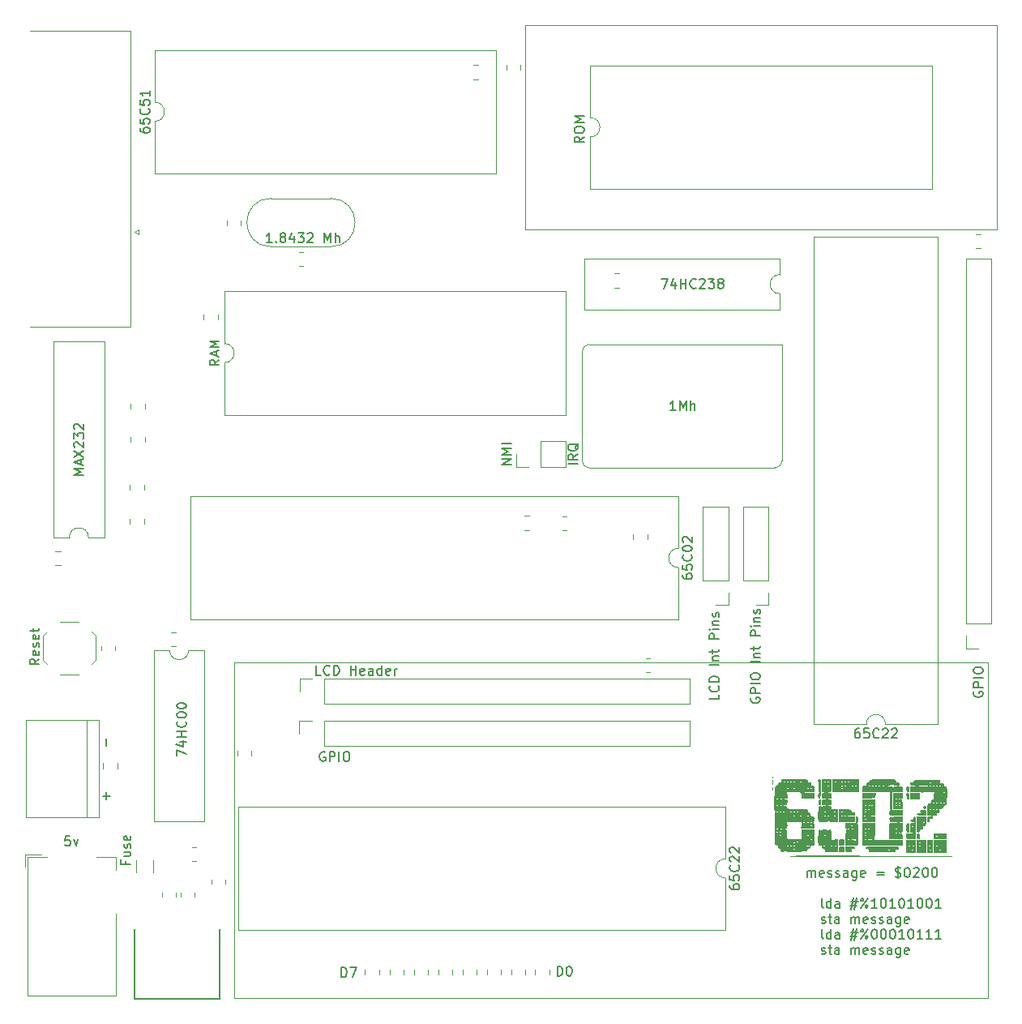
<source format=gbr>
%TF.GenerationSoftware,KiCad,Pcbnew,6.0.10-86aedd382b~118~ubuntu22.10.1*%
%TF.CreationDate,2023-07-03T23:12:36-07:00*%
%TF.ProjectId,6502v2,36353032-7632-42e6-9b69-6361645f7063,rev?*%
%TF.SameCoordinates,Original*%
%TF.FileFunction,Legend,Top*%
%TF.FilePolarity,Positive*%
%FSLAX46Y46*%
G04 Gerber Fmt 4.6, Leading zero omitted, Abs format (unit mm)*
G04 Created by KiCad (PCBNEW 6.0.10-86aedd382b~118~ubuntu22.10.1) date 2023-07-03 23:12:36*
%MOMM*%
%LPD*%
G01*
G04 APERTURE LIST*
%ADD10C,0.150000*%
%ADD11C,0.120000*%
G04 APERTURE END LIST*
D10*
X86211904Y-125752380D02*
X86211904Y-124752380D01*
X86450000Y-124752380D01*
X86592857Y-124800000D01*
X86688095Y-124895238D01*
X86735714Y-124990476D01*
X86783333Y-125180952D01*
X86783333Y-125323809D01*
X86735714Y-125514285D01*
X86688095Y-125609523D01*
X86592857Y-125704761D01*
X86450000Y-125752380D01*
X86211904Y-125752380D01*
X87402380Y-124752380D02*
X87497619Y-124752380D01*
X87592857Y-124800000D01*
X87640476Y-124847619D01*
X87688095Y-124942857D01*
X87735714Y-125133333D01*
X87735714Y-125371428D01*
X87688095Y-125561904D01*
X87640476Y-125657142D01*
X87592857Y-125704761D01*
X87497619Y-125752380D01*
X87402380Y-125752380D01*
X87307142Y-125704761D01*
X87259523Y-125657142D01*
X87211904Y-125561904D01*
X87164285Y-125371428D01*
X87164285Y-125133333D01*
X87211904Y-124942857D01*
X87259523Y-124847619D01*
X87307142Y-124800000D01*
X87402380Y-124752380D01*
X63661904Y-125877380D02*
X63661904Y-124877380D01*
X63900000Y-124877380D01*
X64042857Y-124925000D01*
X64138095Y-125020238D01*
X64185714Y-125115476D01*
X64233333Y-125305952D01*
X64233333Y-125448809D01*
X64185714Y-125639285D01*
X64138095Y-125734523D01*
X64042857Y-125829761D01*
X63900000Y-125877380D01*
X63661904Y-125877380D01*
X64566666Y-124877380D02*
X65233333Y-124877380D01*
X64804761Y-125877380D01*
X88327380Y-72298809D02*
X87327380Y-72298809D01*
X88327380Y-71251190D02*
X87851190Y-71584523D01*
X88327380Y-71822619D02*
X87327380Y-71822619D01*
X87327380Y-71441666D01*
X87375000Y-71346428D01*
X87422619Y-71298809D01*
X87517857Y-71251190D01*
X87660714Y-71251190D01*
X87755952Y-71298809D01*
X87803571Y-71346428D01*
X87851190Y-71441666D01*
X87851190Y-71822619D01*
X88422619Y-70155952D02*
X88375000Y-70251190D01*
X88279761Y-70346428D01*
X88136904Y-70489285D01*
X88089285Y-70584523D01*
X88089285Y-70679761D01*
X88327380Y-70632142D02*
X88279761Y-70727380D01*
X88184523Y-70822619D01*
X87994047Y-70870238D01*
X87660714Y-70870238D01*
X87470238Y-70822619D01*
X87375000Y-70727380D01*
X87327380Y-70632142D01*
X87327380Y-70441666D01*
X87375000Y-70346428D01*
X87470238Y-70251190D01*
X87660714Y-70203571D01*
X87994047Y-70203571D01*
X88184523Y-70251190D01*
X88279761Y-70346428D01*
X88327380Y-70441666D01*
X88327380Y-70632142D01*
X106450000Y-96708333D02*
X106402380Y-96803571D01*
X106402380Y-96946428D01*
X106450000Y-97089285D01*
X106545238Y-97184523D01*
X106640476Y-97232142D01*
X106830952Y-97279761D01*
X106973809Y-97279761D01*
X107164285Y-97232142D01*
X107259523Y-97184523D01*
X107354761Y-97089285D01*
X107402380Y-96946428D01*
X107402380Y-96851190D01*
X107354761Y-96708333D01*
X107307142Y-96660714D01*
X106973809Y-96660714D01*
X106973809Y-96851190D01*
X107402380Y-96232142D02*
X106402380Y-96232142D01*
X106402380Y-95851190D01*
X106450000Y-95755952D01*
X106497619Y-95708333D01*
X106592857Y-95660714D01*
X106735714Y-95660714D01*
X106830952Y-95708333D01*
X106878571Y-95755952D01*
X106926190Y-95851190D01*
X106926190Y-96232142D01*
X107402380Y-95232142D02*
X106402380Y-95232142D01*
X106402380Y-94565476D02*
X106402380Y-94375000D01*
X106450000Y-94279761D01*
X106545238Y-94184523D01*
X106735714Y-94136904D01*
X107069047Y-94136904D01*
X107259523Y-94184523D01*
X107354761Y-94279761D01*
X107402380Y-94375000D01*
X107402380Y-94565476D01*
X107354761Y-94660714D01*
X107259523Y-94755952D01*
X107069047Y-94803571D01*
X106735714Y-94803571D01*
X106545238Y-94755952D01*
X106450000Y-94660714D01*
X106402380Y-94565476D01*
X107402380Y-92946428D02*
X106402380Y-92946428D01*
X106735714Y-92470238D02*
X107402380Y-92470238D01*
X106830952Y-92470238D02*
X106783333Y-92422619D01*
X106735714Y-92327380D01*
X106735714Y-92184523D01*
X106783333Y-92089285D01*
X106878571Y-92041666D01*
X107402380Y-92041666D01*
X106735714Y-91708333D02*
X106735714Y-91327380D01*
X106402380Y-91565476D02*
X107259523Y-91565476D01*
X107354761Y-91517857D01*
X107402380Y-91422619D01*
X107402380Y-91327380D01*
X107402380Y-90232142D02*
X106402380Y-90232142D01*
X106402380Y-89851190D01*
X106450000Y-89755952D01*
X106497619Y-89708333D01*
X106592857Y-89660714D01*
X106735714Y-89660714D01*
X106830952Y-89708333D01*
X106878571Y-89755952D01*
X106926190Y-89851190D01*
X106926190Y-90232142D01*
X107402380Y-89232142D02*
X106735714Y-89232142D01*
X106402380Y-89232142D02*
X106450000Y-89279761D01*
X106497619Y-89232142D01*
X106450000Y-89184523D01*
X106402380Y-89232142D01*
X106497619Y-89232142D01*
X106735714Y-88755952D02*
X107402380Y-88755952D01*
X106830952Y-88755952D02*
X106783333Y-88708333D01*
X106735714Y-88613095D01*
X106735714Y-88470238D01*
X106783333Y-88375000D01*
X106878571Y-88327380D01*
X107402380Y-88327380D01*
X107354761Y-87898809D02*
X107402380Y-87803571D01*
X107402380Y-87613095D01*
X107354761Y-87517857D01*
X107259523Y-87470238D01*
X107211904Y-87470238D01*
X107116666Y-87517857D01*
X107069047Y-87613095D01*
X107069047Y-87755952D01*
X107021428Y-87851190D01*
X106926190Y-87898809D01*
X106878571Y-87898809D01*
X106783333Y-87851190D01*
X106735714Y-87755952D01*
X106735714Y-87613095D01*
X106783333Y-87517857D01*
X39121428Y-101755952D02*
X39121428Y-100994047D01*
X103102380Y-96373809D02*
X103102380Y-96850000D01*
X102102380Y-96850000D01*
X103007142Y-95469047D02*
X103054761Y-95516666D01*
X103102380Y-95659523D01*
X103102380Y-95754761D01*
X103054761Y-95897619D01*
X102959523Y-95992857D01*
X102864285Y-96040476D01*
X102673809Y-96088095D01*
X102530952Y-96088095D01*
X102340476Y-96040476D01*
X102245238Y-95992857D01*
X102150000Y-95897619D01*
X102102380Y-95754761D01*
X102102380Y-95659523D01*
X102150000Y-95516666D01*
X102197619Y-95469047D01*
X103102380Y-95040476D02*
X102102380Y-95040476D01*
X102102380Y-94802380D01*
X102150000Y-94659523D01*
X102245238Y-94564285D01*
X102340476Y-94516666D01*
X102530952Y-94469047D01*
X102673809Y-94469047D01*
X102864285Y-94516666D01*
X102959523Y-94564285D01*
X103054761Y-94659523D01*
X103102380Y-94802380D01*
X103102380Y-95040476D01*
X103102380Y-93278571D02*
X102102380Y-93278571D01*
X102435714Y-92802380D02*
X103102380Y-92802380D01*
X102530952Y-92802380D02*
X102483333Y-92754761D01*
X102435714Y-92659523D01*
X102435714Y-92516666D01*
X102483333Y-92421428D01*
X102578571Y-92373809D01*
X103102380Y-92373809D01*
X102435714Y-92040476D02*
X102435714Y-91659523D01*
X102102380Y-91897619D02*
X102959523Y-91897619D01*
X103054761Y-91850000D01*
X103102380Y-91754761D01*
X103102380Y-91659523D01*
X103102380Y-90564285D02*
X102102380Y-90564285D01*
X102102380Y-90183333D01*
X102150000Y-90088095D01*
X102197619Y-90040476D01*
X102292857Y-89992857D01*
X102435714Y-89992857D01*
X102530952Y-90040476D01*
X102578571Y-90088095D01*
X102626190Y-90183333D01*
X102626190Y-90564285D01*
X103102380Y-89564285D02*
X102435714Y-89564285D01*
X102102380Y-89564285D02*
X102150000Y-89611904D01*
X102197619Y-89564285D01*
X102150000Y-89516666D01*
X102102380Y-89564285D01*
X102197619Y-89564285D01*
X102435714Y-89088095D02*
X103102380Y-89088095D01*
X102530952Y-89088095D02*
X102483333Y-89040476D01*
X102435714Y-88945238D01*
X102435714Y-88802380D01*
X102483333Y-88707142D01*
X102578571Y-88659523D01*
X103102380Y-88659523D01*
X103054761Y-88230952D02*
X103102380Y-88135714D01*
X103102380Y-87945238D01*
X103054761Y-87850000D01*
X102959523Y-87802380D01*
X102911904Y-87802380D01*
X102816666Y-87850000D01*
X102769047Y-87945238D01*
X102769047Y-88088095D01*
X102721428Y-88183333D01*
X102626190Y-88230952D01*
X102578571Y-88230952D01*
X102483333Y-88183333D01*
X102435714Y-88088095D01*
X102435714Y-87945238D01*
X102483333Y-87850000D01*
X39121428Y-107330952D02*
X39121428Y-106569047D01*
X39502380Y-106950000D02*
X38740476Y-106950000D01*
X112335595Y-115427380D02*
X112335595Y-114760714D01*
X112335595Y-114855952D02*
X112383214Y-114808333D01*
X112478452Y-114760714D01*
X112621309Y-114760714D01*
X112716547Y-114808333D01*
X112764166Y-114903571D01*
X112764166Y-115427380D01*
X112764166Y-114903571D02*
X112811785Y-114808333D01*
X112907023Y-114760714D01*
X113049880Y-114760714D01*
X113145119Y-114808333D01*
X113192738Y-114903571D01*
X113192738Y-115427380D01*
X114049880Y-115379761D02*
X113954642Y-115427380D01*
X113764166Y-115427380D01*
X113668928Y-115379761D01*
X113621309Y-115284523D01*
X113621309Y-114903571D01*
X113668928Y-114808333D01*
X113764166Y-114760714D01*
X113954642Y-114760714D01*
X114049880Y-114808333D01*
X114097500Y-114903571D01*
X114097500Y-114998809D01*
X113621309Y-115094047D01*
X114478452Y-115379761D02*
X114573690Y-115427380D01*
X114764166Y-115427380D01*
X114859404Y-115379761D01*
X114907023Y-115284523D01*
X114907023Y-115236904D01*
X114859404Y-115141666D01*
X114764166Y-115094047D01*
X114621309Y-115094047D01*
X114526071Y-115046428D01*
X114478452Y-114951190D01*
X114478452Y-114903571D01*
X114526071Y-114808333D01*
X114621309Y-114760714D01*
X114764166Y-114760714D01*
X114859404Y-114808333D01*
X115287976Y-115379761D02*
X115383214Y-115427380D01*
X115573690Y-115427380D01*
X115668928Y-115379761D01*
X115716547Y-115284523D01*
X115716547Y-115236904D01*
X115668928Y-115141666D01*
X115573690Y-115094047D01*
X115430833Y-115094047D01*
X115335595Y-115046428D01*
X115287976Y-114951190D01*
X115287976Y-114903571D01*
X115335595Y-114808333D01*
X115430833Y-114760714D01*
X115573690Y-114760714D01*
X115668928Y-114808333D01*
X116573690Y-115427380D02*
X116573690Y-114903571D01*
X116526071Y-114808333D01*
X116430833Y-114760714D01*
X116240357Y-114760714D01*
X116145119Y-114808333D01*
X116573690Y-115379761D02*
X116478452Y-115427380D01*
X116240357Y-115427380D01*
X116145119Y-115379761D01*
X116097500Y-115284523D01*
X116097500Y-115189285D01*
X116145119Y-115094047D01*
X116240357Y-115046428D01*
X116478452Y-115046428D01*
X116573690Y-114998809D01*
X117478452Y-114760714D02*
X117478452Y-115570238D01*
X117430833Y-115665476D01*
X117383214Y-115713095D01*
X117287976Y-115760714D01*
X117145119Y-115760714D01*
X117049880Y-115713095D01*
X117478452Y-115379761D02*
X117383214Y-115427380D01*
X117192738Y-115427380D01*
X117097500Y-115379761D01*
X117049880Y-115332142D01*
X117002261Y-115236904D01*
X117002261Y-114951190D01*
X117049880Y-114855952D01*
X117097500Y-114808333D01*
X117192738Y-114760714D01*
X117383214Y-114760714D01*
X117478452Y-114808333D01*
X118335595Y-115379761D02*
X118240357Y-115427380D01*
X118049880Y-115427380D01*
X117954642Y-115379761D01*
X117907023Y-115284523D01*
X117907023Y-114903571D01*
X117954642Y-114808333D01*
X118049880Y-114760714D01*
X118240357Y-114760714D01*
X118335595Y-114808333D01*
X118383214Y-114903571D01*
X118383214Y-114998809D01*
X117907023Y-115094047D01*
X119573690Y-114903571D02*
X120335595Y-114903571D01*
X120335595Y-115189285D02*
X119573690Y-115189285D01*
X121526071Y-115379761D02*
X121668928Y-115427380D01*
X121907023Y-115427380D01*
X122002261Y-115379761D01*
X122049880Y-115332142D01*
X122097500Y-115236904D01*
X122097500Y-115141666D01*
X122049880Y-115046428D01*
X122002261Y-114998809D01*
X121907023Y-114951190D01*
X121716547Y-114903571D01*
X121621309Y-114855952D01*
X121573690Y-114808333D01*
X121526071Y-114713095D01*
X121526071Y-114617857D01*
X121573690Y-114522619D01*
X121621309Y-114475000D01*
X121716547Y-114427380D01*
X121954642Y-114427380D01*
X122097500Y-114475000D01*
X121811785Y-114284523D02*
X121811785Y-115570238D01*
X122716547Y-114427380D02*
X122811785Y-114427380D01*
X122907023Y-114475000D01*
X122954642Y-114522619D01*
X123002261Y-114617857D01*
X123049880Y-114808333D01*
X123049880Y-115046428D01*
X123002261Y-115236904D01*
X122954642Y-115332142D01*
X122907023Y-115379761D01*
X122811785Y-115427380D01*
X122716547Y-115427380D01*
X122621309Y-115379761D01*
X122573690Y-115332142D01*
X122526071Y-115236904D01*
X122478452Y-115046428D01*
X122478452Y-114808333D01*
X122526071Y-114617857D01*
X122573690Y-114522619D01*
X122621309Y-114475000D01*
X122716547Y-114427380D01*
X123430833Y-114522619D02*
X123478452Y-114475000D01*
X123573690Y-114427380D01*
X123811785Y-114427380D01*
X123907023Y-114475000D01*
X123954642Y-114522619D01*
X124002261Y-114617857D01*
X124002261Y-114713095D01*
X123954642Y-114855952D01*
X123383214Y-115427380D01*
X124002261Y-115427380D01*
X124621309Y-114427380D02*
X124716547Y-114427380D01*
X124811785Y-114475000D01*
X124859404Y-114522619D01*
X124907023Y-114617857D01*
X124954642Y-114808333D01*
X124954642Y-115046428D01*
X124907023Y-115236904D01*
X124859404Y-115332142D01*
X124811785Y-115379761D01*
X124716547Y-115427380D01*
X124621309Y-115427380D01*
X124526071Y-115379761D01*
X124478452Y-115332142D01*
X124430833Y-115236904D01*
X124383214Y-115046428D01*
X124383214Y-114808333D01*
X124430833Y-114617857D01*
X124478452Y-114522619D01*
X124526071Y-114475000D01*
X124621309Y-114427380D01*
X125573690Y-114427380D02*
X125668928Y-114427380D01*
X125764166Y-114475000D01*
X125811785Y-114522619D01*
X125859404Y-114617857D01*
X125907023Y-114808333D01*
X125907023Y-115046428D01*
X125859404Y-115236904D01*
X125811785Y-115332142D01*
X125764166Y-115379761D01*
X125668928Y-115427380D01*
X125573690Y-115427380D01*
X125478452Y-115379761D01*
X125430833Y-115332142D01*
X125383214Y-115236904D01*
X125335595Y-115046428D01*
X125335595Y-114808333D01*
X125383214Y-114617857D01*
X125430833Y-114522619D01*
X125478452Y-114475000D01*
X125573690Y-114427380D01*
X114002261Y-118647380D02*
X113907023Y-118599761D01*
X113859404Y-118504523D01*
X113859404Y-117647380D01*
X114811785Y-118647380D02*
X114811785Y-117647380D01*
X114811785Y-118599761D02*
X114716547Y-118647380D01*
X114526071Y-118647380D01*
X114430833Y-118599761D01*
X114383214Y-118552142D01*
X114335595Y-118456904D01*
X114335595Y-118171190D01*
X114383214Y-118075952D01*
X114430833Y-118028333D01*
X114526071Y-117980714D01*
X114716547Y-117980714D01*
X114811785Y-118028333D01*
X115716547Y-118647380D02*
X115716547Y-118123571D01*
X115668928Y-118028333D01*
X115573690Y-117980714D01*
X115383214Y-117980714D01*
X115287976Y-118028333D01*
X115716547Y-118599761D02*
X115621309Y-118647380D01*
X115383214Y-118647380D01*
X115287976Y-118599761D01*
X115240357Y-118504523D01*
X115240357Y-118409285D01*
X115287976Y-118314047D01*
X115383214Y-118266428D01*
X115621309Y-118266428D01*
X115716547Y-118218809D01*
X116907023Y-117980714D02*
X117621309Y-117980714D01*
X117192738Y-117552142D02*
X116907023Y-118837857D01*
X117526071Y-118409285D02*
X116811785Y-118409285D01*
X117240357Y-118837857D02*
X117526071Y-117552142D01*
X117907023Y-118647380D02*
X118668928Y-117647380D01*
X118049880Y-117647380D02*
X118145119Y-117695000D01*
X118192738Y-117790238D01*
X118145119Y-117885476D01*
X118049880Y-117933095D01*
X117954642Y-117885476D01*
X117907023Y-117790238D01*
X117954642Y-117695000D01*
X118049880Y-117647380D01*
X118621309Y-118599761D02*
X118668928Y-118504523D01*
X118621309Y-118409285D01*
X118526071Y-118361666D01*
X118430833Y-118409285D01*
X118383214Y-118504523D01*
X118430833Y-118599761D01*
X118526071Y-118647380D01*
X118621309Y-118599761D01*
X119621309Y-118647380D02*
X119049880Y-118647380D01*
X119335595Y-118647380D02*
X119335595Y-117647380D01*
X119240357Y-117790238D01*
X119145119Y-117885476D01*
X119049880Y-117933095D01*
X120240357Y-117647380D02*
X120335595Y-117647380D01*
X120430833Y-117695000D01*
X120478452Y-117742619D01*
X120526071Y-117837857D01*
X120573690Y-118028333D01*
X120573690Y-118266428D01*
X120526071Y-118456904D01*
X120478452Y-118552142D01*
X120430833Y-118599761D01*
X120335595Y-118647380D01*
X120240357Y-118647380D01*
X120145119Y-118599761D01*
X120097500Y-118552142D01*
X120049880Y-118456904D01*
X120002261Y-118266428D01*
X120002261Y-118028333D01*
X120049880Y-117837857D01*
X120097500Y-117742619D01*
X120145119Y-117695000D01*
X120240357Y-117647380D01*
X121526071Y-118647380D02*
X120954642Y-118647380D01*
X121240357Y-118647380D02*
X121240357Y-117647380D01*
X121145119Y-117790238D01*
X121049880Y-117885476D01*
X120954642Y-117933095D01*
X122145119Y-117647380D02*
X122240357Y-117647380D01*
X122335595Y-117695000D01*
X122383214Y-117742619D01*
X122430833Y-117837857D01*
X122478452Y-118028333D01*
X122478452Y-118266428D01*
X122430833Y-118456904D01*
X122383214Y-118552142D01*
X122335595Y-118599761D01*
X122240357Y-118647380D01*
X122145119Y-118647380D01*
X122049880Y-118599761D01*
X122002261Y-118552142D01*
X121954642Y-118456904D01*
X121907023Y-118266428D01*
X121907023Y-118028333D01*
X121954642Y-117837857D01*
X122002261Y-117742619D01*
X122049880Y-117695000D01*
X122145119Y-117647380D01*
X123430833Y-118647380D02*
X122859404Y-118647380D01*
X123145119Y-118647380D02*
X123145119Y-117647380D01*
X123049880Y-117790238D01*
X122954642Y-117885476D01*
X122859404Y-117933095D01*
X124049880Y-117647380D02*
X124145119Y-117647380D01*
X124240357Y-117695000D01*
X124287976Y-117742619D01*
X124335595Y-117837857D01*
X124383214Y-118028333D01*
X124383214Y-118266428D01*
X124335595Y-118456904D01*
X124287976Y-118552142D01*
X124240357Y-118599761D01*
X124145119Y-118647380D01*
X124049880Y-118647380D01*
X123954642Y-118599761D01*
X123907023Y-118552142D01*
X123859404Y-118456904D01*
X123811785Y-118266428D01*
X123811785Y-118028333D01*
X123859404Y-117837857D01*
X123907023Y-117742619D01*
X123954642Y-117695000D01*
X124049880Y-117647380D01*
X125002261Y-117647380D02*
X125097500Y-117647380D01*
X125192738Y-117695000D01*
X125240357Y-117742619D01*
X125287976Y-117837857D01*
X125335595Y-118028333D01*
X125335595Y-118266428D01*
X125287976Y-118456904D01*
X125240357Y-118552142D01*
X125192738Y-118599761D01*
X125097500Y-118647380D01*
X125002261Y-118647380D01*
X124907023Y-118599761D01*
X124859404Y-118552142D01*
X124811785Y-118456904D01*
X124764166Y-118266428D01*
X124764166Y-118028333D01*
X124811785Y-117837857D01*
X124859404Y-117742619D01*
X124907023Y-117695000D01*
X125002261Y-117647380D01*
X126287976Y-118647380D02*
X125716547Y-118647380D01*
X126002261Y-118647380D02*
X126002261Y-117647380D01*
X125907023Y-117790238D01*
X125811785Y-117885476D01*
X125716547Y-117933095D01*
X113811785Y-120209761D02*
X113907023Y-120257380D01*
X114097500Y-120257380D01*
X114192738Y-120209761D01*
X114240357Y-120114523D01*
X114240357Y-120066904D01*
X114192738Y-119971666D01*
X114097500Y-119924047D01*
X113954642Y-119924047D01*
X113859404Y-119876428D01*
X113811785Y-119781190D01*
X113811785Y-119733571D01*
X113859404Y-119638333D01*
X113954642Y-119590714D01*
X114097500Y-119590714D01*
X114192738Y-119638333D01*
X114526071Y-119590714D02*
X114907023Y-119590714D01*
X114668928Y-119257380D02*
X114668928Y-120114523D01*
X114716547Y-120209761D01*
X114811785Y-120257380D01*
X114907023Y-120257380D01*
X115668928Y-120257380D02*
X115668928Y-119733571D01*
X115621309Y-119638333D01*
X115526071Y-119590714D01*
X115335595Y-119590714D01*
X115240357Y-119638333D01*
X115668928Y-120209761D02*
X115573690Y-120257380D01*
X115335595Y-120257380D01*
X115240357Y-120209761D01*
X115192738Y-120114523D01*
X115192738Y-120019285D01*
X115240357Y-119924047D01*
X115335595Y-119876428D01*
X115573690Y-119876428D01*
X115668928Y-119828809D01*
X116907023Y-120257380D02*
X116907023Y-119590714D01*
X116907023Y-119685952D02*
X116954642Y-119638333D01*
X117049880Y-119590714D01*
X117192738Y-119590714D01*
X117287976Y-119638333D01*
X117335595Y-119733571D01*
X117335595Y-120257380D01*
X117335595Y-119733571D02*
X117383214Y-119638333D01*
X117478452Y-119590714D01*
X117621309Y-119590714D01*
X117716547Y-119638333D01*
X117764166Y-119733571D01*
X117764166Y-120257380D01*
X118621309Y-120209761D02*
X118526071Y-120257380D01*
X118335595Y-120257380D01*
X118240357Y-120209761D01*
X118192738Y-120114523D01*
X118192738Y-119733571D01*
X118240357Y-119638333D01*
X118335595Y-119590714D01*
X118526071Y-119590714D01*
X118621309Y-119638333D01*
X118668928Y-119733571D01*
X118668928Y-119828809D01*
X118192738Y-119924047D01*
X119049880Y-120209761D02*
X119145119Y-120257380D01*
X119335595Y-120257380D01*
X119430833Y-120209761D01*
X119478452Y-120114523D01*
X119478452Y-120066904D01*
X119430833Y-119971666D01*
X119335595Y-119924047D01*
X119192738Y-119924047D01*
X119097500Y-119876428D01*
X119049880Y-119781190D01*
X119049880Y-119733571D01*
X119097500Y-119638333D01*
X119192738Y-119590714D01*
X119335595Y-119590714D01*
X119430833Y-119638333D01*
X119859404Y-120209761D02*
X119954642Y-120257380D01*
X120145119Y-120257380D01*
X120240357Y-120209761D01*
X120287976Y-120114523D01*
X120287976Y-120066904D01*
X120240357Y-119971666D01*
X120145119Y-119924047D01*
X120002261Y-119924047D01*
X119907023Y-119876428D01*
X119859404Y-119781190D01*
X119859404Y-119733571D01*
X119907023Y-119638333D01*
X120002261Y-119590714D01*
X120145119Y-119590714D01*
X120240357Y-119638333D01*
X121145119Y-120257380D02*
X121145119Y-119733571D01*
X121097500Y-119638333D01*
X121002261Y-119590714D01*
X120811785Y-119590714D01*
X120716547Y-119638333D01*
X121145119Y-120209761D02*
X121049880Y-120257380D01*
X120811785Y-120257380D01*
X120716547Y-120209761D01*
X120668928Y-120114523D01*
X120668928Y-120019285D01*
X120716547Y-119924047D01*
X120811785Y-119876428D01*
X121049880Y-119876428D01*
X121145119Y-119828809D01*
X122049880Y-119590714D02*
X122049880Y-120400238D01*
X122002261Y-120495476D01*
X121954642Y-120543095D01*
X121859404Y-120590714D01*
X121716547Y-120590714D01*
X121621309Y-120543095D01*
X122049880Y-120209761D02*
X121954642Y-120257380D01*
X121764166Y-120257380D01*
X121668928Y-120209761D01*
X121621309Y-120162142D01*
X121573690Y-120066904D01*
X121573690Y-119781190D01*
X121621309Y-119685952D01*
X121668928Y-119638333D01*
X121764166Y-119590714D01*
X121954642Y-119590714D01*
X122049880Y-119638333D01*
X122907023Y-120209761D02*
X122811785Y-120257380D01*
X122621309Y-120257380D01*
X122526071Y-120209761D01*
X122478452Y-120114523D01*
X122478452Y-119733571D01*
X122526071Y-119638333D01*
X122621309Y-119590714D01*
X122811785Y-119590714D01*
X122907023Y-119638333D01*
X122954642Y-119733571D01*
X122954642Y-119828809D01*
X122478452Y-119924047D01*
X114002261Y-121867380D02*
X113907023Y-121819761D01*
X113859404Y-121724523D01*
X113859404Y-120867380D01*
X114811785Y-121867380D02*
X114811785Y-120867380D01*
X114811785Y-121819761D02*
X114716547Y-121867380D01*
X114526071Y-121867380D01*
X114430833Y-121819761D01*
X114383214Y-121772142D01*
X114335595Y-121676904D01*
X114335595Y-121391190D01*
X114383214Y-121295952D01*
X114430833Y-121248333D01*
X114526071Y-121200714D01*
X114716547Y-121200714D01*
X114811785Y-121248333D01*
X115716547Y-121867380D02*
X115716547Y-121343571D01*
X115668928Y-121248333D01*
X115573690Y-121200714D01*
X115383214Y-121200714D01*
X115287976Y-121248333D01*
X115716547Y-121819761D02*
X115621309Y-121867380D01*
X115383214Y-121867380D01*
X115287976Y-121819761D01*
X115240357Y-121724523D01*
X115240357Y-121629285D01*
X115287976Y-121534047D01*
X115383214Y-121486428D01*
X115621309Y-121486428D01*
X115716547Y-121438809D01*
X116907023Y-121200714D02*
X117621309Y-121200714D01*
X117192738Y-120772142D02*
X116907023Y-122057857D01*
X117526071Y-121629285D02*
X116811785Y-121629285D01*
X117240357Y-122057857D02*
X117526071Y-120772142D01*
X117907023Y-121867380D02*
X118668928Y-120867380D01*
X118049880Y-120867380D02*
X118145119Y-120915000D01*
X118192738Y-121010238D01*
X118145119Y-121105476D01*
X118049880Y-121153095D01*
X117954642Y-121105476D01*
X117907023Y-121010238D01*
X117954642Y-120915000D01*
X118049880Y-120867380D01*
X118621309Y-121819761D02*
X118668928Y-121724523D01*
X118621309Y-121629285D01*
X118526071Y-121581666D01*
X118430833Y-121629285D01*
X118383214Y-121724523D01*
X118430833Y-121819761D01*
X118526071Y-121867380D01*
X118621309Y-121819761D01*
X119287976Y-120867380D02*
X119383214Y-120867380D01*
X119478452Y-120915000D01*
X119526071Y-120962619D01*
X119573690Y-121057857D01*
X119621309Y-121248333D01*
X119621309Y-121486428D01*
X119573690Y-121676904D01*
X119526071Y-121772142D01*
X119478452Y-121819761D01*
X119383214Y-121867380D01*
X119287976Y-121867380D01*
X119192738Y-121819761D01*
X119145119Y-121772142D01*
X119097500Y-121676904D01*
X119049880Y-121486428D01*
X119049880Y-121248333D01*
X119097500Y-121057857D01*
X119145119Y-120962619D01*
X119192738Y-120915000D01*
X119287976Y-120867380D01*
X120240357Y-120867380D02*
X120335595Y-120867380D01*
X120430833Y-120915000D01*
X120478452Y-120962619D01*
X120526071Y-121057857D01*
X120573690Y-121248333D01*
X120573690Y-121486428D01*
X120526071Y-121676904D01*
X120478452Y-121772142D01*
X120430833Y-121819761D01*
X120335595Y-121867380D01*
X120240357Y-121867380D01*
X120145119Y-121819761D01*
X120097500Y-121772142D01*
X120049880Y-121676904D01*
X120002261Y-121486428D01*
X120002261Y-121248333D01*
X120049880Y-121057857D01*
X120097500Y-120962619D01*
X120145119Y-120915000D01*
X120240357Y-120867380D01*
X121192738Y-120867380D02*
X121287976Y-120867380D01*
X121383214Y-120915000D01*
X121430833Y-120962619D01*
X121478452Y-121057857D01*
X121526071Y-121248333D01*
X121526071Y-121486428D01*
X121478452Y-121676904D01*
X121430833Y-121772142D01*
X121383214Y-121819761D01*
X121287976Y-121867380D01*
X121192738Y-121867380D01*
X121097500Y-121819761D01*
X121049880Y-121772142D01*
X121002261Y-121676904D01*
X120954642Y-121486428D01*
X120954642Y-121248333D01*
X121002261Y-121057857D01*
X121049880Y-120962619D01*
X121097500Y-120915000D01*
X121192738Y-120867380D01*
X122478452Y-121867380D02*
X121907023Y-121867380D01*
X122192738Y-121867380D02*
X122192738Y-120867380D01*
X122097500Y-121010238D01*
X122002261Y-121105476D01*
X121907023Y-121153095D01*
X123097500Y-120867380D02*
X123192738Y-120867380D01*
X123287976Y-120915000D01*
X123335595Y-120962619D01*
X123383214Y-121057857D01*
X123430833Y-121248333D01*
X123430833Y-121486428D01*
X123383214Y-121676904D01*
X123335595Y-121772142D01*
X123287976Y-121819761D01*
X123192738Y-121867380D01*
X123097500Y-121867380D01*
X123002261Y-121819761D01*
X122954642Y-121772142D01*
X122907023Y-121676904D01*
X122859404Y-121486428D01*
X122859404Y-121248333D01*
X122907023Y-121057857D01*
X122954642Y-120962619D01*
X123002261Y-120915000D01*
X123097500Y-120867380D01*
X124383214Y-121867380D02*
X123811785Y-121867380D01*
X124097500Y-121867380D02*
X124097500Y-120867380D01*
X124002261Y-121010238D01*
X123907023Y-121105476D01*
X123811785Y-121153095D01*
X125335595Y-121867380D02*
X124764166Y-121867380D01*
X125049880Y-121867380D02*
X125049880Y-120867380D01*
X124954642Y-121010238D01*
X124859404Y-121105476D01*
X124764166Y-121153095D01*
X126287976Y-121867380D02*
X125716547Y-121867380D01*
X126002261Y-121867380D02*
X126002261Y-120867380D01*
X125907023Y-121010238D01*
X125811785Y-121105476D01*
X125716547Y-121153095D01*
X113811785Y-123429761D02*
X113907023Y-123477380D01*
X114097500Y-123477380D01*
X114192738Y-123429761D01*
X114240357Y-123334523D01*
X114240357Y-123286904D01*
X114192738Y-123191666D01*
X114097500Y-123144047D01*
X113954642Y-123144047D01*
X113859404Y-123096428D01*
X113811785Y-123001190D01*
X113811785Y-122953571D01*
X113859404Y-122858333D01*
X113954642Y-122810714D01*
X114097500Y-122810714D01*
X114192738Y-122858333D01*
X114526071Y-122810714D02*
X114907023Y-122810714D01*
X114668928Y-122477380D02*
X114668928Y-123334523D01*
X114716547Y-123429761D01*
X114811785Y-123477380D01*
X114907023Y-123477380D01*
X115668928Y-123477380D02*
X115668928Y-122953571D01*
X115621309Y-122858333D01*
X115526071Y-122810714D01*
X115335595Y-122810714D01*
X115240357Y-122858333D01*
X115668928Y-123429761D02*
X115573690Y-123477380D01*
X115335595Y-123477380D01*
X115240357Y-123429761D01*
X115192738Y-123334523D01*
X115192738Y-123239285D01*
X115240357Y-123144047D01*
X115335595Y-123096428D01*
X115573690Y-123096428D01*
X115668928Y-123048809D01*
X116907023Y-123477380D02*
X116907023Y-122810714D01*
X116907023Y-122905952D02*
X116954642Y-122858333D01*
X117049880Y-122810714D01*
X117192738Y-122810714D01*
X117287976Y-122858333D01*
X117335595Y-122953571D01*
X117335595Y-123477380D01*
X117335595Y-122953571D02*
X117383214Y-122858333D01*
X117478452Y-122810714D01*
X117621309Y-122810714D01*
X117716547Y-122858333D01*
X117764166Y-122953571D01*
X117764166Y-123477380D01*
X118621309Y-123429761D02*
X118526071Y-123477380D01*
X118335595Y-123477380D01*
X118240357Y-123429761D01*
X118192738Y-123334523D01*
X118192738Y-122953571D01*
X118240357Y-122858333D01*
X118335595Y-122810714D01*
X118526071Y-122810714D01*
X118621309Y-122858333D01*
X118668928Y-122953571D01*
X118668928Y-123048809D01*
X118192738Y-123144047D01*
X119049880Y-123429761D02*
X119145119Y-123477380D01*
X119335595Y-123477380D01*
X119430833Y-123429761D01*
X119478452Y-123334523D01*
X119478452Y-123286904D01*
X119430833Y-123191666D01*
X119335595Y-123144047D01*
X119192738Y-123144047D01*
X119097500Y-123096428D01*
X119049880Y-123001190D01*
X119049880Y-122953571D01*
X119097500Y-122858333D01*
X119192738Y-122810714D01*
X119335595Y-122810714D01*
X119430833Y-122858333D01*
X119859404Y-123429761D02*
X119954642Y-123477380D01*
X120145119Y-123477380D01*
X120240357Y-123429761D01*
X120287976Y-123334523D01*
X120287976Y-123286904D01*
X120240357Y-123191666D01*
X120145119Y-123144047D01*
X120002261Y-123144047D01*
X119907023Y-123096428D01*
X119859404Y-123001190D01*
X119859404Y-122953571D01*
X119907023Y-122858333D01*
X120002261Y-122810714D01*
X120145119Y-122810714D01*
X120240357Y-122858333D01*
X121145119Y-123477380D02*
X121145119Y-122953571D01*
X121097500Y-122858333D01*
X121002261Y-122810714D01*
X120811785Y-122810714D01*
X120716547Y-122858333D01*
X121145119Y-123429761D02*
X121049880Y-123477380D01*
X120811785Y-123477380D01*
X120716547Y-123429761D01*
X120668928Y-123334523D01*
X120668928Y-123239285D01*
X120716547Y-123144047D01*
X120811785Y-123096428D01*
X121049880Y-123096428D01*
X121145119Y-123048809D01*
X122049880Y-122810714D02*
X122049880Y-123620238D01*
X122002261Y-123715476D01*
X121954642Y-123763095D01*
X121859404Y-123810714D01*
X121716547Y-123810714D01*
X121621309Y-123763095D01*
X122049880Y-123429761D02*
X121954642Y-123477380D01*
X121764166Y-123477380D01*
X121668928Y-123429761D01*
X121621309Y-123382142D01*
X121573690Y-123286904D01*
X121573690Y-123001190D01*
X121621309Y-122905952D01*
X121668928Y-122858333D01*
X121764166Y-122810714D01*
X121954642Y-122810714D01*
X122049880Y-122858333D01*
X122907023Y-123429761D02*
X122811785Y-123477380D01*
X122621309Y-123477380D01*
X122526071Y-123429761D01*
X122478452Y-123334523D01*
X122478452Y-122953571D01*
X122526071Y-122858333D01*
X122621309Y-122810714D01*
X122811785Y-122810714D01*
X122907023Y-122858333D01*
X122954642Y-122953571D01*
X122954642Y-123048809D01*
X122478452Y-123144047D01*
%TO.C,1.8432 Mh*%
X56413095Y-49152380D02*
X55841666Y-49152380D01*
X56127380Y-49152380D02*
X56127380Y-48152380D01*
X56032142Y-48295238D01*
X55936904Y-48390476D01*
X55841666Y-48438095D01*
X56841666Y-49057142D02*
X56889285Y-49104761D01*
X56841666Y-49152380D01*
X56794047Y-49104761D01*
X56841666Y-49057142D01*
X56841666Y-49152380D01*
X57460714Y-48580952D02*
X57365476Y-48533333D01*
X57317857Y-48485714D01*
X57270238Y-48390476D01*
X57270238Y-48342857D01*
X57317857Y-48247619D01*
X57365476Y-48200000D01*
X57460714Y-48152380D01*
X57651190Y-48152380D01*
X57746428Y-48200000D01*
X57794047Y-48247619D01*
X57841666Y-48342857D01*
X57841666Y-48390476D01*
X57794047Y-48485714D01*
X57746428Y-48533333D01*
X57651190Y-48580952D01*
X57460714Y-48580952D01*
X57365476Y-48628571D01*
X57317857Y-48676190D01*
X57270238Y-48771428D01*
X57270238Y-48961904D01*
X57317857Y-49057142D01*
X57365476Y-49104761D01*
X57460714Y-49152380D01*
X57651190Y-49152380D01*
X57746428Y-49104761D01*
X57794047Y-49057142D01*
X57841666Y-48961904D01*
X57841666Y-48771428D01*
X57794047Y-48676190D01*
X57746428Y-48628571D01*
X57651190Y-48580952D01*
X58698809Y-48485714D02*
X58698809Y-49152380D01*
X58460714Y-48104761D02*
X58222619Y-48819047D01*
X58841666Y-48819047D01*
X59127380Y-48152380D02*
X59746428Y-48152380D01*
X59413095Y-48533333D01*
X59555952Y-48533333D01*
X59651190Y-48580952D01*
X59698809Y-48628571D01*
X59746428Y-48723809D01*
X59746428Y-48961904D01*
X59698809Y-49057142D01*
X59651190Y-49104761D01*
X59555952Y-49152380D01*
X59270238Y-49152380D01*
X59175000Y-49104761D01*
X59127380Y-49057142D01*
X60127380Y-48247619D02*
X60175000Y-48200000D01*
X60270238Y-48152380D01*
X60508333Y-48152380D01*
X60603571Y-48200000D01*
X60651190Y-48247619D01*
X60698809Y-48342857D01*
X60698809Y-48438095D01*
X60651190Y-48580952D01*
X60079761Y-49152380D01*
X60698809Y-49152380D01*
X61889285Y-49152380D02*
X61889285Y-48152380D01*
X62222619Y-48866666D01*
X62555952Y-48152380D01*
X62555952Y-49152380D01*
X63032142Y-49152380D02*
X63032142Y-48152380D01*
X63460714Y-49152380D02*
X63460714Y-48628571D01*
X63413095Y-48533333D01*
X63317857Y-48485714D01*
X63175000Y-48485714D01*
X63079761Y-48533333D01*
X63032142Y-48580952D01*
%TO.C,GPIO*%
X61950000Y-102375000D02*
X61854761Y-102327380D01*
X61711904Y-102327380D01*
X61569047Y-102375000D01*
X61473809Y-102470238D01*
X61426190Y-102565476D01*
X61378571Y-102755952D01*
X61378571Y-102898809D01*
X61426190Y-103089285D01*
X61473809Y-103184523D01*
X61569047Y-103279761D01*
X61711904Y-103327380D01*
X61807142Y-103327380D01*
X61950000Y-103279761D01*
X61997619Y-103232142D01*
X61997619Y-102898809D01*
X61807142Y-102898809D01*
X62426190Y-103327380D02*
X62426190Y-102327380D01*
X62807142Y-102327380D01*
X62902380Y-102375000D01*
X62950000Y-102422619D01*
X62997619Y-102517857D01*
X62997619Y-102660714D01*
X62950000Y-102755952D01*
X62902380Y-102803571D01*
X62807142Y-102851190D01*
X62426190Y-102851190D01*
X63426190Y-103327380D02*
X63426190Y-102327380D01*
X64092857Y-102327380D02*
X64283333Y-102327380D01*
X64378571Y-102375000D01*
X64473809Y-102470238D01*
X64521428Y-102660714D01*
X64521428Y-102994047D01*
X64473809Y-103184523D01*
X64378571Y-103279761D01*
X64283333Y-103327380D01*
X64092857Y-103327380D01*
X63997619Y-103279761D01*
X63902380Y-103184523D01*
X63854761Y-102994047D01*
X63854761Y-102660714D01*
X63902380Y-102470238D01*
X63997619Y-102375000D01*
X64092857Y-102327380D01*
%TO.C,NMI*%
X81402380Y-72370238D02*
X80402380Y-72370238D01*
X81402380Y-71798809D01*
X80402380Y-71798809D01*
X81402380Y-71322619D02*
X80402380Y-71322619D01*
X81116666Y-70989285D01*
X80402380Y-70655952D01*
X81402380Y-70655952D01*
X81402380Y-70179761D02*
X80402380Y-70179761D01*
%TO.C,65C22*%
X104232380Y-116258095D02*
X104232380Y-116448571D01*
X104280000Y-116543809D01*
X104327619Y-116591428D01*
X104470476Y-116686666D01*
X104660952Y-116734285D01*
X105041904Y-116734285D01*
X105137142Y-116686666D01*
X105184761Y-116639047D01*
X105232380Y-116543809D01*
X105232380Y-116353333D01*
X105184761Y-116258095D01*
X105137142Y-116210476D01*
X105041904Y-116162857D01*
X104803809Y-116162857D01*
X104708571Y-116210476D01*
X104660952Y-116258095D01*
X104613333Y-116353333D01*
X104613333Y-116543809D01*
X104660952Y-116639047D01*
X104708571Y-116686666D01*
X104803809Y-116734285D01*
X104232380Y-115258095D02*
X104232380Y-115734285D01*
X104708571Y-115781904D01*
X104660952Y-115734285D01*
X104613333Y-115639047D01*
X104613333Y-115400952D01*
X104660952Y-115305714D01*
X104708571Y-115258095D01*
X104803809Y-115210476D01*
X105041904Y-115210476D01*
X105137142Y-115258095D01*
X105184761Y-115305714D01*
X105232380Y-115400952D01*
X105232380Y-115639047D01*
X105184761Y-115734285D01*
X105137142Y-115781904D01*
X105137142Y-114210476D02*
X105184761Y-114258095D01*
X105232380Y-114400952D01*
X105232380Y-114496190D01*
X105184761Y-114639047D01*
X105089523Y-114734285D01*
X104994285Y-114781904D01*
X104803809Y-114829523D01*
X104660952Y-114829523D01*
X104470476Y-114781904D01*
X104375238Y-114734285D01*
X104280000Y-114639047D01*
X104232380Y-114496190D01*
X104232380Y-114400952D01*
X104280000Y-114258095D01*
X104327619Y-114210476D01*
X104327619Y-113829523D02*
X104280000Y-113781904D01*
X104232380Y-113686666D01*
X104232380Y-113448571D01*
X104280000Y-113353333D01*
X104327619Y-113305714D01*
X104422857Y-113258095D01*
X104518095Y-113258095D01*
X104660952Y-113305714D01*
X105232380Y-113877142D01*
X105232380Y-113258095D01*
X104327619Y-112877142D02*
X104280000Y-112829523D01*
X104232380Y-112734285D01*
X104232380Y-112496190D01*
X104280000Y-112400952D01*
X104327619Y-112353333D01*
X104422857Y-112305714D01*
X104518095Y-112305714D01*
X104660952Y-112353333D01*
X105232380Y-112924761D01*
X105232380Y-112305714D01*
%TO.C,Fuse*%
X41118571Y-113762857D02*
X41118571Y-114096190D01*
X41642380Y-114096190D02*
X40642380Y-114096190D01*
X40642380Y-113620000D01*
X40975714Y-112810476D02*
X41642380Y-112810476D01*
X40975714Y-113239047D02*
X41499523Y-113239047D01*
X41594761Y-113191428D01*
X41642380Y-113096190D01*
X41642380Y-112953333D01*
X41594761Y-112858095D01*
X41547142Y-112810476D01*
X41594761Y-112381904D02*
X41642380Y-112286666D01*
X41642380Y-112096190D01*
X41594761Y-112000952D01*
X41499523Y-111953333D01*
X41451904Y-111953333D01*
X41356666Y-112000952D01*
X41309047Y-112096190D01*
X41309047Y-112239047D01*
X41261428Y-112334285D01*
X41166190Y-112381904D01*
X41118571Y-112381904D01*
X41023333Y-112334285D01*
X40975714Y-112239047D01*
X40975714Y-112096190D01*
X41023333Y-112000952D01*
X41594761Y-111143809D02*
X41642380Y-111239047D01*
X41642380Y-111429523D01*
X41594761Y-111524761D01*
X41499523Y-111572380D01*
X41118571Y-111572380D01*
X41023333Y-111524761D01*
X40975714Y-111429523D01*
X40975714Y-111239047D01*
X41023333Y-111143809D01*
X41118571Y-111096190D01*
X41213809Y-111096190D01*
X41309047Y-111572380D01*
%TO.C,LCD Header*%
X61533333Y-94327380D02*
X61057142Y-94327380D01*
X61057142Y-93327380D01*
X62438095Y-94232142D02*
X62390476Y-94279761D01*
X62247619Y-94327380D01*
X62152380Y-94327380D01*
X62009523Y-94279761D01*
X61914285Y-94184523D01*
X61866666Y-94089285D01*
X61819047Y-93898809D01*
X61819047Y-93755952D01*
X61866666Y-93565476D01*
X61914285Y-93470238D01*
X62009523Y-93375000D01*
X62152380Y-93327380D01*
X62247619Y-93327380D01*
X62390476Y-93375000D01*
X62438095Y-93422619D01*
X62866666Y-94327380D02*
X62866666Y-93327380D01*
X63104761Y-93327380D01*
X63247619Y-93375000D01*
X63342857Y-93470238D01*
X63390476Y-93565476D01*
X63438095Y-93755952D01*
X63438095Y-93898809D01*
X63390476Y-94089285D01*
X63342857Y-94184523D01*
X63247619Y-94279761D01*
X63104761Y-94327380D01*
X62866666Y-94327380D01*
X64628571Y-94327380D02*
X64628571Y-93327380D01*
X64628571Y-93803571D02*
X65200000Y-93803571D01*
X65200000Y-94327380D02*
X65200000Y-93327380D01*
X66057142Y-94279761D02*
X65961904Y-94327380D01*
X65771428Y-94327380D01*
X65676190Y-94279761D01*
X65628571Y-94184523D01*
X65628571Y-93803571D01*
X65676190Y-93708333D01*
X65771428Y-93660714D01*
X65961904Y-93660714D01*
X66057142Y-93708333D01*
X66104761Y-93803571D01*
X66104761Y-93898809D01*
X65628571Y-93994047D01*
X66961904Y-94327380D02*
X66961904Y-93803571D01*
X66914285Y-93708333D01*
X66819047Y-93660714D01*
X66628571Y-93660714D01*
X66533333Y-93708333D01*
X66961904Y-94279761D02*
X66866666Y-94327380D01*
X66628571Y-94327380D01*
X66533333Y-94279761D01*
X66485714Y-94184523D01*
X66485714Y-94089285D01*
X66533333Y-93994047D01*
X66628571Y-93946428D01*
X66866666Y-93946428D01*
X66961904Y-93898809D01*
X67866666Y-94327380D02*
X67866666Y-93327380D01*
X67866666Y-94279761D02*
X67771428Y-94327380D01*
X67580952Y-94327380D01*
X67485714Y-94279761D01*
X67438095Y-94232142D01*
X67390476Y-94136904D01*
X67390476Y-93851190D01*
X67438095Y-93755952D01*
X67485714Y-93708333D01*
X67580952Y-93660714D01*
X67771428Y-93660714D01*
X67866666Y-93708333D01*
X68723809Y-94279761D02*
X68628571Y-94327380D01*
X68438095Y-94327380D01*
X68342857Y-94279761D01*
X68295238Y-94184523D01*
X68295238Y-93803571D01*
X68342857Y-93708333D01*
X68438095Y-93660714D01*
X68628571Y-93660714D01*
X68723809Y-93708333D01*
X68771428Y-93803571D01*
X68771428Y-93898809D01*
X68295238Y-93994047D01*
X69200000Y-94327380D02*
X69200000Y-93660714D01*
X69200000Y-93851190D02*
X69247619Y-93755952D01*
X69295238Y-93708333D01*
X69390476Y-93660714D01*
X69485714Y-93660714D01*
%TO.C,74HC00*%
X46452380Y-102785714D02*
X46452380Y-102119047D01*
X47452380Y-102547619D01*
X46785714Y-101309523D02*
X47452380Y-101309523D01*
X46404761Y-101547619D02*
X47119047Y-101785714D01*
X47119047Y-101166666D01*
X47452380Y-100785714D02*
X46452380Y-100785714D01*
X46928571Y-100785714D02*
X46928571Y-100214285D01*
X47452380Y-100214285D02*
X46452380Y-100214285D01*
X47357142Y-99166666D02*
X47404761Y-99214285D01*
X47452380Y-99357142D01*
X47452380Y-99452380D01*
X47404761Y-99595238D01*
X47309523Y-99690476D01*
X47214285Y-99738095D01*
X47023809Y-99785714D01*
X46880952Y-99785714D01*
X46690476Y-99738095D01*
X46595238Y-99690476D01*
X46500000Y-99595238D01*
X46452380Y-99452380D01*
X46452380Y-99357142D01*
X46500000Y-99214285D01*
X46547619Y-99166666D01*
X46452380Y-98547619D02*
X46452380Y-98452380D01*
X46500000Y-98357142D01*
X46547619Y-98309523D01*
X46642857Y-98261904D01*
X46833333Y-98214285D01*
X47071428Y-98214285D01*
X47261904Y-98261904D01*
X47357142Y-98309523D01*
X47404761Y-98357142D01*
X47452380Y-98452380D01*
X47452380Y-98547619D01*
X47404761Y-98642857D01*
X47357142Y-98690476D01*
X47261904Y-98738095D01*
X47071428Y-98785714D01*
X46833333Y-98785714D01*
X46642857Y-98738095D01*
X46547619Y-98690476D01*
X46500000Y-98642857D01*
X46452380Y-98547619D01*
X46452380Y-97595238D02*
X46452380Y-97500000D01*
X46500000Y-97404761D01*
X46547619Y-97357142D01*
X46642857Y-97309523D01*
X46833333Y-97261904D01*
X47071428Y-97261904D01*
X47261904Y-97309523D01*
X47357142Y-97357142D01*
X47404761Y-97404761D01*
X47452380Y-97500000D01*
X47452380Y-97595238D01*
X47404761Y-97690476D01*
X47357142Y-97738095D01*
X47261904Y-97785714D01*
X47071428Y-97833333D01*
X46833333Y-97833333D01*
X46642857Y-97785714D01*
X46547619Y-97738095D01*
X46500000Y-97690476D01*
X46452380Y-97595238D01*
%TO.C,5v*%
X35307142Y-111152380D02*
X34830952Y-111152380D01*
X34783333Y-111628571D01*
X34830952Y-111580952D01*
X34926190Y-111533333D01*
X35164285Y-111533333D01*
X35259523Y-111580952D01*
X35307142Y-111628571D01*
X35354761Y-111723809D01*
X35354761Y-111961904D01*
X35307142Y-112057142D01*
X35259523Y-112104761D01*
X35164285Y-112152380D01*
X34926190Y-112152380D01*
X34830952Y-112104761D01*
X34783333Y-112057142D01*
X35688095Y-111485714D02*
X35926190Y-112152380D01*
X36164285Y-111485714D01*
%TO.C,RAM*%
X50897380Y-61395476D02*
X50421190Y-61728809D01*
X50897380Y-61966904D02*
X49897380Y-61966904D01*
X49897380Y-61585952D01*
X49945000Y-61490714D01*
X49992619Y-61443095D01*
X50087857Y-61395476D01*
X50230714Y-61395476D01*
X50325952Y-61443095D01*
X50373571Y-61490714D01*
X50421190Y-61585952D01*
X50421190Y-61966904D01*
X50611666Y-61014523D02*
X50611666Y-60538333D01*
X50897380Y-61109761D02*
X49897380Y-60776428D01*
X50897380Y-60443095D01*
X50897380Y-60109761D02*
X49897380Y-60109761D01*
X50611666Y-59776428D01*
X49897380Y-59443095D01*
X50897380Y-59443095D01*
%TO.C,65C51*%
X42622380Y-37243095D02*
X42622380Y-37433571D01*
X42670000Y-37528809D01*
X42717619Y-37576428D01*
X42860476Y-37671666D01*
X43050952Y-37719285D01*
X43431904Y-37719285D01*
X43527142Y-37671666D01*
X43574761Y-37624047D01*
X43622380Y-37528809D01*
X43622380Y-37338333D01*
X43574761Y-37243095D01*
X43527142Y-37195476D01*
X43431904Y-37147857D01*
X43193809Y-37147857D01*
X43098571Y-37195476D01*
X43050952Y-37243095D01*
X43003333Y-37338333D01*
X43003333Y-37528809D01*
X43050952Y-37624047D01*
X43098571Y-37671666D01*
X43193809Y-37719285D01*
X42622380Y-36243095D02*
X42622380Y-36719285D01*
X43098571Y-36766904D01*
X43050952Y-36719285D01*
X43003333Y-36624047D01*
X43003333Y-36385952D01*
X43050952Y-36290714D01*
X43098571Y-36243095D01*
X43193809Y-36195476D01*
X43431904Y-36195476D01*
X43527142Y-36243095D01*
X43574761Y-36290714D01*
X43622380Y-36385952D01*
X43622380Y-36624047D01*
X43574761Y-36719285D01*
X43527142Y-36766904D01*
X43527142Y-35195476D02*
X43574761Y-35243095D01*
X43622380Y-35385952D01*
X43622380Y-35481190D01*
X43574761Y-35624047D01*
X43479523Y-35719285D01*
X43384285Y-35766904D01*
X43193809Y-35814523D01*
X43050952Y-35814523D01*
X42860476Y-35766904D01*
X42765238Y-35719285D01*
X42670000Y-35624047D01*
X42622380Y-35481190D01*
X42622380Y-35385952D01*
X42670000Y-35243095D01*
X42717619Y-35195476D01*
X42622380Y-34290714D02*
X42622380Y-34766904D01*
X43098571Y-34814523D01*
X43050952Y-34766904D01*
X43003333Y-34671666D01*
X43003333Y-34433571D01*
X43050952Y-34338333D01*
X43098571Y-34290714D01*
X43193809Y-34243095D01*
X43431904Y-34243095D01*
X43527142Y-34290714D01*
X43574761Y-34338333D01*
X43622380Y-34433571D01*
X43622380Y-34671666D01*
X43574761Y-34766904D01*
X43527142Y-34814523D01*
X43622380Y-33290714D02*
X43622380Y-33862142D01*
X43622380Y-33576428D02*
X42622380Y-33576428D01*
X42765238Y-33671666D01*
X42860476Y-33766904D01*
X42908095Y-33862142D01*
%TO.C,1Mh*%
X98586904Y-66677380D02*
X98015476Y-66677380D01*
X98301190Y-66677380D02*
X98301190Y-65677380D01*
X98205952Y-65820238D01*
X98110714Y-65915476D01*
X98015476Y-65963095D01*
X99015476Y-66677380D02*
X99015476Y-65677380D01*
X99348809Y-66391666D01*
X99682142Y-65677380D01*
X99682142Y-66677380D01*
X100158333Y-66677380D02*
X100158333Y-65677380D01*
X100586904Y-66677380D02*
X100586904Y-66153571D01*
X100539285Y-66058333D01*
X100444047Y-66010714D01*
X100301190Y-66010714D01*
X100205952Y-66058333D01*
X100158333Y-66105952D01*
%TO.C,74HC238*%
X97088095Y-52952380D02*
X97754761Y-52952380D01*
X97326190Y-53952380D01*
X98564285Y-53285714D02*
X98564285Y-53952380D01*
X98326190Y-52904761D02*
X98088095Y-53619047D01*
X98707142Y-53619047D01*
X99088095Y-53952380D02*
X99088095Y-52952380D01*
X99088095Y-53428571D02*
X99659523Y-53428571D01*
X99659523Y-53952380D02*
X99659523Y-52952380D01*
X100707142Y-53857142D02*
X100659523Y-53904761D01*
X100516666Y-53952380D01*
X100421428Y-53952380D01*
X100278571Y-53904761D01*
X100183333Y-53809523D01*
X100135714Y-53714285D01*
X100088095Y-53523809D01*
X100088095Y-53380952D01*
X100135714Y-53190476D01*
X100183333Y-53095238D01*
X100278571Y-53000000D01*
X100421428Y-52952380D01*
X100516666Y-52952380D01*
X100659523Y-53000000D01*
X100707142Y-53047619D01*
X101088095Y-53047619D02*
X101135714Y-53000000D01*
X101230952Y-52952380D01*
X101469047Y-52952380D01*
X101564285Y-53000000D01*
X101611904Y-53047619D01*
X101659523Y-53142857D01*
X101659523Y-53238095D01*
X101611904Y-53380952D01*
X101040476Y-53952380D01*
X101659523Y-53952380D01*
X101992857Y-52952380D02*
X102611904Y-52952380D01*
X102278571Y-53333333D01*
X102421428Y-53333333D01*
X102516666Y-53380952D01*
X102564285Y-53428571D01*
X102611904Y-53523809D01*
X102611904Y-53761904D01*
X102564285Y-53857142D01*
X102516666Y-53904761D01*
X102421428Y-53952380D01*
X102135714Y-53952380D01*
X102040476Y-53904761D01*
X101992857Y-53857142D01*
X103183333Y-53380952D02*
X103088095Y-53333333D01*
X103040476Y-53285714D01*
X102992857Y-53190476D01*
X102992857Y-53142857D01*
X103040476Y-53047619D01*
X103088095Y-53000000D01*
X103183333Y-52952380D01*
X103373809Y-52952380D01*
X103469047Y-53000000D01*
X103516666Y-53047619D01*
X103564285Y-53142857D01*
X103564285Y-53190476D01*
X103516666Y-53285714D01*
X103469047Y-53333333D01*
X103373809Y-53380952D01*
X103183333Y-53380952D01*
X103088095Y-53428571D01*
X103040476Y-53476190D01*
X102992857Y-53571428D01*
X102992857Y-53761904D01*
X103040476Y-53857142D01*
X103088095Y-53904761D01*
X103183333Y-53952380D01*
X103373809Y-53952380D01*
X103469047Y-53904761D01*
X103516666Y-53857142D01*
X103564285Y-53761904D01*
X103564285Y-53571428D01*
X103516666Y-53476190D01*
X103469047Y-53428571D01*
X103373809Y-53380952D01*
%TO.C,65C22*%
X117766904Y-99907380D02*
X117576428Y-99907380D01*
X117481190Y-99955000D01*
X117433571Y-100002619D01*
X117338333Y-100145476D01*
X117290714Y-100335952D01*
X117290714Y-100716904D01*
X117338333Y-100812142D01*
X117385952Y-100859761D01*
X117481190Y-100907380D01*
X117671666Y-100907380D01*
X117766904Y-100859761D01*
X117814523Y-100812142D01*
X117862142Y-100716904D01*
X117862142Y-100478809D01*
X117814523Y-100383571D01*
X117766904Y-100335952D01*
X117671666Y-100288333D01*
X117481190Y-100288333D01*
X117385952Y-100335952D01*
X117338333Y-100383571D01*
X117290714Y-100478809D01*
X118766904Y-99907380D02*
X118290714Y-99907380D01*
X118243095Y-100383571D01*
X118290714Y-100335952D01*
X118385952Y-100288333D01*
X118624047Y-100288333D01*
X118719285Y-100335952D01*
X118766904Y-100383571D01*
X118814523Y-100478809D01*
X118814523Y-100716904D01*
X118766904Y-100812142D01*
X118719285Y-100859761D01*
X118624047Y-100907380D01*
X118385952Y-100907380D01*
X118290714Y-100859761D01*
X118243095Y-100812142D01*
X119814523Y-100812142D02*
X119766904Y-100859761D01*
X119624047Y-100907380D01*
X119528809Y-100907380D01*
X119385952Y-100859761D01*
X119290714Y-100764523D01*
X119243095Y-100669285D01*
X119195476Y-100478809D01*
X119195476Y-100335952D01*
X119243095Y-100145476D01*
X119290714Y-100050238D01*
X119385952Y-99955000D01*
X119528809Y-99907380D01*
X119624047Y-99907380D01*
X119766904Y-99955000D01*
X119814523Y-100002619D01*
X120195476Y-100002619D02*
X120243095Y-99955000D01*
X120338333Y-99907380D01*
X120576428Y-99907380D01*
X120671666Y-99955000D01*
X120719285Y-100002619D01*
X120766904Y-100097857D01*
X120766904Y-100193095D01*
X120719285Y-100335952D01*
X120147857Y-100907380D01*
X120766904Y-100907380D01*
X121147857Y-100002619D02*
X121195476Y-99955000D01*
X121290714Y-99907380D01*
X121528809Y-99907380D01*
X121624047Y-99955000D01*
X121671666Y-100002619D01*
X121719285Y-100097857D01*
X121719285Y-100193095D01*
X121671666Y-100335952D01*
X121100238Y-100907380D01*
X121719285Y-100907380D01*
%TO.C,MAX232*%
X36727380Y-73466666D02*
X35727380Y-73466666D01*
X36441666Y-73133333D01*
X35727380Y-72800000D01*
X36727380Y-72800000D01*
X36441666Y-72371428D02*
X36441666Y-71895238D01*
X36727380Y-72466666D02*
X35727380Y-72133333D01*
X36727380Y-71800000D01*
X35727380Y-71561904D02*
X36727380Y-70895238D01*
X35727380Y-70895238D02*
X36727380Y-71561904D01*
X35822619Y-70561904D02*
X35775000Y-70514285D01*
X35727380Y-70419047D01*
X35727380Y-70180952D01*
X35775000Y-70085714D01*
X35822619Y-70038095D01*
X35917857Y-69990476D01*
X36013095Y-69990476D01*
X36155952Y-70038095D01*
X36727380Y-70609523D01*
X36727380Y-69990476D01*
X35727380Y-69657142D02*
X35727380Y-69038095D01*
X36108333Y-69371428D01*
X36108333Y-69228571D01*
X36155952Y-69133333D01*
X36203571Y-69085714D01*
X36298809Y-69038095D01*
X36536904Y-69038095D01*
X36632142Y-69085714D01*
X36679761Y-69133333D01*
X36727380Y-69228571D01*
X36727380Y-69514285D01*
X36679761Y-69609523D01*
X36632142Y-69657142D01*
X35822619Y-68657142D02*
X35775000Y-68609523D01*
X35727380Y-68514285D01*
X35727380Y-68276190D01*
X35775000Y-68180952D01*
X35822619Y-68133333D01*
X35917857Y-68085714D01*
X36013095Y-68085714D01*
X36155952Y-68133333D01*
X36727380Y-68704761D01*
X36727380Y-68085714D01*
%TO.C,Reset*%
X32102380Y-92638095D02*
X31626190Y-92971428D01*
X32102380Y-93209523D02*
X31102380Y-93209523D01*
X31102380Y-92828571D01*
X31150000Y-92733333D01*
X31197619Y-92685714D01*
X31292857Y-92638095D01*
X31435714Y-92638095D01*
X31530952Y-92685714D01*
X31578571Y-92733333D01*
X31626190Y-92828571D01*
X31626190Y-93209523D01*
X32054761Y-91828571D02*
X32102380Y-91923809D01*
X32102380Y-92114285D01*
X32054761Y-92209523D01*
X31959523Y-92257142D01*
X31578571Y-92257142D01*
X31483333Y-92209523D01*
X31435714Y-92114285D01*
X31435714Y-91923809D01*
X31483333Y-91828571D01*
X31578571Y-91780952D01*
X31673809Y-91780952D01*
X31769047Y-92257142D01*
X32054761Y-91400000D02*
X32102380Y-91304761D01*
X32102380Y-91114285D01*
X32054761Y-91019047D01*
X31959523Y-90971428D01*
X31911904Y-90971428D01*
X31816666Y-91019047D01*
X31769047Y-91114285D01*
X31769047Y-91257142D01*
X31721428Y-91352380D01*
X31626190Y-91400000D01*
X31578571Y-91400000D01*
X31483333Y-91352380D01*
X31435714Y-91257142D01*
X31435714Y-91114285D01*
X31483333Y-91019047D01*
X32054761Y-90161904D02*
X32102380Y-90257142D01*
X32102380Y-90447619D01*
X32054761Y-90542857D01*
X31959523Y-90590476D01*
X31578571Y-90590476D01*
X31483333Y-90542857D01*
X31435714Y-90447619D01*
X31435714Y-90257142D01*
X31483333Y-90161904D01*
X31578571Y-90114285D01*
X31673809Y-90114285D01*
X31769047Y-90590476D01*
X31435714Y-89828571D02*
X31435714Y-89447619D01*
X31102380Y-89685714D02*
X31959523Y-89685714D01*
X32054761Y-89638095D01*
X32102380Y-89542857D01*
X32102380Y-89447619D01*
%TO.C,GPIO*%
X129725000Y-96075000D02*
X129677380Y-96170238D01*
X129677380Y-96313095D01*
X129725000Y-96455952D01*
X129820238Y-96551190D01*
X129915476Y-96598809D01*
X130105952Y-96646428D01*
X130248809Y-96646428D01*
X130439285Y-96598809D01*
X130534523Y-96551190D01*
X130629761Y-96455952D01*
X130677380Y-96313095D01*
X130677380Y-96217857D01*
X130629761Y-96075000D01*
X130582142Y-96027380D01*
X130248809Y-96027380D01*
X130248809Y-96217857D01*
X130677380Y-95598809D02*
X129677380Y-95598809D01*
X129677380Y-95217857D01*
X129725000Y-95122619D01*
X129772619Y-95075000D01*
X129867857Y-95027380D01*
X130010714Y-95027380D01*
X130105952Y-95075000D01*
X130153571Y-95122619D01*
X130201190Y-95217857D01*
X130201190Y-95598809D01*
X130677380Y-94598809D02*
X129677380Y-94598809D01*
X129677380Y-93932142D02*
X129677380Y-93741666D01*
X129725000Y-93646428D01*
X129820238Y-93551190D01*
X130010714Y-93503571D01*
X130344047Y-93503571D01*
X130534523Y-93551190D01*
X130629761Y-93646428D01*
X130677380Y-93741666D01*
X130677380Y-93932142D01*
X130629761Y-94027380D01*
X130534523Y-94122619D01*
X130344047Y-94170238D01*
X130010714Y-94170238D01*
X129820238Y-94122619D01*
X129725000Y-94027380D01*
X129677380Y-93932142D01*
%TO.C,U9*%
X89002380Y-38110714D02*
X88526190Y-38444047D01*
X89002380Y-38682142D02*
X88002380Y-38682142D01*
X88002380Y-38301190D01*
X88050000Y-38205952D01*
X88097619Y-38158333D01*
X88192857Y-38110714D01*
X88335714Y-38110714D01*
X88430952Y-38158333D01*
X88478571Y-38205952D01*
X88526190Y-38301190D01*
X88526190Y-38682142D01*
X88002380Y-37491666D02*
X88002380Y-37301190D01*
X88050000Y-37205952D01*
X88145238Y-37110714D01*
X88335714Y-37063095D01*
X88669047Y-37063095D01*
X88859523Y-37110714D01*
X88954761Y-37205952D01*
X89002380Y-37301190D01*
X89002380Y-37491666D01*
X88954761Y-37586904D01*
X88859523Y-37682142D01*
X88669047Y-37729761D01*
X88335714Y-37729761D01*
X88145238Y-37682142D01*
X88050000Y-37586904D01*
X88002380Y-37491666D01*
X89002380Y-36634523D02*
X88002380Y-36634523D01*
X88716666Y-36301190D01*
X88002380Y-35967857D01*
X89002380Y-35967857D01*
%TO.C,65C02*%
X99307380Y-83833095D02*
X99307380Y-84023571D01*
X99355000Y-84118809D01*
X99402619Y-84166428D01*
X99545476Y-84261666D01*
X99735952Y-84309285D01*
X100116904Y-84309285D01*
X100212142Y-84261666D01*
X100259761Y-84214047D01*
X100307380Y-84118809D01*
X100307380Y-83928333D01*
X100259761Y-83833095D01*
X100212142Y-83785476D01*
X100116904Y-83737857D01*
X99878809Y-83737857D01*
X99783571Y-83785476D01*
X99735952Y-83833095D01*
X99688333Y-83928333D01*
X99688333Y-84118809D01*
X99735952Y-84214047D01*
X99783571Y-84261666D01*
X99878809Y-84309285D01*
X99307380Y-82833095D02*
X99307380Y-83309285D01*
X99783571Y-83356904D01*
X99735952Y-83309285D01*
X99688333Y-83214047D01*
X99688333Y-82975952D01*
X99735952Y-82880714D01*
X99783571Y-82833095D01*
X99878809Y-82785476D01*
X100116904Y-82785476D01*
X100212142Y-82833095D01*
X100259761Y-82880714D01*
X100307380Y-82975952D01*
X100307380Y-83214047D01*
X100259761Y-83309285D01*
X100212142Y-83356904D01*
X100212142Y-81785476D02*
X100259761Y-81833095D01*
X100307380Y-81975952D01*
X100307380Y-82071190D01*
X100259761Y-82214047D01*
X100164523Y-82309285D01*
X100069285Y-82356904D01*
X99878809Y-82404523D01*
X99735952Y-82404523D01*
X99545476Y-82356904D01*
X99450238Y-82309285D01*
X99355000Y-82214047D01*
X99307380Y-82071190D01*
X99307380Y-81975952D01*
X99355000Y-81833095D01*
X99402619Y-81785476D01*
X99307380Y-81166428D02*
X99307380Y-81071190D01*
X99355000Y-80975952D01*
X99402619Y-80928333D01*
X99497857Y-80880714D01*
X99688333Y-80833095D01*
X99926428Y-80833095D01*
X100116904Y-80880714D01*
X100212142Y-80928333D01*
X100259761Y-80975952D01*
X100307380Y-81071190D01*
X100307380Y-81166428D01*
X100259761Y-81261666D01*
X100212142Y-81309285D01*
X100116904Y-81356904D01*
X99926428Y-81404523D01*
X99688333Y-81404523D01*
X99497857Y-81356904D01*
X99402619Y-81309285D01*
X99355000Y-81261666D01*
X99307380Y-81166428D01*
X99402619Y-80452142D02*
X99355000Y-80404523D01*
X99307380Y-80309285D01*
X99307380Y-80071190D01*
X99355000Y-79975952D01*
X99402619Y-79928333D01*
X99497857Y-79880714D01*
X99593095Y-79880714D01*
X99735952Y-79928333D01*
X100307380Y-80499761D01*
X100307380Y-79880714D01*
D11*
%TO.C,D14*%
X70185000Y-125577064D02*
X70185000Y-125122936D01*
X68715000Y-125577064D02*
X68715000Y-125122936D01*
%TO.C,C10*%
X46386252Y-89865000D02*
X45863748Y-89865000D01*
X46386252Y-91335000D02*
X45863748Y-91335000D01*
%TO.C,1.8432 Mh*%
X62560000Y-44550000D02*
X56310000Y-44550000D01*
X62560000Y-49600000D02*
X56310000Y-49600000D01*
X56310000Y-44550000D02*
G75*
G03*
X56310000Y-49600000I0J-2525000D01*
G01*
X62560000Y-49600000D02*
G75*
G03*
X62560000Y-44550000I0J2525000D01*
G01*
%TO.C,D16*%
X67585000Y-125564564D02*
X67585000Y-125110436D01*
X66115000Y-125564564D02*
X66115000Y-125110436D01*
%TO.C,D4*%
X81395000Y-125579564D02*
X81395000Y-125125436D01*
X82865000Y-125579564D02*
X82865000Y-125125436D01*
%TO.C,C8*%
X40260000Y-104061252D02*
X40260000Y-103538748D01*
X38790000Y-104061252D02*
X38790000Y-103538748D01*
%TO.C,D12*%
X72710000Y-125577064D02*
X72710000Y-125122936D01*
X71240000Y-125577064D02*
X71240000Y-125122936D01*
%TO.C,C14*%
X41565000Y-77988748D02*
X41565000Y-78511252D01*
X43035000Y-77988748D02*
X43035000Y-78511252D01*
%TO.C,GPIO*%
X59270000Y-99095000D02*
X60600000Y-99095000D01*
X61870000Y-101755000D02*
X61870000Y-99095000D01*
X100030000Y-101755000D02*
X100030000Y-99095000D01*
X61870000Y-101755000D02*
X100030000Y-101755000D01*
X61870000Y-99095000D02*
X100030000Y-99095000D01*
X59270000Y-100425000D02*
X59270000Y-99095000D01*
%TO.C,C11*%
X43035000Y-75011252D02*
X43035000Y-74488748D01*
X41565000Y-75011252D02*
X41565000Y-74488748D01*
%TO.C,C15*%
X53135000Y-47361252D02*
X53135000Y-46838748D01*
X51665000Y-47361252D02*
X51665000Y-46838748D01*
%TO.C,NMI*%
X84495000Y-72580000D02*
X87095000Y-72580000D01*
X87095000Y-72580000D02*
X87095000Y-69920000D01*
X83225000Y-72580000D02*
X81895000Y-72580000D01*
X81895000Y-72580000D02*
X81895000Y-71250000D01*
X84495000Y-69920000D02*
X87095000Y-69920000D01*
X84495000Y-72580000D02*
X84495000Y-69920000D01*
%TO.C,R30*%
X86722936Y-79235000D02*
X87177064Y-79235000D01*
X86722936Y-77765000D02*
X87177064Y-77765000D01*
%TO.C,C13*%
X41665000Y-65988748D02*
X41665000Y-66511252D01*
X43135000Y-65988748D02*
X43135000Y-66511252D01*
%TO.C,65C22*%
X103780000Y-108060000D02*
X52860000Y-108060000D01*
X52860000Y-120980000D02*
X103780000Y-120980000D01*
X103780000Y-113520000D02*
X103780000Y-108060000D01*
X103780000Y-120980000D02*
X103780000Y-115520000D01*
X52860000Y-108060000D02*
X52860000Y-120980000D01*
X103780000Y-113520000D02*
G75*
G03*
X103780000Y-115520000I0J-1000000D01*
G01*
%TO.C,R3*%
X50065000Y-115700436D02*
X50065000Y-116154564D01*
X51535000Y-115700436D02*
X51535000Y-116154564D01*
%TO.C,R31*%
X38565000Y-91739564D02*
X38565000Y-91285436D01*
X40035000Y-91739564D02*
X40035000Y-91285436D01*
%TO.C,C1*%
X77961252Y-30640000D02*
X77438748Y-30640000D01*
X77961252Y-32110000D02*
X77438748Y-32110000D01*
%TO.C,C6*%
X92711252Y-53860000D02*
X92188748Y-53860000D01*
X92711252Y-52390000D02*
X92188748Y-52390000D01*
%TO.C,D1*%
X48487064Y-112295000D02*
X48032936Y-112295000D01*
X48487064Y-113765000D02*
X48032936Y-113765000D01*
%TO.C,D2*%
X83915000Y-125577064D02*
X83915000Y-125122936D01*
X85385000Y-125577064D02*
X85385000Y-125122936D01*
%TO.C,J8*%
X104080000Y-84430000D02*
X104080000Y-76750000D01*
X101420000Y-84430000D02*
X101420000Y-76750000D01*
X104080000Y-76750000D02*
X101420000Y-76750000D01*
X104080000Y-87030000D02*
X102750000Y-87030000D01*
X104080000Y-85700000D02*
X104080000Y-87030000D01*
X104080000Y-84430000D02*
X101420000Y-84430000D01*
D10*
%TO.C,USB1*%
X50970000Y-128150000D02*
X50970000Y-120850000D01*
X42030000Y-128150000D02*
X50970000Y-128150000D01*
X42030000Y-128150000D02*
X42030000Y-120850000D01*
D11*
%TO.C,C4*%
X94140000Y-79613748D02*
X94140000Y-80136252D01*
X95610000Y-79613748D02*
X95610000Y-80136252D01*
%TO.C,Fuse*%
X42190000Y-114902064D02*
X42190000Y-113697936D01*
X44010000Y-114902064D02*
X44010000Y-113697936D01*
%TO.C,LCD Header*%
X59293000Y-94692000D02*
X60623000Y-94692000D01*
X131235000Y-92974000D02*
X52495000Y-92974000D01*
X52495000Y-128026000D02*
X131235000Y-128026000D01*
X59293000Y-96022000D02*
X59293000Y-94692000D01*
X61893000Y-97352000D02*
X61893000Y-94692000D01*
X61893000Y-94692000D02*
X100053000Y-94692000D01*
X131235000Y-128026000D02*
X131235000Y-92974000D01*
X61893000Y-97352000D02*
X100053000Y-97352000D01*
X52495000Y-92974000D02*
X52495000Y-128026000D01*
X100053000Y-97352000D02*
X100053000Y-94692000D01*
%TO.C,G\u002A\u002A\u002A*%
G36*
X124880457Y-108343833D02*
G01*
X124893458Y-108026333D01*
X125112000Y-108026333D01*
X125154333Y-108068667D01*
X125196666Y-108026333D01*
X125189611Y-108019278D01*
X125457350Y-108019278D01*
X125472917Y-108129092D01*
X125501819Y-108130403D01*
X125520381Y-108026333D01*
X125874000Y-108026333D01*
X125916333Y-108068667D01*
X125958666Y-108026333D01*
X126212666Y-108026333D01*
X126255000Y-108068667D01*
X126297333Y-108026333D01*
X126255000Y-107984000D01*
X126212666Y-108026333D01*
X125958666Y-108026333D01*
X125916333Y-107984000D01*
X125874000Y-108026333D01*
X125520381Y-108026333D01*
X125522030Y-108017086D01*
X125508503Y-107968125D01*
X125470908Y-107936055D01*
X125457350Y-108019278D01*
X125189611Y-108019278D01*
X125154333Y-107984000D01*
X125112000Y-108026333D01*
X124893458Y-108026333D01*
X124893971Y-108013806D01*
X124916607Y-107819413D01*
X124958684Y-107726958D01*
X125030519Y-107702746D01*
X125075999Y-107705207D01*
X125213422Y-107676276D01*
X125214040Y-107673555D01*
X125478888Y-107673555D01*
X125490511Y-107723890D01*
X125535333Y-107730000D01*
X125605023Y-107699022D01*
X125591777Y-107673555D01*
X125817555Y-107673555D01*
X125829177Y-107723890D01*
X125874000Y-107730000D01*
X125943690Y-107699022D01*
X125930444Y-107673555D01*
X125829964Y-107663422D01*
X125817555Y-107673555D01*
X125591777Y-107673555D01*
X125491298Y-107663422D01*
X125478888Y-107673555D01*
X125214040Y-107673555D01*
X125221590Y-107640336D01*
X126212666Y-107640336D01*
X126274127Y-107726554D01*
X126297333Y-107730000D01*
X126355119Y-107709758D01*
X126503388Y-107709758D01*
X126586611Y-107723316D01*
X126696425Y-107707749D01*
X126697736Y-107678847D01*
X126584419Y-107658636D01*
X126535458Y-107672163D01*
X126503388Y-107709758D01*
X126355119Y-107709758D01*
X126379798Y-107701113D01*
X126382000Y-107692663D01*
X126322671Y-107620377D01*
X126297333Y-107603000D01*
X126219314Y-107609713D01*
X126212666Y-107640336D01*
X125221590Y-107640336D01*
X125245332Y-107535873D01*
X125289169Y-107383424D01*
X125403160Y-107348704D01*
X125505195Y-107321982D01*
X125512352Y-107306667D01*
X125874000Y-107306667D01*
X125904978Y-107376357D01*
X125930444Y-107363111D01*
X125936136Y-107306667D01*
X126212666Y-107306667D01*
X126243644Y-107376357D01*
X126269111Y-107363111D01*
X126270534Y-107349000D01*
X126551333Y-107349000D01*
X126593666Y-107391333D01*
X126636000Y-107349000D01*
X126593666Y-107306667D01*
X126551333Y-107349000D01*
X126270534Y-107349000D01*
X126279244Y-107262631D01*
X126269111Y-107250222D01*
X126218776Y-107261844D01*
X126212666Y-107306667D01*
X125936136Y-107306667D01*
X125940577Y-107262631D01*
X125930444Y-107250222D01*
X125880110Y-107261844D01*
X125874000Y-107306667D01*
X125512352Y-107306667D01*
X125555490Y-107214354D01*
X125572024Y-106983903D01*
X125572273Y-106968000D01*
X125831666Y-106968000D01*
X125838379Y-107046019D01*
X125869003Y-107052667D01*
X125955221Y-106991206D01*
X125958666Y-106968000D01*
X126212666Y-106968000D01*
X126243644Y-107037690D01*
X126269111Y-107024444D01*
X126274803Y-106968000D01*
X126551333Y-106968000D01*
X126582311Y-107037690D01*
X126607777Y-107024444D01*
X126617910Y-106923965D01*
X126607777Y-106911555D01*
X126557443Y-106923178D01*
X126551333Y-106968000D01*
X126274803Y-106968000D01*
X126279244Y-106923965D01*
X126269111Y-106911555D01*
X126218776Y-106923178D01*
X126212666Y-106968000D01*
X125958666Y-106968000D01*
X125929779Y-106885534D01*
X125921330Y-106883333D01*
X125849044Y-106942662D01*
X125831666Y-106968000D01*
X125572273Y-106968000D01*
X125572494Y-106953900D01*
X125577179Y-106596536D01*
X125818437Y-106596536D01*
X125831666Y-106629333D01*
X125907748Y-106710104D01*
X125921330Y-106714000D01*
X125957695Y-106648494D01*
X125958666Y-106629333D01*
X126212666Y-106629333D01*
X126243644Y-106699023D01*
X126269111Y-106685778D01*
X126279244Y-106585298D01*
X126269111Y-106572889D01*
X126579555Y-106572889D01*
X126591177Y-106623223D01*
X126636000Y-106629333D01*
X126705690Y-106598355D01*
X126692444Y-106572889D01*
X126591964Y-106562756D01*
X126579555Y-106572889D01*
X126269111Y-106572889D01*
X126218776Y-106584511D01*
X126212666Y-106629333D01*
X125958666Y-106629333D01*
X125893578Y-106547920D01*
X125869003Y-106544667D01*
X125818437Y-106596536D01*
X125577179Y-106596536D01*
X125577666Y-106559393D01*
X125217833Y-106593140D01*
X124964844Y-106596612D01*
X124860782Y-106543399D01*
X124856703Y-106522277D01*
X124831979Y-106466876D01*
X124793203Y-106510694D01*
X124689097Y-106564979D01*
X124508734Y-106596833D01*
X124321684Y-106601724D01*
X124197516Y-106575120D01*
X124180666Y-106550596D01*
X124103581Y-106528598D01*
X123901864Y-106520106D01*
X123630333Y-106526541D01*
X123080000Y-106553002D01*
X123080000Y-106290667D01*
X123672666Y-106290667D01*
X123703644Y-106360357D01*
X123729111Y-106347111D01*
X123739244Y-106246631D01*
X123734873Y-106241278D01*
X124102684Y-106241278D01*
X124118250Y-106351092D01*
X124147152Y-106352403D01*
X124165715Y-106248333D01*
X124434666Y-106248333D01*
X124477000Y-106290667D01*
X124773333Y-106290667D01*
X124804311Y-106360357D01*
X124829777Y-106347111D01*
X124835469Y-106290667D01*
X125154333Y-106290667D01*
X125161046Y-106368685D01*
X125191669Y-106375333D01*
X125277887Y-106313873D01*
X125281333Y-106290667D01*
X125535333Y-106290667D01*
X125566311Y-106360357D01*
X125591777Y-106347111D01*
X125597469Y-106290667D01*
X125874000Y-106290667D01*
X125904978Y-106360357D01*
X125930444Y-106347111D01*
X125936136Y-106290667D01*
X126212666Y-106290667D01*
X126243644Y-106360357D01*
X126269111Y-106347111D01*
X126274803Y-106290667D01*
X126551333Y-106290667D01*
X126582311Y-106360357D01*
X126607777Y-106347111D01*
X126617910Y-106246631D01*
X126607777Y-106234222D01*
X126557443Y-106245844D01*
X126551333Y-106290667D01*
X126274803Y-106290667D01*
X126279244Y-106246631D01*
X126269111Y-106234222D01*
X126218776Y-106245844D01*
X126212666Y-106290667D01*
X125936136Y-106290667D01*
X125940577Y-106246631D01*
X125930444Y-106234222D01*
X125880110Y-106245844D01*
X125874000Y-106290667D01*
X125597469Y-106290667D01*
X125601910Y-106246631D01*
X125591777Y-106234222D01*
X125541443Y-106245844D01*
X125535333Y-106290667D01*
X125281333Y-106290667D01*
X125252446Y-106208201D01*
X125243996Y-106206000D01*
X125171710Y-106265329D01*
X125154333Y-106290667D01*
X124835469Y-106290667D01*
X124839910Y-106246631D01*
X124829777Y-106234222D01*
X124779443Y-106245844D01*
X124773333Y-106290667D01*
X124477000Y-106290667D01*
X124519333Y-106248333D01*
X124477000Y-106206000D01*
X124434666Y-106248333D01*
X124165715Y-106248333D01*
X124167364Y-106239086D01*
X124153836Y-106190125D01*
X124116242Y-106158055D01*
X124102684Y-106241278D01*
X123734873Y-106241278D01*
X123729111Y-106234222D01*
X123678776Y-106245844D01*
X123672666Y-106290667D01*
X123080000Y-106290667D01*
X123080000Y-106079000D01*
X124773333Y-106079000D01*
X124815666Y-106121333D01*
X124858000Y-106079000D01*
X124815666Y-106036667D01*
X124773333Y-106079000D01*
X123080000Y-106079000D01*
X123080000Y-105960849D01*
X123969000Y-105898657D01*
X123938178Y-105897571D01*
X124037539Y-105897571D01*
X124083859Y-105926330D01*
X124259210Y-105946057D01*
X124477000Y-105952000D01*
X124729687Y-105943726D01*
X124817369Y-105931758D01*
X125064054Y-105931758D01*
X125147277Y-105945316D01*
X125257091Y-105929749D01*
X125258402Y-105900847D01*
X125228731Y-105895555D01*
X125478888Y-105895555D01*
X125490511Y-105945890D01*
X125535333Y-105952000D01*
X125605023Y-105921022D01*
X125591777Y-105895555D01*
X125817555Y-105895555D01*
X125829177Y-105945890D01*
X125874000Y-105952000D01*
X125943690Y-105921022D01*
X125930444Y-105895555D01*
X126156222Y-105895555D01*
X126167844Y-105945890D01*
X126212666Y-105952000D01*
X126282356Y-105921022D01*
X126269111Y-105895555D01*
X126168631Y-105885422D01*
X126156222Y-105895555D01*
X125930444Y-105895555D01*
X125829964Y-105885422D01*
X125817555Y-105895555D01*
X125591777Y-105895555D01*
X125491298Y-105885422D01*
X125478888Y-105895555D01*
X125228731Y-105895555D01*
X125145085Y-105880636D01*
X125096125Y-105894163D01*
X125064054Y-105931758D01*
X124817369Y-105931758D01*
X124887190Y-105922228D01*
X124916460Y-105897571D01*
X124805618Y-105864810D01*
X124589125Y-105845414D01*
X124477000Y-105843143D01*
X124234205Y-105854180D01*
X124069132Y-105882042D01*
X124037539Y-105897571D01*
X123938178Y-105897571D01*
X123524500Y-105882995D01*
X123263172Y-105865648D01*
X123129911Y-105825462D01*
X123083516Y-105744374D01*
X123080000Y-105688125D01*
X123115824Y-105556436D01*
X123248776Y-105553053D01*
X123249333Y-105553199D01*
X123384606Y-105549242D01*
X123390798Y-105528667D01*
X123672666Y-105528667D01*
X123703644Y-105598357D01*
X123729111Y-105585111D01*
X123734803Y-105528667D01*
X124109368Y-105528667D01*
X124122673Y-105648862D01*
X124152073Y-105634500D01*
X124156169Y-105571000D01*
X124434666Y-105571000D01*
X124477000Y-105613333D01*
X124519333Y-105571000D01*
X124477000Y-105528667D01*
X124773333Y-105528667D01*
X124804311Y-105598357D01*
X124829777Y-105585111D01*
X124832623Y-105556889D01*
X125140222Y-105556889D01*
X125151844Y-105607223D01*
X125196666Y-105613333D01*
X125266356Y-105582355D01*
X125260450Y-105571000D01*
X125535333Y-105571000D01*
X125577666Y-105613333D01*
X125874000Y-105613333D01*
X125904978Y-105683023D01*
X125930444Y-105669778D01*
X125940577Y-105569298D01*
X125930444Y-105556889D01*
X125880110Y-105568511D01*
X125874000Y-105613333D01*
X125577666Y-105613333D01*
X125620000Y-105571000D01*
X125577666Y-105528667D01*
X125535333Y-105571000D01*
X125260450Y-105571000D01*
X125253111Y-105556889D01*
X125152631Y-105546756D01*
X125140222Y-105556889D01*
X124832623Y-105556889D01*
X124839910Y-105484631D01*
X124829777Y-105472222D01*
X124779443Y-105483844D01*
X124773333Y-105528667D01*
X124477000Y-105528667D01*
X124434666Y-105571000D01*
X124156169Y-105571000D01*
X124163255Y-105461158D01*
X124152073Y-105422833D01*
X124121170Y-105412197D01*
X124109368Y-105528667D01*
X123734803Y-105528667D01*
X123739244Y-105484631D01*
X123729111Y-105472222D01*
X123678776Y-105483844D01*
X123672666Y-105528667D01*
X123390798Y-105528667D01*
X123418666Y-105436073D01*
X123428076Y-105376446D01*
X123472256Y-105333619D01*
X123575129Y-105304827D01*
X123760623Y-105287307D01*
X124052660Y-105278293D01*
X124475166Y-105275023D01*
X124815666Y-105274667D01*
X126212666Y-105274667D01*
X126212666Y-105496700D01*
X126230383Y-105644933D01*
X126295420Y-105648051D01*
X126321339Y-105628543D01*
X126468901Y-105584268D01*
X126588922Y-105654095D01*
X126615566Y-105794968D01*
X126608661Y-105816455D01*
X126612032Y-105922182D01*
X126749937Y-105952000D01*
X126832034Y-105957874D01*
X126886507Y-105994503D01*
X126918651Y-106090398D01*
X126933760Y-106274070D01*
X126937128Y-106574029D01*
X126934671Y-106946833D01*
X126929783Y-107369631D01*
X126919969Y-107651392D01*
X126899531Y-107820407D01*
X126862775Y-107904972D01*
X126804002Y-107933379D01*
X126735796Y-107934629D01*
X126592138Y-107965538D01*
X126568847Y-108098481D01*
X126569571Y-108103963D01*
X126555664Y-108228160D01*
X126440383Y-108288690D01*
X126302898Y-108308028D01*
X126121405Y-108342005D01*
X126108076Y-108393432D01*
X126124736Y-108405316D01*
X126195173Y-108518746D01*
X126166045Y-108649105D01*
X126066959Y-108722692D01*
X126000286Y-108715108D01*
X125894523Y-108729964D01*
X125874000Y-108819213D01*
X125834217Y-109001329D01*
X125712003Y-109036154D01*
X125614067Y-108996825D01*
X125506102Y-108961609D01*
X125473510Y-109043583D01*
X125477033Y-109147971D01*
X125466321Y-109314857D01*
X125374900Y-109363895D01*
X125297187Y-109359890D01*
X125152004Y-109373993D01*
X125123942Y-109488629D01*
X125127854Y-109520430D01*
X125096798Y-109680835D01*
X125006166Y-109724548D01*
X124907630Y-109706453D01*
X124864855Y-109586203D01*
X124858000Y-109421206D01*
X124870539Y-109207246D01*
X124936230Y-109107172D01*
X125097183Y-109065899D01*
X125133166Y-109061247D01*
X125408333Y-109027099D01*
X125134457Y-109013550D01*
X124860581Y-109000000D01*
X124869557Y-108703667D01*
X125112000Y-108703667D01*
X125154333Y-108746000D01*
X125450666Y-108746000D01*
X125479553Y-108828465D01*
X125488003Y-108830667D01*
X125560289Y-108771338D01*
X125577666Y-108746000D01*
X125570953Y-108667981D01*
X125540330Y-108661333D01*
X125454112Y-108722794D01*
X125450666Y-108746000D01*
X125154333Y-108746000D01*
X125196666Y-108703667D01*
X125154333Y-108661333D01*
X125112000Y-108703667D01*
X124869557Y-108703667D01*
X124879147Y-108387091D01*
X125064054Y-108387091D01*
X125147277Y-108400649D01*
X125242919Y-108387091D01*
X125402721Y-108387091D01*
X125485944Y-108400649D01*
X125581586Y-108387091D01*
X125741388Y-108387091D01*
X125824611Y-108400649D01*
X125934425Y-108385082D01*
X125935736Y-108356180D01*
X125822419Y-108335969D01*
X125773458Y-108349496D01*
X125741388Y-108387091D01*
X125581586Y-108387091D01*
X125595758Y-108385082D01*
X125597069Y-108356180D01*
X125483752Y-108335969D01*
X125434791Y-108349496D01*
X125402721Y-108387091D01*
X125242919Y-108387091D01*
X125257091Y-108385082D01*
X125258402Y-108356180D01*
X125145085Y-108335969D01*
X125096125Y-108349496D01*
X125064054Y-108387091D01*
X124879147Y-108387091D01*
X124880457Y-108343833D01*
G37*
G36*
X124096000Y-106629333D02*
G01*
X124096000Y-107290772D01*
X123588000Y-107286822D01*
X123080000Y-107282873D01*
X123080000Y-107010333D01*
X123334000Y-107010333D01*
X123376333Y-107052667D01*
X123418666Y-107010333D01*
X123376333Y-106968000D01*
X123672666Y-106968000D01*
X123703644Y-107037690D01*
X123729111Y-107024444D01*
X123739244Y-106923965D01*
X123729111Y-106911555D01*
X123678776Y-106923178D01*
X123672666Y-106968000D01*
X123376333Y-106968000D01*
X123334000Y-107010333D01*
X123080000Y-107010333D01*
X123080000Y-106629333D01*
X124096000Y-106629333D01*
G37*
G36*
X113697540Y-105218319D02*
G01*
X113732536Y-105320113D01*
X113752650Y-105520634D01*
X113760760Y-105845135D01*
X113760571Y-106206000D01*
X113755486Y-106637874D01*
X113743875Y-106927863D01*
X113721617Y-107103400D01*
X113684596Y-107191915D01*
X113628693Y-107220841D01*
X113608050Y-107222000D01*
X113504651Y-107176795D01*
X113464401Y-107016596D01*
X113461866Y-106925667D01*
X113480142Y-106729758D01*
X113525079Y-106631877D01*
X113534596Y-106629333D01*
X113563654Y-106574497D01*
X113540525Y-106523500D01*
X113494245Y-106370360D01*
X113470352Y-106134482D01*
X113469143Y-105878483D01*
X113490917Y-105664982D01*
X113535926Y-105556625D01*
X113552313Y-105480057D01*
X113510858Y-105442883D01*
X113451627Y-105338994D01*
X113512961Y-105233023D01*
X113644783Y-105190000D01*
X113697540Y-105218319D01*
G37*
G36*
X113722753Y-107340875D02*
G01*
X113762402Y-107473252D01*
X113766666Y-107596792D01*
X113745680Y-107808289D01*
X113670198Y-107892617D01*
X113618500Y-107899339D01*
X113512935Y-107854919D01*
X113478057Y-107696349D01*
X113478388Y-107624173D01*
X113526272Y-107397514D01*
X113626555Y-107321625D01*
X113722753Y-107340875D01*
G37*
G36*
X119481666Y-106629321D02*
G01*
X119465844Y-107179667D01*
X118775255Y-107204257D01*
X118084666Y-107228848D01*
X118084666Y-106925667D01*
X118423333Y-106925667D01*
X118465666Y-106968000D01*
X118508000Y-106925667D01*
X118762000Y-106925667D01*
X118804333Y-106968000D01*
X119100666Y-106968000D01*
X119131644Y-107037690D01*
X119157111Y-107024444D01*
X119167244Y-106923965D01*
X119157111Y-106911555D01*
X119106776Y-106923178D01*
X119100666Y-106968000D01*
X118804333Y-106968000D01*
X118846666Y-106925667D01*
X118804333Y-106883333D01*
X118762000Y-106925667D01*
X118508000Y-106925667D01*
X118465666Y-106883333D01*
X118423333Y-106925667D01*
X118084666Y-106925667D01*
X118084666Y-106629333D01*
X119481666Y-106629321D01*
G37*
G36*
X114005973Y-112456630D02*
G01*
X113852955Y-112387532D01*
X113826980Y-112250576D01*
X113814629Y-112160889D01*
X114048888Y-112160889D01*
X114060511Y-112211223D01*
X114105333Y-112217333D01*
X114175023Y-112186355D01*
X114169117Y-112175000D01*
X114274666Y-112175000D01*
X114317000Y-112217333D01*
X114359333Y-112175000D01*
X114354336Y-112170003D01*
X114444000Y-112170003D01*
X114471902Y-112292332D01*
X114545214Y-112255661D01*
X114567384Y-112223183D01*
X114564836Y-112197091D01*
X114734721Y-112197091D01*
X114817944Y-112210649D01*
X114927758Y-112195082D01*
X114927890Y-112192163D01*
X115174197Y-112192163D01*
X115290666Y-112203965D01*
X115410862Y-112190659D01*
X115396500Y-112161260D01*
X115223157Y-112150077D01*
X115184833Y-112161260D01*
X115174197Y-112192163D01*
X114927890Y-112192163D01*
X114929069Y-112166180D01*
X114815752Y-112145969D01*
X114766791Y-112159496D01*
X114734721Y-112197091D01*
X114564836Y-112197091D01*
X114556766Y-112114444D01*
X114530047Y-112091187D01*
X114456417Y-112109582D01*
X114444000Y-112170003D01*
X114354336Y-112170003D01*
X114317000Y-112132667D01*
X114274666Y-112175000D01*
X114169117Y-112175000D01*
X114161777Y-112160889D01*
X114061298Y-112150756D01*
X114048888Y-112160889D01*
X113814629Y-112160889D01*
X113809146Y-112121070D01*
X113687858Y-112103497D01*
X113651012Y-112109775D01*
X113562444Y-112120640D01*
X113506413Y-112092419D01*
X113475975Y-111995343D01*
X113464189Y-111799640D01*
X113464188Y-111794000D01*
X113766666Y-111794000D01*
X113797644Y-111863690D01*
X113823111Y-111850444D01*
X113828803Y-111794000D01*
X114444000Y-111794000D01*
X114474978Y-111863690D01*
X114500444Y-111850444D01*
X114506136Y-111794000D01*
X114867333Y-111794000D01*
X114898311Y-111863690D01*
X114923777Y-111850444D01*
X114929469Y-111794000D01*
X115121333Y-111794000D01*
X115152311Y-111863690D01*
X115177777Y-111850444D01*
X115187910Y-111749965D01*
X115177777Y-111737555D01*
X115127443Y-111749178D01*
X115121333Y-111794000D01*
X114929469Y-111794000D01*
X114933910Y-111749965D01*
X114923777Y-111737555D01*
X114873443Y-111749178D01*
X114867333Y-111794000D01*
X114506136Y-111794000D01*
X114510577Y-111749965D01*
X114500444Y-111737555D01*
X114450110Y-111749178D01*
X114444000Y-111794000D01*
X113828803Y-111794000D01*
X113833244Y-111749965D01*
X113823111Y-111737555D01*
X113772776Y-111749178D01*
X113766666Y-111794000D01*
X113464188Y-111794000D01*
X113464112Y-111475538D01*
X113464310Y-111455333D01*
X113780035Y-111455333D01*
X113793340Y-111575529D01*
X113822739Y-111561167D01*
X113829567Y-111455333D01*
X114105333Y-111455333D01*
X114136311Y-111525023D01*
X114161777Y-111511778D01*
X114171910Y-111411298D01*
X114167538Y-111405944D01*
X114450684Y-111405944D01*
X114466250Y-111515758D01*
X114495152Y-111517069D01*
X114515364Y-111403752D01*
X114501836Y-111354792D01*
X114464242Y-111322721D01*
X114450684Y-111405944D01*
X114167538Y-111405944D01*
X114161777Y-111398889D01*
X114111443Y-111410511D01*
X114105333Y-111455333D01*
X113829567Y-111455333D01*
X113833922Y-111387824D01*
X113822739Y-111349500D01*
X113791837Y-111338864D01*
X113780035Y-111455333D01*
X113464310Y-111455333D01*
X113465683Y-111315036D01*
X113473710Y-110925766D01*
X113491622Y-110675283D01*
X113524742Y-110533102D01*
X113578391Y-110468738D01*
X113615629Y-110456004D01*
X113705715Y-110473172D01*
X113758473Y-110591570D01*
X113788884Y-110836227D01*
X113820811Y-111243667D01*
X113825630Y-111116667D01*
X114444000Y-111116667D01*
X114474978Y-111186357D01*
X114500444Y-111173111D01*
X114510577Y-111072631D01*
X114500444Y-111060222D01*
X114450110Y-111071844D01*
X114444000Y-111116667D01*
X113825630Y-111116667D01*
X113826398Y-111096424D01*
X114057388Y-111096424D01*
X114140611Y-111109982D01*
X114250425Y-111094416D01*
X114251736Y-111065514D01*
X114138419Y-111045302D01*
X114089458Y-111058830D01*
X114057388Y-111096424D01*
X113826398Y-111096424D01*
X113836072Y-110841500D01*
X113851195Y-110599114D01*
X113895065Y-110481157D01*
X114001809Y-110442810D01*
X114142302Y-110439333D01*
X114342075Y-110456434D01*
X114432026Y-110540794D01*
X114467419Y-110714500D01*
X114501567Y-110989667D01*
X114515116Y-110714500D01*
X114551300Y-110514973D01*
X114648811Y-110442225D01*
X114688201Y-110439333D01*
X114774770Y-110458449D01*
X114821317Y-110540631D01*
X114838007Y-110723130D01*
X114836368Y-110982290D01*
X114825000Y-111525247D01*
X115544666Y-111457779D01*
X115544666Y-112810000D01*
X114881444Y-112810000D01*
X114562083Y-112803957D01*
X114312565Y-112787941D01*
X114177606Y-112765123D01*
X114167611Y-112759389D01*
X114146993Y-112646104D01*
X114159973Y-112596793D01*
X114129506Y-112506611D01*
X114450684Y-112506611D01*
X114466250Y-112616425D01*
X114495152Y-112617736D01*
X114513714Y-112513667D01*
X114867333Y-112513667D01*
X114909666Y-112556000D01*
X114952000Y-112513667D01*
X114909666Y-112471333D01*
X115121333Y-112471333D01*
X115152311Y-112541023D01*
X115177777Y-112527778D01*
X115187910Y-112427298D01*
X115177777Y-112414889D01*
X115127443Y-112426511D01*
X115121333Y-112471333D01*
X114909666Y-112471333D01*
X114867333Y-112513667D01*
X114513714Y-112513667D01*
X114515364Y-112504419D01*
X114501836Y-112455458D01*
X114464242Y-112423388D01*
X114450684Y-112506611D01*
X114129506Y-112506611D01*
X114126391Y-112497392D01*
X114005973Y-112456630D01*
G37*
G36*
X121308292Y-107640336D02*
G01*
X121894666Y-107640336D01*
X121956127Y-107726554D01*
X121979333Y-107730000D01*
X122061798Y-107701113D01*
X122064000Y-107692663D01*
X122004671Y-107620377D01*
X121979333Y-107603000D01*
X121901314Y-107609713D01*
X121894666Y-107640336D01*
X121308292Y-107640336D01*
X121310363Y-107286424D01*
X121508054Y-107286424D01*
X121591277Y-107299982D01*
X121701091Y-107284416D01*
X121702402Y-107255514D01*
X121672733Y-107250222D01*
X121922888Y-107250222D01*
X121934511Y-107300556D01*
X121979333Y-107306667D01*
X122049023Y-107275688D01*
X122035777Y-107250222D01*
X121935298Y-107240089D01*
X121922888Y-107250222D01*
X121672733Y-107250222D01*
X121589085Y-107235302D01*
X121540125Y-107248830D01*
X121508054Y-107286424D01*
X121310363Y-107286424D01*
X121312475Y-106925667D01*
X121640666Y-106925667D01*
X121683000Y-106968000D01*
X121894666Y-106968000D01*
X121925644Y-107037690D01*
X121951111Y-107024444D01*
X121961244Y-106923965D01*
X121951111Y-106911555D01*
X121900776Y-106923178D01*
X121894666Y-106968000D01*
X121683000Y-106968000D01*
X121725333Y-106925667D01*
X121683000Y-106883333D01*
X121640666Y-106925667D01*
X121312475Y-106925667D01*
X121314209Y-106629333D01*
X122318000Y-106629333D01*
X122318000Y-106925667D01*
X122290451Y-107138014D01*
X122216606Y-107223054D01*
X122212166Y-107223296D01*
X122155034Y-107246767D01*
X122201309Y-107286796D01*
X122254677Y-107399535D01*
X122293549Y-107625921D01*
X122306741Y-107835833D01*
X122317197Y-108322667D01*
X121304299Y-108322667D01*
X121306611Y-107927555D01*
X121584222Y-107927555D01*
X121595844Y-107977890D01*
X121640666Y-107984000D01*
X121710356Y-107953022D01*
X121697111Y-107927555D01*
X121922888Y-107927555D01*
X121934511Y-107977890D01*
X121979333Y-107984000D01*
X122049023Y-107953022D01*
X122035777Y-107927555D01*
X121935298Y-107917422D01*
X121922888Y-107927555D01*
X121697111Y-107927555D01*
X121596631Y-107917422D01*
X121584222Y-107927555D01*
X121306611Y-107927555D01*
X121308098Y-107673555D01*
X121584222Y-107673555D01*
X121595844Y-107723890D01*
X121640666Y-107730000D01*
X121710356Y-107699022D01*
X121697111Y-107673555D01*
X121596631Y-107663422D01*
X121584222Y-107673555D01*
X121308098Y-107673555D01*
X121308292Y-107640336D01*
G37*
G36*
X123008883Y-111180167D02*
G01*
X122974467Y-111377365D01*
X122879275Y-111450923D01*
X122826000Y-111455333D01*
X122709291Y-111422185D01*
X122662201Y-111292778D01*
X122656666Y-111159000D01*
X122656666Y-110862667D01*
X123101166Y-110849981D01*
X123301991Y-110837757D01*
X123369695Y-110818985D01*
X123312833Y-110802024D01*
X123182598Y-110771872D01*
X123113012Y-110703114D01*
X123085129Y-110552454D01*
X123083026Y-110439333D01*
X123334000Y-110439333D01*
X123364978Y-110509023D01*
X123390444Y-110495778D01*
X123400577Y-110395298D01*
X123390444Y-110382889D01*
X123340110Y-110394511D01*
X123334000Y-110439333D01*
X123083026Y-110439333D01*
X123080000Y-110276597D01*
X123080000Y-110270000D01*
X123082474Y-110128889D01*
X123277555Y-110128889D01*
X123289177Y-110179223D01*
X123334000Y-110185333D01*
X123403690Y-110154355D01*
X123390444Y-110128889D01*
X123289964Y-110118756D01*
X123277555Y-110128889D01*
X123082474Y-110128889D01*
X123084885Y-109991402D01*
X123112171Y-109838807D01*
X123180808Y-109768920D01*
X123309741Y-109738446D01*
X123312833Y-109737976D01*
X123545666Y-109702705D01*
X123312833Y-109690019D01*
X123145979Y-109638541D01*
X123077938Y-109542214D01*
X123121208Y-109453530D01*
X123249333Y-109423333D01*
X123390837Y-109363465D01*
X123418666Y-109254000D01*
X123471606Y-109116096D01*
X123545666Y-109084667D01*
X123596886Y-109108394D01*
X123632569Y-109195749D01*
X123655312Y-109370992D01*
X123667717Y-109658385D01*
X123672381Y-110082186D01*
X123672666Y-110270000D01*
X123672666Y-111455333D01*
X123381697Y-111455333D01*
X123181924Y-111438232D01*
X123091973Y-111353873D01*
X123056580Y-111180167D01*
X123053953Y-111159000D01*
X123334000Y-111159000D01*
X123376333Y-111201333D01*
X123418666Y-111159000D01*
X123376333Y-111116667D01*
X123334000Y-111159000D01*
X123053953Y-111159000D01*
X123022432Y-110905000D01*
X123008883Y-111180167D01*
G37*
G36*
X125544360Y-112160889D02*
G01*
X125817555Y-112160889D01*
X125829177Y-112211223D01*
X125874000Y-112217333D01*
X126128000Y-112217333D01*
X126156886Y-112299799D01*
X126165336Y-112302000D01*
X126225511Y-112252611D01*
X126558017Y-112252611D01*
X126573584Y-112362425D01*
X126602486Y-112363736D01*
X126622697Y-112250419D01*
X126609170Y-112201458D01*
X126571575Y-112169388D01*
X126558017Y-112252611D01*
X126225511Y-112252611D01*
X126237622Y-112242671D01*
X126255000Y-112217333D01*
X126248287Y-112139314D01*
X126217663Y-112132667D01*
X126131445Y-112194127D01*
X126128000Y-112217333D01*
X125874000Y-112217333D01*
X125943690Y-112186355D01*
X125930444Y-112160889D01*
X125829964Y-112150756D01*
X125817555Y-112160889D01*
X125544360Y-112160889D01*
X125545052Y-111845870D01*
X125818437Y-111845870D01*
X125831666Y-111878667D01*
X125907748Y-111959437D01*
X125921330Y-111963333D01*
X125957695Y-111897827D01*
X125958666Y-111878667D01*
X126128000Y-111878667D01*
X126158978Y-111948357D01*
X126184444Y-111935111D01*
X126190136Y-111878667D01*
X126551333Y-111878667D01*
X126582311Y-111948357D01*
X126607777Y-111935111D01*
X126617910Y-111834631D01*
X126607777Y-111822222D01*
X126557443Y-111833844D01*
X126551333Y-111878667D01*
X126190136Y-111878667D01*
X126194577Y-111834631D01*
X126184444Y-111822222D01*
X126134110Y-111833844D01*
X126128000Y-111878667D01*
X125958666Y-111878667D01*
X125893578Y-111797253D01*
X125869003Y-111794000D01*
X125818437Y-111845870D01*
X125545052Y-111845870D01*
X125545732Y-111536063D01*
X126893752Y-111560561D01*
X126881839Y-112216057D01*
X126869927Y-112871553D01*
X126206360Y-112872595D01*
X125542793Y-112873638D01*
X125543491Y-112556000D01*
X125831666Y-112556000D01*
X125838379Y-112634019D01*
X125869003Y-112640667D01*
X125948185Y-112584222D01*
X126156222Y-112584222D01*
X126167844Y-112634556D01*
X126212666Y-112640667D01*
X126282356Y-112609688D01*
X126269111Y-112584222D01*
X126168631Y-112574089D01*
X126156222Y-112584222D01*
X125948185Y-112584222D01*
X125955221Y-112579206D01*
X125958666Y-112556000D01*
X126509000Y-112556000D01*
X126515712Y-112634019D01*
X126546336Y-112640667D01*
X126632554Y-112579206D01*
X126636000Y-112556000D01*
X126607113Y-112473534D01*
X126598663Y-112471333D01*
X126526377Y-112530662D01*
X126509000Y-112556000D01*
X125958666Y-112556000D01*
X125929779Y-112473534D01*
X125921330Y-112471333D01*
X125849044Y-112530662D01*
X125831666Y-112556000D01*
X125543491Y-112556000D01*
X125544263Y-112204850D01*
X125544360Y-112160889D01*
G37*
G36*
X111723682Y-106717084D02*
G01*
X111672226Y-106602142D01*
X111552546Y-106539020D01*
X111336889Y-106518358D01*
X110997501Y-106530797D01*
X110718666Y-106550580D01*
X110430119Y-106575116D01*
X110234821Y-106596883D01*
X110166637Y-106611941D01*
X110172720Y-106614080D01*
X110234406Y-106699526D01*
X110268596Y-106888828D01*
X110270037Y-106920865D01*
X110257337Y-107123233D01*
X110178411Y-107215620D01*
X110053983Y-107246845D01*
X109829666Y-107281295D01*
X110045566Y-107293981D01*
X110192074Y-107325757D01*
X110251749Y-107432124D01*
X110261466Y-107603000D01*
X110246636Y-107802954D01*
X110172230Y-107887450D01*
X110003233Y-107909350D01*
X109745000Y-107919368D01*
X109999000Y-107975595D01*
X110187761Y-108054006D01*
X110228121Y-108177245D01*
X110236130Y-108237397D01*
X110297333Y-108281690D01*
X110432218Y-108312090D01*
X110661275Y-108330562D01*
X111004990Y-108339073D01*
X111483854Y-108339589D01*
X111887423Y-108336471D01*
X112177154Y-108337884D01*
X112334244Y-108357896D01*
X112395289Y-108409475D01*
X112396887Y-108505585D01*
X112395423Y-108516448D01*
X112415618Y-108663790D01*
X112539000Y-108702630D01*
X112674578Y-108756930D01*
X112702000Y-108890540D01*
X112737224Y-109034256D01*
X112871333Y-109059873D01*
X112992911Y-109077555D01*
X113047763Y-109192409D01*
X113061597Y-109337730D01*
X113045412Y-109553091D01*
X112986529Y-109688717D01*
X112976930Y-109696267D01*
X112925253Y-109750583D01*
X112983500Y-109760703D01*
X113059217Y-109838766D01*
X113089266Y-110045901D01*
X113089333Y-110058333D01*
X113089333Y-110354667D01*
X111687513Y-110354667D01*
X111704472Y-110051278D01*
X111995350Y-110051278D01*
X112010917Y-110161092D01*
X112039819Y-110162403D01*
X112058381Y-110058333D01*
X112327333Y-110058333D01*
X112369666Y-110100667D01*
X112412000Y-110058333D01*
X112369666Y-110016000D01*
X112327333Y-110058333D01*
X112058381Y-110058333D01*
X112060030Y-110049086D01*
X112049508Y-110011003D01*
X112666000Y-110011003D01*
X112727460Y-110097221D01*
X112750666Y-110100667D01*
X112833132Y-110071780D01*
X112835333Y-110063330D01*
X112776004Y-109991044D01*
X112750666Y-109973667D01*
X112672647Y-109980379D01*
X112666000Y-110011003D01*
X112049508Y-110011003D01*
X112046503Y-110000125D01*
X112008908Y-109968055D01*
X111995350Y-110051278D01*
X111704472Y-110051278D01*
X111723797Y-109705555D01*
X111932222Y-109705555D01*
X111943844Y-109755890D01*
X111988666Y-109762000D01*
X112045292Y-109736829D01*
X112295530Y-109736829D01*
X112412000Y-109748631D01*
X112532195Y-109735326D01*
X112517833Y-109705927D01*
X112512067Y-109705555D01*
X112694222Y-109705555D01*
X112705844Y-109755890D01*
X112750666Y-109762000D01*
X112820356Y-109731022D01*
X112807111Y-109705555D01*
X112706631Y-109695422D01*
X112694222Y-109705555D01*
X112512067Y-109705555D01*
X112344491Y-109694744D01*
X112306166Y-109705927D01*
X112295530Y-109736829D01*
X112045292Y-109736829D01*
X112058356Y-109731022D01*
X112045111Y-109705555D01*
X111944631Y-109695422D01*
X111932222Y-109705555D01*
X111723797Y-109705555D01*
X111725375Y-109677333D01*
X110904521Y-109678630D01*
X110566703Y-109685002D01*
X110314424Y-109701135D01*
X110179182Y-109724308D01*
X110169323Y-109742130D01*
X110239161Y-109867901D01*
X110256776Y-110057197D01*
X110227070Y-110240583D01*
X110154941Y-110348625D01*
X110126000Y-110355963D01*
X110048353Y-110374405D01*
X110107872Y-110426338D01*
X110175688Y-110551928D01*
X110219881Y-110802736D01*
X110230512Y-110975375D01*
X110250156Y-111262554D01*
X110294522Y-111413329D01*
X110373268Y-111459959D01*
X110375640Y-111460065D01*
X110522838Y-111464669D01*
X110783336Y-111472220D01*
X111101163Y-111481097D01*
X111106047Y-111481231D01*
X111705095Y-111497667D01*
X111704947Y-111455333D01*
X111988666Y-111455333D01*
X112019644Y-111525023D01*
X112045111Y-111511778D01*
X112050803Y-111455333D01*
X112327333Y-111455333D01*
X112358311Y-111525023D01*
X112383777Y-111511778D01*
X112389973Y-111450336D01*
X112666000Y-111450336D01*
X112727460Y-111536554D01*
X112750666Y-111540000D01*
X112833132Y-111511113D01*
X112835333Y-111502663D01*
X112776004Y-111430377D01*
X112750666Y-111413000D01*
X112672647Y-111419713D01*
X112666000Y-111450336D01*
X112389973Y-111450336D01*
X112393910Y-111411298D01*
X112383777Y-111398889D01*
X112333443Y-111410511D01*
X112327333Y-111455333D01*
X112050803Y-111455333D01*
X112055244Y-111411298D01*
X112045111Y-111398889D01*
X111994776Y-111410511D01*
X111988666Y-111455333D01*
X111704947Y-111455333D01*
X111703765Y-111116667D01*
X111988666Y-111116667D01*
X112019644Y-111186357D01*
X112045111Y-111173111D01*
X112055244Y-111072631D01*
X112045111Y-111060222D01*
X112355555Y-111060222D01*
X112367177Y-111110556D01*
X112412000Y-111116667D01*
X112666000Y-111116667D01*
X112694886Y-111199132D01*
X112703336Y-111201333D01*
X112775622Y-111142004D01*
X112793000Y-111116667D01*
X112786287Y-111038648D01*
X112755663Y-111032000D01*
X112669445Y-111093460D01*
X112666000Y-111116667D01*
X112412000Y-111116667D01*
X112481690Y-111085688D01*
X112468444Y-111060222D01*
X112367964Y-111050089D01*
X112355555Y-111060222D01*
X112045111Y-111060222D01*
X111994776Y-111071844D01*
X111988666Y-111116667D01*
X111703765Y-111116667D01*
X111703322Y-110989667D01*
X111702410Y-110728611D01*
X111995350Y-110728611D01*
X112010917Y-110838425D01*
X112039819Y-110839736D01*
X112058381Y-110735667D01*
X112327333Y-110735667D01*
X112369666Y-110778000D01*
X112412000Y-110735667D01*
X112404944Y-110728611D01*
X112672684Y-110728611D01*
X112688250Y-110838425D01*
X112717152Y-110839736D01*
X112737364Y-110726419D01*
X112723836Y-110677458D01*
X112686242Y-110645388D01*
X112672684Y-110728611D01*
X112404944Y-110728611D01*
X112369666Y-110693333D01*
X112327333Y-110735667D01*
X112058381Y-110735667D01*
X112060030Y-110726419D01*
X112046503Y-110677458D01*
X112008908Y-110645388D01*
X111995350Y-110728611D01*
X111702410Y-110728611D01*
X111701548Y-110481667D01*
X112379221Y-110456416D01*
X113056895Y-110431166D01*
X113063106Y-111289874D01*
X113069318Y-112148581D01*
X112864214Y-112109373D01*
X112714391Y-112104598D01*
X112678534Y-112196997D01*
X112683722Y-112249582D01*
X112655377Y-112399454D01*
X112515543Y-112456355D01*
X112364588Y-112529071D01*
X112346209Y-112625689D01*
X112339340Y-112682682D01*
X112280245Y-112723384D01*
X112144063Y-112751358D01*
X111905936Y-112770167D01*
X111541005Y-112783376D01*
X111190865Y-112791318D01*
X110684372Y-112797189D01*
X110326195Y-112790294D01*
X110095699Y-112769232D01*
X109972250Y-112732602D01*
X109943328Y-112706651D01*
X109921725Y-112683000D01*
X110549333Y-112683000D01*
X110591666Y-112725333D01*
X110634000Y-112683000D01*
X110591666Y-112640667D01*
X110549333Y-112683000D01*
X109921725Y-112683000D01*
X109885404Y-112643237D01*
X109873296Y-112704167D01*
X109801034Y-112788488D01*
X109692791Y-112810000D01*
X109560817Y-112773576D01*
X109556639Y-112645356D01*
X109545410Y-112506939D01*
X109458999Y-112471333D01*
X109872000Y-112471333D01*
X109902978Y-112541023D01*
X109928444Y-112527778D01*
X109934136Y-112471333D01*
X110210666Y-112471333D01*
X110241644Y-112541023D01*
X110267111Y-112527778D01*
X110272803Y-112471333D01*
X110549333Y-112471333D01*
X110580311Y-112541023D01*
X110605777Y-112527778D01*
X110608623Y-112499555D01*
X110916222Y-112499555D01*
X110927844Y-112549890D01*
X110972666Y-112556000D01*
X111042356Y-112525022D01*
X111036450Y-112513667D01*
X111226666Y-112513667D01*
X111269000Y-112556000D01*
X111311333Y-112513667D01*
X111269000Y-112471333D01*
X111650000Y-112471333D01*
X111680978Y-112541023D01*
X111706444Y-112527778D01*
X111712136Y-112471333D01*
X111988666Y-112471333D01*
X112019644Y-112541023D01*
X112045111Y-112527778D01*
X112055244Y-112427298D01*
X112045111Y-112414889D01*
X111994776Y-112426511D01*
X111988666Y-112471333D01*
X111712136Y-112471333D01*
X111716577Y-112427298D01*
X111706444Y-112414889D01*
X111656110Y-112426511D01*
X111650000Y-112471333D01*
X111269000Y-112471333D01*
X111226666Y-112513667D01*
X111036450Y-112513667D01*
X111029111Y-112499555D01*
X110928631Y-112489422D01*
X110916222Y-112499555D01*
X110608623Y-112499555D01*
X110615910Y-112427298D01*
X110605777Y-112414889D01*
X110555443Y-112426511D01*
X110549333Y-112471333D01*
X110272803Y-112471333D01*
X110277244Y-112427298D01*
X110267111Y-112414889D01*
X110216776Y-112426511D01*
X110210666Y-112471333D01*
X109934136Y-112471333D01*
X109938577Y-112427298D01*
X109928444Y-112414889D01*
X109878110Y-112426511D01*
X109872000Y-112471333D01*
X109458999Y-112471333D01*
X109418347Y-112454582D01*
X109274674Y-112378475D01*
X109254540Y-112253060D01*
X109237333Y-112175000D01*
X109533333Y-112175000D01*
X109575666Y-112217333D01*
X109618000Y-112175000D01*
X109575666Y-112132667D01*
X109872000Y-112132667D01*
X109902978Y-112202357D01*
X109928444Y-112189111D01*
X109931290Y-112160889D01*
X110238888Y-112160889D01*
X110250511Y-112211223D01*
X110295333Y-112217333D01*
X110365023Y-112186355D01*
X110351777Y-112160889D01*
X110251298Y-112150756D01*
X110238888Y-112160889D01*
X109931290Y-112160889D01*
X109934640Y-112127670D01*
X110549333Y-112127670D01*
X110610793Y-112213888D01*
X110634000Y-112217333D01*
X110716465Y-112188446D01*
X110718666Y-112179997D01*
X110702983Y-112160889D01*
X110916222Y-112160889D01*
X110927844Y-112211223D01*
X110972666Y-112217333D01*
X111042356Y-112186355D01*
X111036450Y-112175000D01*
X111311333Y-112175000D01*
X111353666Y-112217333D01*
X111396000Y-112175000D01*
X111353666Y-112132667D01*
X111607666Y-112132667D01*
X111614379Y-112210685D01*
X111645003Y-112217333D01*
X111731221Y-112155873D01*
X111734666Y-112132667D01*
X111946333Y-112132667D01*
X111953046Y-112210685D01*
X111983669Y-112217333D01*
X112069887Y-112155873D01*
X112072784Y-112136364D01*
X112282714Y-112136364D01*
X112310586Y-112200164D01*
X112407003Y-112217333D01*
X112547507Y-112203697D01*
X112581333Y-112184058D01*
X112514539Y-112119979D01*
X112381539Y-112098339D01*
X112283405Y-112135279D01*
X112282714Y-112136364D01*
X112072784Y-112136364D01*
X112073333Y-112132667D01*
X112044446Y-112050201D01*
X112035996Y-112048000D01*
X111963710Y-112107329D01*
X111946333Y-112132667D01*
X111734666Y-112132667D01*
X111705779Y-112050201D01*
X111697330Y-112048000D01*
X111625044Y-112107329D01*
X111607666Y-112132667D01*
X111353666Y-112132667D01*
X111311333Y-112175000D01*
X111036450Y-112175000D01*
X111029111Y-112160889D01*
X110928631Y-112150756D01*
X110916222Y-112160889D01*
X110702983Y-112160889D01*
X110659337Y-112107711D01*
X110634000Y-112090333D01*
X110555981Y-112097046D01*
X110549333Y-112127670D01*
X109934640Y-112127670D01*
X109938577Y-112088631D01*
X109928444Y-112076222D01*
X109878110Y-112087844D01*
X109872000Y-112132667D01*
X109575666Y-112132667D01*
X109533333Y-112175000D01*
X109237333Y-112175000D01*
X109223930Y-112114199D01*
X109093603Y-112084000D01*
X109032290Y-112080826D01*
X108986640Y-112051642D01*
X108954042Y-111974409D01*
X108931890Y-111827090D01*
X108929911Y-111794000D01*
X109194666Y-111794000D01*
X109225644Y-111863690D01*
X109251111Y-111850444D01*
X109261072Y-111751667D01*
X109533333Y-111751667D01*
X109575666Y-111794000D01*
X109872000Y-111794000D01*
X109902978Y-111863690D01*
X109928444Y-111850444D01*
X109934136Y-111794000D01*
X110210666Y-111794000D01*
X110241644Y-111863690D01*
X110267111Y-111850444D01*
X110272803Y-111794000D01*
X110549333Y-111794000D01*
X110580311Y-111863690D01*
X110605777Y-111850444D01*
X110611469Y-111794000D01*
X110888000Y-111794000D01*
X110952429Y-111876206D01*
X110972666Y-111878667D01*
X111054873Y-111814237D01*
X111057333Y-111794000D01*
X111013095Y-111737555D01*
X111254888Y-111737555D01*
X111266511Y-111787890D01*
X111311333Y-111794000D01*
X111381023Y-111763022D01*
X111380077Y-111761203D01*
X111594437Y-111761203D01*
X111607666Y-111794000D01*
X111683748Y-111874770D01*
X111697330Y-111878667D01*
X111733695Y-111813161D01*
X111734666Y-111794000D01*
X111988666Y-111794000D01*
X112019644Y-111863690D01*
X112045111Y-111850444D01*
X112050803Y-111794000D01*
X112327333Y-111794000D01*
X112358311Y-111863690D01*
X112383777Y-111850444D01*
X112389469Y-111794000D01*
X112666000Y-111794000D01*
X112694886Y-111876465D01*
X112703336Y-111878667D01*
X112775622Y-111819338D01*
X112793000Y-111794000D01*
X112786287Y-111715981D01*
X112755663Y-111709333D01*
X112669445Y-111770794D01*
X112666000Y-111794000D01*
X112389469Y-111794000D01*
X112393910Y-111749965D01*
X112383777Y-111737555D01*
X112333443Y-111749178D01*
X112327333Y-111794000D01*
X112050803Y-111794000D01*
X112055244Y-111749965D01*
X112045111Y-111737555D01*
X111994776Y-111749178D01*
X111988666Y-111794000D01*
X111734666Y-111794000D01*
X111669578Y-111712587D01*
X111645003Y-111709333D01*
X111594437Y-111761203D01*
X111380077Y-111761203D01*
X111367777Y-111737555D01*
X111267298Y-111727422D01*
X111254888Y-111737555D01*
X111013095Y-111737555D01*
X110992904Y-111711793D01*
X110972666Y-111709333D01*
X110890460Y-111773762D01*
X110888000Y-111794000D01*
X110611469Y-111794000D01*
X110615910Y-111749965D01*
X110605777Y-111737555D01*
X110555443Y-111749178D01*
X110549333Y-111794000D01*
X110272803Y-111794000D01*
X110277244Y-111749965D01*
X110267111Y-111737555D01*
X110216776Y-111749178D01*
X110210666Y-111794000D01*
X109934136Y-111794000D01*
X109938577Y-111749965D01*
X109928444Y-111737555D01*
X109878110Y-111749178D01*
X109872000Y-111794000D01*
X109575666Y-111794000D01*
X109618000Y-111751667D01*
X109575666Y-111709333D01*
X109533333Y-111751667D01*
X109261072Y-111751667D01*
X109261244Y-111749965D01*
X109251111Y-111737555D01*
X109200776Y-111749178D01*
X109194666Y-111794000D01*
X108929911Y-111794000D01*
X108917573Y-111587646D01*
X108914172Y-111455333D01*
X109194666Y-111455333D01*
X109225644Y-111525023D01*
X109251111Y-111511778D01*
X109256803Y-111455333D01*
X109533333Y-111455333D01*
X109564311Y-111525023D01*
X109589777Y-111511778D01*
X109595469Y-111455333D01*
X109872000Y-111455333D01*
X109902978Y-111525023D01*
X109928444Y-111511778D01*
X109938577Y-111411298D01*
X109928444Y-111398889D01*
X109878110Y-111410511D01*
X109872000Y-111455333D01*
X109595469Y-111455333D01*
X109599910Y-111411298D01*
X109589777Y-111398889D01*
X109539443Y-111410511D01*
X109533333Y-111455333D01*
X109256803Y-111455333D01*
X109261244Y-111411298D01*
X109251111Y-111398889D01*
X109200776Y-111410511D01*
X109194666Y-111455333D01*
X108914172Y-111455333D01*
X108908485Y-111234039D01*
X108906935Y-111116667D01*
X109194666Y-111116667D01*
X109225644Y-111186357D01*
X109251111Y-111173111D01*
X109261244Y-111072631D01*
X109251111Y-111060222D01*
X109476888Y-111060222D01*
X109488511Y-111110556D01*
X109533333Y-111116667D01*
X109872000Y-111116667D01*
X109902978Y-111186357D01*
X109928444Y-111173111D01*
X109938577Y-111072631D01*
X109928444Y-111060222D01*
X109878110Y-111071844D01*
X109872000Y-111116667D01*
X109533333Y-111116667D01*
X109603023Y-111085688D01*
X109589777Y-111060222D01*
X109489298Y-111050089D01*
X109476888Y-111060222D01*
X109251111Y-111060222D01*
X109200776Y-111071844D01*
X109194666Y-111116667D01*
X108906935Y-111116667D01*
X108902015Y-110744230D01*
X108901785Y-110721555D01*
X109138222Y-110721555D01*
X109149844Y-110771890D01*
X109194666Y-110778000D01*
X109264356Y-110747022D01*
X109251111Y-110721555D01*
X109476888Y-110721555D01*
X109488511Y-110771890D01*
X109533333Y-110778000D01*
X109885368Y-110778000D01*
X109898673Y-110898195D01*
X109928073Y-110883833D01*
X109939255Y-110710491D01*
X109928073Y-110672167D01*
X109897170Y-110661530D01*
X109885368Y-110778000D01*
X109533333Y-110778000D01*
X109603023Y-110747022D01*
X109589777Y-110721555D01*
X109489298Y-110711422D01*
X109476888Y-110721555D01*
X109251111Y-110721555D01*
X109150631Y-110711422D01*
X109138222Y-110721555D01*
X108901785Y-110721555D01*
X108898927Y-110439333D01*
X108898796Y-110382889D01*
X109138222Y-110382889D01*
X109149844Y-110433223D01*
X109194666Y-110439333D01*
X109240204Y-110419091D01*
X109485388Y-110419091D01*
X109568611Y-110432649D01*
X109678425Y-110417082D01*
X109678903Y-110406536D01*
X109816437Y-110406536D01*
X109829666Y-110439333D01*
X109905748Y-110520104D01*
X109919330Y-110524000D01*
X109955695Y-110458494D01*
X109956666Y-110439333D01*
X109891578Y-110357920D01*
X109867003Y-110354667D01*
X109816437Y-110406536D01*
X109678903Y-110406536D01*
X109679736Y-110388180D01*
X109566419Y-110367969D01*
X109517458Y-110381496D01*
X109485388Y-110419091D01*
X109240204Y-110419091D01*
X109264356Y-110408355D01*
X109251111Y-110382889D01*
X109150631Y-110372756D01*
X109138222Y-110382889D01*
X108898796Y-110382889D01*
X108897946Y-110016000D01*
X109194666Y-110016000D01*
X109225644Y-110085690D01*
X109251111Y-110072444D01*
X109252534Y-110058333D01*
X109533333Y-110058333D01*
X109575666Y-110100667D01*
X109618000Y-110058333D01*
X109575666Y-110016000D01*
X109872000Y-110016000D01*
X109902978Y-110085690D01*
X109928444Y-110072444D01*
X109938577Y-109971965D01*
X109928444Y-109959555D01*
X109878110Y-109971178D01*
X109872000Y-110016000D01*
X109575666Y-110016000D01*
X109533333Y-110058333D01*
X109252534Y-110058333D01*
X109261244Y-109971965D01*
X109251111Y-109959555D01*
X109200776Y-109971178D01*
X109194666Y-110016000D01*
X108897946Y-110016000D01*
X108897640Y-109883976D01*
X108900078Y-109719667D01*
X109194666Y-109719667D01*
X109237000Y-109762000D01*
X109279333Y-109719667D01*
X109533333Y-109719667D01*
X109575666Y-109762000D01*
X109618000Y-109719667D01*
X109575666Y-109677333D01*
X109872000Y-109677333D01*
X109902978Y-109747023D01*
X109928444Y-109733778D01*
X109938577Y-109633298D01*
X109928444Y-109620889D01*
X109878110Y-109632511D01*
X109872000Y-109677333D01*
X109575666Y-109677333D01*
X109533333Y-109719667D01*
X109279333Y-109719667D01*
X109237000Y-109677333D01*
X109194666Y-109719667D01*
X108900078Y-109719667D01*
X108904717Y-109406989D01*
X108907369Y-109338667D01*
X109194666Y-109338667D01*
X109225644Y-109408357D01*
X109251111Y-109395111D01*
X109256803Y-109338667D01*
X109533333Y-109338667D01*
X109564311Y-109408357D01*
X109589777Y-109395111D01*
X109595469Y-109338667D01*
X109872000Y-109338667D01*
X109902978Y-109408357D01*
X109928444Y-109395111D01*
X109934136Y-109338667D01*
X110210666Y-109338667D01*
X110241644Y-109408357D01*
X110267111Y-109395111D01*
X110272803Y-109338667D01*
X110549333Y-109338667D01*
X110578220Y-109421132D01*
X110586669Y-109423333D01*
X110658955Y-109364004D01*
X110676333Y-109338667D01*
X110888000Y-109338667D01*
X110916886Y-109421132D01*
X110925336Y-109423333D01*
X110997622Y-109364004D01*
X111015000Y-109338667D01*
X111311333Y-109338667D01*
X111342311Y-109408357D01*
X111367777Y-109395111D01*
X111373469Y-109338667D01*
X111650000Y-109338667D01*
X111680978Y-109408357D01*
X111706444Y-109395111D01*
X111712136Y-109338667D01*
X111988666Y-109338667D01*
X112019644Y-109408357D01*
X112045111Y-109395111D01*
X112050803Y-109338667D01*
X112327333Y-109338667D01*
X112358311Y-109408357D01*
X112383777Y-109395111D01*
X112389469Y-109338667D01*
X112666000Y-109338667D01*
X112696978Y-109408357D01*
X112722444Y-109395111D01*
X112732577Y-109294631D01*
X112722444Y-109282222D01*
X112672110Y-109293844D01*
X112666000Y-109338667D01*
X112389469Y-109338667D01*
X112393910Y-109294631D01*
X112383777Y-109282222D01*
X112333443Y-109293844D01*
X112327333Y-109338667D01*
X112050803Y-109338667D01*
X112055244Y-109294631D01*
X112045111Y-109282222D01*
X111994776Y-109293844D01*
X111988666Y-109338667D01*
X111712136Y-109338667D01*
X111716577Y-109294631D01*
X111706444Y-109282222D01*
X111656110Y-109293844D01*
X111650000Y-109338667D01*
X111373469Y-109338667D01*
X111377910Y-109294631D01*
X111367777Y-109282222D01*
X111317443Y-109293844D01*
X111311333Y-109338667D01*
X111015000Y-109338667D01*
X111008287Y-109260648D01*
X110977663Y-109254000D01*
X110891445Y-109315460D01*
X110888000Y-109338667D01*
X110676333Y-109338667D01*
X110669620Y-109260648D01*
X110638996Y-109254000D01*
X110552778Y-109315460D01*
X110549333Y-109338667D01*
X110272803Y-109338667D01*
X110277244Y-109294631D01*
X110267111Y-109282222D01*
X110216776Y-109293844D01*
X110210666Y-109338667D01*
X109934136Y-109338667D01*
X109938577Y-109294631D01*
X109928444Y-109282222D01*
X109878110Y-109293844D01*
X109872000Y-109338667D01*
X109595469Y-109338667D01*
X109599910Y-109294631D01*
X109589777Y-109282222D01*
X109539443Y-109293844D01*
X109533333Y-109338667D01*
X109256803Y-109338667D01*
X109261244Y-109294631D01*
X109251111Y-109282222D01*
X109200776Y-109293844D01*
X109194666Y-109338667D01*
X108907369Y-109338667D01*
X108919286Y-109031700D01*
X108921971Y-109000000D01*
X109194666Y-109000000D01*
X109225644Y-109069690D01*
X109251111Y-109056444D01*
X109256803Y-109000000D01*
X109533333Y-109000000D01*
X109564311Y-109069690D01*
X109589777Y-109056444D01*
X109595469Y-109000000D01*
X109872000Y-109000000D01*
X109902978Y-109069690D01*
X109928444Y-109056444D01*
X109934136Y-109000000D01*
X110210666Y-109000000D01*
X110241644Y-109069690D01*
X110267111Y-109056444D01*
X110268534Y-109042333D01*
X110549333Y-109042333D01*
X110591666Y-109084667D01*
X110634000Y-109042333D01*
X110619889Y-109028222D01*
X110916222Y-109028222D01*
X110927844Y-109078556D01*
X110972666Y-109084667D01*
X111042356Y-109053688D01*
X111029111Y-109028222D01*
X110928631Y-109018089D01*
X110916222Y-109028222D01*
X110619889Y-109028222D01*
X110591666Y-109000000D01*
X111311333Y-109000000D01*
X111342311Y-109069690D01*
X111367777Y-109056444D01*
X111370623Y-109028222D01*
X111593555Y-109028222D01*
X111605177Y-109078556D01*
X111650000Y-109084667D01*
X111719690Y-109053688D01*
X111711185Y-109037336D01*
X111988666Y-109037336D01*
X112016569Y-109159665D01*
X112089881Y-109122995D01*
X112112050Y-109090517D01*
X112105968Y-109028222D01*
X112355555Y-109028222D01*
X112367177Y-109078556D01*
X112412000Y-109084667D01*
X112481690Y-109053688D01*
X112468444Y-109028222D01*
X112367964Y-109018089D01*
X112355555Y-109028222D01*
X112105968Y-109028222D01*
X112101433Y-108981777D01*
X112074714Y-108958520D01*
X112001084Y-108976915D01*
X111988666Y-109037336D01*
X111711185Y-109037336D01*
X111706444Y-109028222D01*
X111605964Y-109018089D01*
X111593555Y-109028222D01*
X111370623Y-109028222D01*
X111377910Y-108955965D01*
X111367777Y-108943555D01*
X111317443Y-108955178D01*
X111311333Y-109000000D01*
X110591666Y-109000000D01*
X110549333Y-109042333D01*
X110268534Y-109042333D01*
X110277244Y-108955965D01*
X110267111Y-108943555D01*
X110216776Y-108955178D01*
X110210666Y-109000000D01*
X109934136Y-109000000D01*
X109938577Y-108955965D01*
X109928444Y-108943555D01*
X109878110Y-108955178D01*
X109872000Y-109000000D01*
X109595469Y-109000000D01*
X109599910Y-108955965D01*
X109589777Y-108943555D01*
X109539443Y-108955178D01*
X109533333Y-109000000D01*
X109256803Y-109000000D01*
X109261244Y-108955965D01*
X109251111Y-108943555D01*
X109200776Y-108955178D01*
X109194666Y-109000000D01*
X108921971Y-109000000D01*
X108940480Y-108781434D01*
X108964397Y-108682500D01*
X108987256Y-108616491D01*
X109145552Y-108616491D01*
X109152333Y-108661333D01*
X109224753Y-108742016D01*
X109237000Y-108746000D01*
X109304313Y-108686948D01*
X109321666Y-108661333D01*
X109309097Y-108616491D01*
X109484219Y-108616491D01*
X109491000Y-108661333D01*
X109563420Y-108742016D01*
X109575666Y-108746000D01*
X109642980Y-108686948D01*
X109660333Y-108661333D01*
X109647764Y-108616491D01*
X109822885Y-108616491D01*
X109829666Y-108661333D01*
X109902086Y-108742016D01*
X109914333Y-108746000D01*
X109981647Y-108686948D01*
X109999000Y-108661333D01*
X110210666Y-108661333D01*
X110239553Y-108743799D01*
X110248003Y-108746000D01*
X110320289Y-108686671D01*
X110337666Y-108661333D01*
X110332809Y-108604889D01*
X110577555Y-108604889D01*
X110589177Y-108655223D01*
X110634000Y-108661333D01*
X110703690Y-108630355D01*
X110702744Y-108628536D01*
X110917103Y-108628536D01*
X110930333Y-108661333D01*
X111006415Y-108742104D01*
X111019996Y-108746000D01*
X111056362Y-108680494D01*
X111057333Y-108661333D01*
X111031112Y-108628536D01*
X111255770Y-108628536D01*
X111269000Y-108661333D01*
X111345082Y-108742104D01*
X111358663Y-108746000D01*
X111395029Y-108680494D01*
X111396000Y-108661333D01*
X111369779Y-108628536D01*
X111594437Y-108628536D01*
X111607666Y-108661333D01*
X111683748Y-108742104D01*
X111697330Y-108746000D01*
X111733695Y-108680494D01*
X111734666Y-108661333D01*
X111988666Y-108661333D01*
X112017553Y-108743799D01*
X112026003Y-108746000D01*
X112098289Y-108686671D01*
X112115666Y-108661333D01*
X112108953Y-108583314D01*
X112078330Y-108576667D01*
X111992112Y-108638127D01*
X111988666Y-108661333D01*
X111734666Y-108661333D01*
X111669578Y-108579920D01*
X111645003Y-108576667D01*
X111594437Y-108628536D01*
X111369779Y-108628536D01*
X111330912Y-108579920D01*
X111306336Y-108576667D01*
X111255770Y-108628536D01*
X111031112Y-108628536D01*
X110992245Y-108579920D01*
X110967669Y-108576667D01*
X110917103Y-108628536D01*
X110702744Y-108628536D01*
X110690444Y-108604889D01*
X110589964Y-108594756D01*
X110577555Y-108604889D01*
X110332809Y-108604889D01*
X110330953Y-108583314D01*
X110300330Y-108576667D01*
X110214112Y-108638127D01*
X110210666Y-108661333D01*
X109999000Y-108661333D01*
X109978894Y-108589604D01*
X109914333Y-108576667D01*
X109822885Y-108616491D01*
X109647764Y-108616491D01*
X109640227Y-108589604D01*
X109575666Y-108576667D01*
X109484219Y-108616491D01*
X109309097Y-108616491D01*
X109301561Y-108589604D01*
X109237000Y-108576667D01*
X109145552Y-108616491D01*
X108987256Y-108616491D01*
X108996318Y-108590325D01*
X108951033Y-108576667D01*
X108900518Y-108525374D01*
X108869744Y-108362933D01*
X108866480Y-108280333D01*
X109194666Y-108280333D01*
X109237000Y-108322667D01*
X109533333Y-108322667D01*
X109564311Y-108392357D01*
X109589777Y-108379111D01*
X109595469Y-108322667D01*
X109872000Y-108322667D01*
X109902978Y-108392357D01*
X109928444Y-108379111D01*
X109938577Y-108278631D01*
X109928444Y-108266222D01*
X109878110Y-108277844D01*
X109872000Y-108322667D01*
X109595469Y-108322667D01*
X109599910Y-108278631D01*
X109589777Y-108266222D01*
X109539443Y-108277844D01*
X109533333Y-108322667D01*
X109237000Y-108322667D01*
X109279333Y-108280333D01*
X109237000Y-108238000D01*
X109194666Y-108280333D01*
X108866480Y-108280333D01*
X108858427Y-108076499D01*
X108861192Y-107927555D01*
X109138222Y-107927555D01*
X109149844Y-107977890D01*
X109194666Y-107984000D01*
X109240204Y-107963758D01*
X109485388Y-107963758D01*
X109568611Y-107977316D01*
X109678425Y-107961749D01*
X109679736Y-107932847D01*
X109566419Y-107912636D01*
X109517458Y-107926163D01*
X109485388Y-107963758D01*
X109240204Y-107963758D01*
X109264356Y-107953022D01*
X109251111Y-107927555D01*
X109150631Y-107917422D01*
X109138222Y-107927555D01*
X108861192Y-107927555D01*
X108866285Y-107653225D01*
X108868630Y-107603000D01*
X109194666Y-107603000D01*
X109237000Y-107645333D01*
X109279333Y-107603000D01*
X109237000Y-107560667D01*
X109533333Y-107560667D01*
X109564311Y-107630357D01*
X109589777Y-107617111D01*
X109591200Y-107603000D01*
X109872000Y-107603000D01*
X109914333Y-107645333D01*
X109956666Y-107603000D01*
X109914333Y-107560667D01*
X109872000Y-107603000D01*
X109591200Y-107603000D01*
X109599910Y-107516631D01*
X109589777Y-107504222D01*
X109539443Y-107515844D01*
X109533333Y-107560667D01*
X109237000Y-107560667D01*
X109194666Y-107603000D01*
X108868630Y-107603000D01*
X108885099Y-107250222D01*
X109138222Y-107250222D01*
X109149844Y-107300556D01*
X109194666Y-107306667D01*
X109264356Y-107275688D01*
X109251111Y-107250222D01*
X109561555Y-107250222D01*
X109573177Y-107300556D01*
X109618000Y-107306667D01*
X109687690Y-107275688D01*
X109674444Y-107250222D01*
X109573964Y-107240089D01*
X109561555Y-107250222D01*
X109251111Y-107250222D01*
X109150631Y-107240089D01*
X109138222Y-107250222D01*
X108885099Y-107250222D01*
X108893033Y-107080267D01*
X108904545Y-106883333D01*
X109194666Y-106883333D01*
X109225644Y-106953023D01*
X109251111Y-106939778D01*
X109256803Y-106883333D01*
X109533333Y-106883333D01*
X109564311Y-106953023D01*
X109589777Y-106939778D01*
X109595469Y-106883333D01*
X109872000Y-106883333D01*
X109902978Y-106953023D01*
X109928444Y-106939778D01*
X109938577Y-106839298D01*
X109928444Y-106826889D01*
X109878110Y-106838511D01*
X109872000Y-106883333D01*
X109595469Y-106883333D01*
X109599910Y-106839298D01*
X109589777Y-106826889D01*
X109539443Y-106838511D01*
X109533333Y-106883333D01*
X109256803Y-106883333D01*
X109261244Y-106839298D01*
X109251111Y-106826889D01*
X109200776Y-106838511D01*
X109194666Y-106883333D01*
X108904545Y-106883333D01*
X108911199Y-106769504D01*
X108923707Y-106587000D01*
X109194666Y-106587000D01*
X109237000Y-106629333D01*
X109279333Y-106587000D01*
X109237000Y-106544667D01*
X109533333Y-106544667D01*
X109564311Y-106614357D01*
X109589777Y-106601111D01*
X109591200Y-106587000D01*
X109872000Y-106587000D01*
X109914333Y-106629333D01*
X109956666Y-106587000D01*
X109914333Y-106544667D01*
X109872000Y-106587000D01*
X109591200Y-106587000D01*
X109599910Y-106500631D01*
X109589777Y-106488222D01*
X109539443Y-106499844D01*
X109533333Y-106544667D01*
X109237000Y-106544667D01*
X109194666Y-106587000D01*
X108923707Y-106587000D01*
X108938794Y-106366874D01*
X108960702Y-106163667D01*
X109194666Y-106163667D01*
X109237000Y-106206000D01*
X109533333Y-106206000D01*
X109562220Y-106288465D01*
X109570669Y-106290667D01*
X109642955Y-106231338D01*
X109660333Y-106206000D01*
X109656691Y-106163667D01*
X109872000Y-106163667D01*
X109914333Y-106206000D01*
X109956666Y-106163667D01*
X109942554Y-106149555D01*
X110238888Y-106149555D01*
X110250511Y-106199890D01*
X110295333Y-106206000D01*
X110365023Y-106175022D01*
X110364077Y-106173203D01*
X110578437Y-106173203D01*
X110591666Y-106206000D01*
X110667748Y-106286770D01*
X110681330Y-106290667D01*
X110717695Y-106225161D01*
X110718666Y-106206000D01*
X110673539Y-106149555D01*
X110916222Y-106149555D01*
X110927844Y-106199890D01*
X110972666Y-106206000D01*
X111311333Y-106206000D01*
X111342311Y-106275690D01*
X111367777Y-106262444D01*
X111377738Y-106163667D01*
X111650000Y-106163667D01*
X111692333Y-106206000D01*
X111988666Y-106206000D01*
X112019644Y-106275690D01*
X112045111Y-106262444D01*
X112055244Y-106161965D01*
X112045111Y-106149555D01*
X112355555Y-106149555D01*
X112367177Y-106199890D01*
X112412000Y-106206000D01*
X112481690Y-106175022D01*
X112468444Y-106149555D01*
X112694222Y-106149555D01*
X112705844Y-106199890D01*
X112750666Y-106206000D01*
X112820356Y-106175022D01*
X112807111Y-106149555D01*
X112706631Y-106139422D01*
X112694222Y-106149555D01*
X112468444Y-106149555D01*
X112367964Y-106139422D01*
X112355555Y-106149555D01*
X112045111Y-106149555D01*
X111994776Y-106161178D01*
X111988666Y-106206000D01*
X111692333Y-106206000D01*
X111734666Y-106163667D01*
X111692333Y-106121333D01*
X111650000Y-106163667D01*
X111377738Y-106163667D01*
X111377910Y-106161965D01*
X111367777Y-106149555D01*
X111317443Y-106161178D01*
X111311333Y-106206000D01*
X110972666Y-106206000D01*
X111042356Y-106175022D01*
X111029111Y-106149555D01*
X110928631Y-106139422D01*
X110916222Y-106149555D01*
X110673539Y-106149555D01*
X110653578Y-106124587D01*
X110629003Y-106121333D01*
X110578437Y-106173203D01*
X110364077Y-106173203D01*
X110351777Y-106149555D01*
X110251298Y-106139422D01*
X110238888Y-106149555D01*
X109942554Y-106149555D01*
X109914333Y-106121333D01*
X109872000Y-106163667D01*
X109656691Y-106163667D01*
X109653620Y-106127981D01*
X109622996Y-106121333D01*
X109536778Y-106182794D01*
X109533333Y-106206000D01*
X109237000Y-106206000D01*
X109279333Y-106163667D01*
X109237000Y-106121333D01*
X109194666Y-106163667D01*
X108960702Y-106163667D01*
X108967091Y-106104405D01*
X109002909Y-105953034D01*
X109053068Y-105883699D01*
X109122866Y-105867333D01*
X109533333Y-105867333D01*
X109564311Y-105937023D01*
X109589777Y-105923778D01*
X109595469Y-105867333D01*
X110210666Y-105867333D01*
X110241644Y-105937023D01*
X110267111Y-105923778D01*
X110268534Y-105909667D01*
X110634000Y-105909667D01*
X110676333Y-105952000D01*
X110718666Y-105909667D01*
X110972666Y-105909667D01*
X111015000Y-105952000D01*
X111057333Y-105909667D01*
X111015000Y-105867333D01*
X111311333Y-105867333D01*
X111342311Y-105937023D01*
X111367777Y-105923778D01*
X111369200Y-105909667D01*
X111650000Y-105909667D01*
X111692333Y-105952000D01*
X111734666Y-105909667D01*
X111692333Y-105867333D01*
X111988666Y-105867333D01*
X112019644Y-105937023D01*
X112045111Y-105923778D01*
X112046534Y-105909667D01*
X112412000Y-105909667D01*
X112454333Y-105952000D01*
X112496666Y-105909667D01*
X112454333Y-105867333D01*
X112412000Y-105909667D01*
X112046534Y-105909667D01*
X112055244Y-105823298D01*
X112045111Y-105810889D01*
X111994776Y-105822511D01*
X111988666Y-105867333D01*
X111692333Y-105867333D01*
X111650000Y-105909667D01*
X111369200Y-105909667D01*
X111377910Y-105823298D01*
X111367777Y-105810889D01*
X111317443Y-105822511D01*
X111311333Y-105867333D01*
X111015000Y-105867333D01*
X110972666Y-105909667D01*
X110718666Y-105909667D01*
X110676333Y-105867333D01*
X110634000Y-105909667D01*
X110268534Y-105909667D01*
X110277244Y-105823298D01*
X110267111Y-105810889D01*
X110216776Y-105822511D01*
X110210666Y-105867333D01*
X109595469Y-105867333D01*
X109599910Y-105823298D01*
X109589777Y-105810889D01*
X109539443Y-105822511D01*
X109533333Y-105867333D01*
X109122866Y-105867333D01*
X109254187Y-105802046D01*
X109279333Y-105692678D01*
X109320210Y-105561489D01*
X109469019Y-105544398D01*
X109469833Y-105544511D01*
X109611408Y-105534304D01*
X109617348Y-105508424D01*
X109824054Y-105508424D01*
X109907277Y-105521982D01*
X110017091Y-105506416D01*
X110018402Y-105477514D01*
X109988733Y-105472222D01*
X110238888Y-105472222D01*
X110250511Y-105522556D01*
X110295333Y-105528667D01*
X110365023Y-105497688D01*
X110357812Y-105483824D01*
X110584885Y-105483824D01*
X110591666Y-105528667D01*
X110664086Y-105609349D01*
X110676333Y-105613333D01*
X110743647Y-105554282D01*
X110761000Y-105528667D01*
X110745178Y-105472222D01*
X110916222Y-105472222D01*
X110927844Y-105522556D01*
X110972666Y-105528667D01*
X111042356Y-105497688D01*
X111033851Y-105481336D01*
X111311333Y-105481336D01*
X111339235Y-105603665D01*
X111412547Y-105566995D01*
X111434717Y-105534517D01*
X111428635Y-105472222D01*
X111593555Y-105472222D01*
X111605177Y-105522556D01*
X111650000Y-105528667D01*
X111988666Y-105528667D01*
X112017553Y-105611132D01*
X112026003Y-105613333D01*
X112098289Y-105554004D01*
X112115666Y-105528667D01*
X112108953Y-105450648D01*
X112078330Y-105444000D01*
X111992112Y-105505460D01*
X111988666Y-105528667D01*
X111650000Y-105528667D01*
X111719690Y-105497688D01*
X111706444Y-105472222D01*
X111605964Y-105462089D01*
X111593555Y-105472222D01*
X111428635Y-105472222D01*
X111424100Y-105425777D01*
X111397381Y-105402520D01*
X111323751Y-105420915D01*
X111311333Y-105481336D01*
X111033851Y-105481336D01*
X111029111Y-105472222D01*
X110928631Y-105462089D01*
X110916222Y-105472222D01*
X110745178Y-105472222D01*
X110740894Y-105456937D01*
X110676333Y-105444000D01*
X110584885Y-105483824D01*
X110357812Y-105483824D01*
X110351777Y-105472222D01*
X110251298Y-105462089D01*
X110238888Y-105472222D01*
X109988733Y-105472222D01*
X109905085Y-105457302D01*
X109856125Y-105470830D01*
X109824054Y-105508424D01*
X109617348Y-105508424D01*
X109638250Y-105417364D01*
X109634110Y-105382071D01*
X109607888Y-105193142D01*
X111012922Y-105205405D01*
X111529614Y-105210676D01*
X111900526Y-105218211D01*
X112149209Y-105231230D01*
X112299213Y-105252957D01*
X112374090Y-105286613D01*
X112397389Y-105335420D01*
X112393811Y-105394334D01*
X112407151Y-105523492D01*
X112527482Y-105547773D01*
X112571418Y-105542605D01*
X112714574Y-105544062D01*
X112745625Y-105638279D01*
X112731593Y-105731704D01*
X112719651Y-105885379D01*
X112796421Y-105917945D01*
X112889675Y-105899087D01*
X113016641Y-105882107D01*
X113073990Y-105943731D01*
X113088999Y-106124151D01*
X113089333Y-106193260D01*
X113089333Y-106537544D01*
X112433166Y-106566400D01*
X111777000Y-106595256D01*
X112433166Y-106612294D01*
X113089333Y-106629333D01*
X113089333Y-107222000D01*
X111734666Y-107222000D01*
X111734666Y-106918611D01*
X111995350Y-106918611D01*
X112010917Y-107028425D01*
X112039819Y-107029736D01*
X112058381Y-106925667D01*
X112666000Y-106925667D01*
X112708333Y-106968000D01*
X112750666Y-106925667D01*
X112708333Y-106883333D01*
X112666000Y-106925667D01*
X112058381Y-106925667D01*
X112060030Y-106916419D01*
X112046503Y-106867458D01*
X112008908Y-106835388D01*
X111995350Y-106918611D01*
X111734666Y-106918611D01*
X111734666Y-106893203D01*
X111723682Y-106717084D01*
G37*
G36*
X124751033Y-108054547D02*
G01*
X124773333Y-108153333D01*
X124712347Y-108292796D01*
X124579380Y-108321112D01*
X124496944Y-108272056D01*
X124474473Y-108154563D01*
X124548923Y-108030968D01*
X124655391Y-107984000D01*
X124751033Y-108054547D01*
G37*
G36*
X116117065Y-111483020D02*
G01*
X116200898Y-111548225D01*
X116221512Y-111717295D01*
X116222000Y-111802467D01*
X116212348Y-112015740D01*
X116153831Y-112109154D01*
X116002102Y-112132123D01*
X115925666Y-112132667D01*
X115734267Y-112121913D01*
X115650434Y-112056708D01*
X115629820Y-111887638D01*
X115629333Y-111802467D01*
X115638984Y-111589193D01*
X115697501Y-111495779D01*
X115849230Y-111472810D01*
X115925666Y-111472267D01*
X116117065Y-111483020D01*
G37*
G36*
X125450666Y-111540000D02*
G01*
X125450666Y-112894667D01*
X124858000Y-112894667D01*
X124858000Y-112620424D01*
X125064054Y-112620424D01*
X125147277Y-112633982D01*
X125257091Y-112618416D01*
X125258402Y-112589514D01*
X125145085Y-112569302D01*
X125096125Y-112582830D01*
X125064054Y-112620424D01*
X124858000Y-112620424D01*
X124858000Y-112192163D01*
X124995530Y-112192163D01*
X125112000Y-112203965D01*
X125232195Y-112190659D01*
X125217833Y-112161260D01*
X125044491Y-112150077D01*
X125006166Y-112161260D01*
X124995530Y-112192163D01*
X124858000Y-112192163D01*
X124858000Y-111540000D01*
X125450666Y-111540000D01*
G37*
G36*
X124029891Y-110899416D02*
G01*
X124074581Y-111038218D01*
X124079066Y-111159000D01*
X124059116Y-111364748D01*
X123983767Y-111447072D01*
X123918200Y-111455333D01*
X123806508Y-111418583D01*
X123761818Y-111279782D01*
X123757333Y-111159000D01*
X123777283Y-110953252D01*
X123852632Y-110870928D01*
X123918200Y-110862667D01*
X124029891Y-110899416D01*
G37*
G36*
X122946122Y-105988709D02*
G01*
X122990837Y-106127405D01*
X122995333Y-106248333D01*
X122974168Y-106456025D01*
X122896969Y-106538070D01*
X122842779Y-106544667D01*
X122733827Y-106500726D01*
X122687358Y-106343388D01*
X122681826Y-106248333D01*
X122694746Y-106043782D01*
X122764426Y-105961254D01*
X122834380Y-105952000D01*
X122946122Y-105988709D01*
G37*
G36*
X118478778Y-112443107D02*
G01*
X118442687Y-112371481D01*
X118445659Y-112323499D01*
X118491026Y-112287403D01*
X118599559Y-112261367D01*
X118792030Y-112243562D01*
X119089211Y-112232159D01*
X119511872Y-112225333D01*
X120080785Y-112221253D01*
X120153943Y-112220890D01*
X120737828Y-112218521D01*
X121173941Y-112219264D01*
X121483839Y-112225266D01*
X121689083Y-112238672D01*
X121811229Y-112261628D01*
X121871836Y-112296277D01*
X121892463Y-112344767D01*
X121894666Y-112394117D01*
X121859702Y-112527428D01*
X121729219Y-112532472D01*
X121725333Y-112531468D01*
X121594156Y-112533279D01*
X121556168Y-112660542D01*
X121556000Y-112677163D01*
X121551628Y-112747947D01*
X121522262Y-112798369D01*
X121443523Y-112831700D01*
X121291034Y-112851208D01*
X121040416Y-112860161D01*
X120667293Y-112861829D01*
X120194409Y-112859737D01*
X119732429Y-112855153D01*
X119333122Y-112847256D01*
X119025743Y-112836939D01*
X118839546Y-112825097D01*
X118797409Y-112817055D01*
X118766660Y-112712690D01*
X118762000Y-112635963D01*
X118696069Y-112516302D01*
X118642890Y-112506611D01*
X119107350Y-112506611D01*
X119122917Y-112616425D01*
X119151819Y-112617736D01*
X119162830Y-112556000D01*
X119439333Y-112556000D01*
X119470311Y-112625690D01*
X119495777Y-112612444D01*
X119497912Y-112591278D01*
X119784684Y-112591278D01*
X119800250Y-112701092D01*
X119829152Y-112702403D01*
X119849364Y-112589086D01*
X119840222Y-112556000D01*
X120116666Y-112556000D01*
X120147644Y-112625690D01*
X120173111Y-112612444D01*
X120174534Y-112598333D01*
X120455333Y-112598333D01*
X120497666Y-112640667D01*
X120540000Y-112598333D01*
X120525889Y-112584222D01*
X120822222Y-112584222D01*
X120833844Y-112634556D01*
X120878666Y-112640667D01*
X120948356Y-112609688D01*
X120935111Y-112584222D01*
X120834631Y-112574089D01*
X120822222Y-112584222D01*
X120525889Y-112584222D01*
X120497666Y-112556000D01*
X121217333Y-112556000D01*
X121248311Y-112625690D01*
X121273777Y-112612444D01*
X121283910Y-112511965D01*
X121273777Y-112499555D01*
X121223443Y-112511178D01*
X121217333Y-112556000D01*
X120497666Y-112556000D01*
X120455333Y-112598333D01*
X120174534Y-112598333D01*
X120183244Y-112511965D01*
X120173111Y-112499555D01*
X120122776Y-112511178D01*
X120116666Y-112556000D01*
X119840222Y-112556000D01*
X119835836Y-112540125D01*
X119798242Y-112508055D01*
X119784684Y-112591278D01*
X119497912Y-112591278D01*
X119505910Y-112511965D01*
X119495777Y-112499555D01*
X119445443Y-112511178D01*
X119439333Y-112556000D01*
X119162830Y-112556000D01*
X119172030Y-112504419D01*
X119158503Y-112455458D01*
X119120908Y-112423388D01*
X119107350Y-112506611D01*
X118642890Y-112506611D01*
X118617077Y-112501907D01*
X118478778Y-112443107D01*
G37*
G36*
X123766261Y-112205465D02*
G01*
X123766279Y-112197091D01*
X123963388Y-112197091D01*
X124046611Y-112210649D01*
X124156425Y-112195082D01*
X124157736Y-112166180D01*
X124044419Y-112145969D01*
X123995458Y-112159496D01*
X123963388Y-112197091D01*
X123766279Y-112197091D01*
X123767103Y-111822222D01*
X124039555Y-111822222D01*
X124051177Y-111872556D01*
X124096000Y-111878667D01*
X124350000Y-111878667D01*
X124380978Y-111948357D01*
X124406444Y-111935111D01*
X124416577Y-111834631D01*
X124406444Y-111822222D01*
X124356110Y-111833844D01*
X124350000Y-111878667D01*
X124096000Y-111878667D01*
X124165690Y-111847688D01*
X124152444Y-111822222D01*
X124051964Y-111812089D01*
X124039555Y-111822222D01*
X123767103Y-111822222D01*
X123767724Y-111540000D01*
X124767560Y-111540000D01*
X124757794Y-112209287D01*
X124748027Y-112878575D01*
X123764799Y-112870931D01*
X123765398Y-112598333D01*
X124011333Y-112598333D01*
X124053666Y-112640667D01*
X124096000Y-112598333D01*
X124053666Y-112556000D01*
X124350000Y-112556000D01*
X124380978Y-112625690D01*
X124406444Y-112612444D01*
X124416577Y-112511965D01*
X124406444Y-112499555D01*
X124356110Y-112511178D01*
X124350000Y-112556000D01*
X124053666Y-112556000D01*
X124011333Y-112598333D01*
X123765398Y-112598333D01*
X123766235Y-112217333D01*
X124350000Y-112217333D01*
X124378886Y-112299799D01*
X124387336Y-112302000D01*
X124459622Y-112242671D01*
X124477000Y-112217333D01*
X124470287Y-112139314D01*
X124439663Y-112132667D01*
X124353445Y-112194127D01*
X124350000Y-112217333D01*
X123766235Y-112217333D01*
X123766261Y-112205465D01*
G37*
G36*
X121406326Y-105959206D02*
G01*
X121534833Y-105927976D01*
X121767666Y-105892705D01*
X121540197Y-105880019D01*
X121376240Y-105841522D01*
X121300146Y-105715780D01*
X121278580Y-105592167D01*
X121244432Y-105317000D01*
X121230883Y-105587528D01*
X121211503Y-105751675D01*
X121144084Y-105836105D01*
X120982371Y-105874446D01*
X120815166Y-105889766D01*
X120413000Y-105921478D01*
X121213900Y-105952000D01*
X121175000Y-108407474D01*
X121746500Y-108407403D01*
X122318000Y-108407333D01*
X122318000Y-109000000D01*
X121312728Y-109000000D01*
X121278580Y-108724833D01*
X121270700Y-108661333D01*
X121894666Y-108661333D01*
X121925644Y-108731023D01*
X121951111Y-108717778D01*
X121961244Y-108617298D01*
X121951111Y-108604889D01*
X121900776Y-108616511D01*
X121894666Y-108661333D01*
X121270700Y-108661333D01*
X121244432Y-108449667D01*
X121230883Y-108724833D01*
X121194983Y-108923978D01*
X121097856Y-108996881D01*
X121056380Y-109000000D01*
X120946254Y-108965539D01*
X120905188Y-108832942D01*
X120903826Y-108703667D01*
X120929065Y-108507677D01*
X120980228Y-108409848D01*
X120990480Y-108407333D01*
X121016368Y-108357269D01*
X120982428Y-108301500D01*
X120940715Y-108157103D01*
X120928449Y-107894224D01*
X120946022Y-107561204D01*
X120974437Y-107324600D01*
X120966481Y-107222000D01*
X120932626Y-107043302D01*
X120934978Y-106828078D01*
X120969168Y-106656349D01*
X120999914Y-106609463D01*
X120949656Y-106589517D01*
X120754857Y-106572079D01*
X120440303Y-106558262D01*
X120030779Y-106549181D01*
X119587500Y-106545963D01*
X118084666Y-106544667D01*
X118084666Y-106206000D01*
X118423333Y-106206000D01*
X118454311Y-106275690D01*
X118479777Y-106262444D01*
X118485469Y-106206000D01*
X118762000Y-106206000D01*
X118792978Y-106275690D01*
X118818444Y-106262444D01*
X118824136Y-106206000D01*
X119100666Y-106206000D01*
X119131644Y-106275690D01*
X119157111Y-106262444D01*
X119159246Y-106241278D01*
X119446017Y-106241278D01*
X119461584Y-106351092D01*
X119490486Y-106352403D01*
X119509048Y-106248333D01*
X120116666Y-106248333D01*
X120159000Y-106290667D01*
X120201333Y-106248333D01*
X120194278Y-106241278D01*
X120546684Y-106241278D01*
X120562250Y-106351092D01*
X120591152Y-106352403D01*
X120611364Y-106239086D01*
X120597836Y-106190125D01*
X120560242Y-106158055D01*
X120546684Y-106241278D01*
X120194278Y-106241278D01*
X120159000Y-106206000D01*
X120116666Y-106248333D01*
X119509048Y-106248333D01*
X119510697Y-106239086D01*
X119497170Y-106190125D01*
X119459575Y-106158055D01*
X119446017Y-106241278D01*
X119159246Y-106241278D01*
X119167244Y-106161965D01*
X119157111Y-106149555D01*
X119106776Y-106161178D01*
X119100666Y-106206000D01*
X118824136Y-106206000D01*
X118828577Y-106161965D01*
X118818444Y-106149555D01*
X118768110Y-106161178D01*
X118762000Y-106206000D01*
X118485469Y-106206000D01*
X118489910Y-106161965D01*
X118479777Y-106149555D01*
X118429443Y-106161178D01*
X118423333Y-106206000D01*
X118084666Y-106206000D01*
X118084666Y-106196821D01*
X118093234Y-105978511D01*
X118136584Y-105889233D01*
X118241188Y-105888893D01*
X118281667Y-105898420D01*
X118429183Y-105909038D01*
X118435041Y-105895555D01*
X118790222Y-105895555D01*
X118801844Y-105945890D01*
X118846666Y-105952000D01*
X118892204Y-105931758D01*
X119052721Y-105931758D01*
X119135944Y-105945316D01*
X119231586Y-105931758D01*
X119391388Y-105931758D01*
X119474611Y-105945316D01*
X119570253Y-105931758D01*
X119730054Y-105931758D01*
X119813277Y-105945316D01*
X119908919Y-105931758D01*
X120153388Y-105931758D01*
X120236611Y-105945316D01*
X120346425Y-105929749D01*
X120347736Y-105900847D01*
X120234419Y-105880636D01*
X120185458Y-105894163D01*
X120153388Y-105931758D01*
X119908919Y-105931758D01*
X119923091Y-105929749D01*
X119924402Y-105900847D01*
X119811085Y-105880636D01*
X119762125Y-105894163D01*
X119730054Y-105931758D01*
X119570253Y-105931758D01*
X119584425Y-105929749D01*
X119585736Y-105900847D01*
X119472419Y-105880636D01*
X119423458Y-105894163D01*
X119391388Y-105931758D01*
X119231586Y-105931758D01*
X119245758Y-105929749D01*
X119247069Y-105900847D01*
X119133752Y-105880636D01*
X119084791Y-105894163D01*
X119052721Y-105931758D01*
X118892204Y-105931758D01*
X118916356Y-105921022D01*
X118903111Y-105895555D01*
X118802631Y-105885422D01*
X118790222Y-105895555D01*
X118435041Y-105895555D01*
X118472306Y-105809779D01*
X118472167Y-105759432D01*
X118509580Y-105611782D01*
X118652540Y-105577333D01*
X118707168Y-105563944D01*
X119446017Y-105563944D01*
X119461584Y-105673758D01*
X119490486Y-105675069D01*
X119510697Y-105561752D01*
X119497170Y-105512792D01*
X119466154Y-105486333D01*
X120201333Y-105486333D01*
X120243666Y-105528667D01*
X120286000Y-105486333D01*
X120243666Y-105444000D01*
X120201333Y-105486333D01*
X119466154Y-105486333D01*
X119459575Y-105480721D01*
X119446017Y-105563944D01*
X118707168Y-105563944D01*
X118796256Y-105542109D01*
X118821873Y-105407999D01*
X118823517Y-105328200D01*
X118867744Y-105277116D01*
X118984653Y-105248370D01*
X119204343Y-105235585D01*
X119556913Y-105232384D01*
X119651000Y-105232333D01*
X120497666Y-105232333D01*
X120550021Y-105528667D01*
X120602375Y-105825000D01*
X120613521Y-105524924D01*
X120624666Y-105224848D01*
X121111500Y-105229447D01*
X121389367Y-105239053D01*
X121540335Y-105271565D01*
X121606684Y-105342598D01*
X121624775Y-105419008D01*
X121688398Y-105554675D01*
X121772228Y-105557534D01*
X121892108Y-105575342D01*
X121956021Y-105687111D01*
X121937910Y-105820130D01*
X121885837Y-105874582D01*
X121853376Y-105927059D01*
X121978472Y-105949359D01*
X122042833Y-105950703D01*
X122227458Y-105966302D01*
X122303171Y-106045324D01*
X122317994Y-106239709D01*
X122318000Y-106248333D01*
X122318000Y-106544667D01*
X121302000Y-106544667D01*
X121302000Y-106253957D01*
X121302535Y-106248333D01*
X121894666Y-106248333D01*
X121937000Y-106290667D01*
X121979333Y-106248333D01*
X121937000Y-106206000D01*
X121894666Y-106248333D01*
X121302535Y-106248333D01*
X121321233Y-106051590D01*
X121406326Y-105959206D01*
G37*
G36*
X118089136Y-108628536D02*
G01*
X118367770Y-108628536D01*
X118381000Y-108661333D01*
X118457082Y-108742104D01*
X118470663Y-108746000D01*
X118507029Y-108680494D01*
X118508000Y-108661333D01*
X118474156Y-108619000D01*
X118762000Y-108619000D01*
X118804333Y-108661333D01*
X119100666Y-108661333D01*
X119131644Y-108731023D01*
X119157111Y-108717778D01*
X119167244Y-108617298D01*
X119157111Y-108604889D01*
X119106776Y-108616511D01*
X119100666Y-108661333D01*
X118804333Y-108661333D01*
X118846666Y-108619000D01*
X118804333Y-108576667D01*
X118762000Y-108619000D01*
X118474156Y-108619000D01*
X118442912Y-108579920D01*
X118418336Y-108576667D01*
X118367770Y-108628536D01*
X118089136Y-108628536D01*
X118090738Y-108350889D01*
X118366888Y-108350889D01*
X118378511Y-108401223D01*
X118423333Y-108407333D01*
X118493023Y-108376355D01*
X118479777Y-108350889D01*
X118705555Y-108350889D01*
X118717177Y-108401223D01*
X118762000Y-108407333D01*
X118831690Y-108376355D01*
X118818444Y-108350889D01*
X118717964Y-108340756D01*
X118705555Y-108350889D01*
X118479777Y-108350889D01*
X118379298Y-108340756D01*
X118366888Y-108350889D01*
X118090738Y-108350889D01*
X118090901Y-108322667D01*
X119058333Y-108322667D01*
X119065046Y-108400685D01*
X119095669Y-108407333D01*
X119181887Y-108345873D01*
X119185333Y-108322667D01*
X119156446Y-108240201D01*
X119147996Y-108238000D01*
X119075710Y-108297329D01*
X119058333Y-108322667D01*
X118090901Y-108322667D01*
X118092972Y-107963758D01*
X118290721Y-107963758D01*
X118373944Y-107977316D01*
X118483758Y-107961749D01*
X118485069Y-107932847D01*
X118455398Y-107927555D01*
X118790222Y-107927555D01*
X118801844Y-107977890D01*
X118846666Y-107984000D01*
X118916356Y-107953022D01*
X118909145Y-107939157D01*
X119051552Y-107939157D01*
X119058333Y-107984000D01*
X119130753Y-108064682D01*
X119143000Y-108068667D01*
X119210313Y-108009615D01*
X119227666Y-107984000D01*
X119207561Y-107912271D01*
X119143000Y-107899333D01*
X119051552Y-107939157D01*
X118909145Y-107939157D01*
X118903111Y-107927555D01*
X118802631Y-107917422D01*
X118790222Y-107927555D01*
X118455398Y-107927555D01*
X118371752Y-107912636D01*
X118322791Y-107926163D01*
X118290721Y-107963758D01*
X118092972Y-107963758D01*
X118094809Y-107645333D01*
X118423333Y-107645333D01*
X118454311Y-107715023D01*
X118479777Y-107701778D01*
X118489738Y-107603000D01*
X118762000Y-107603000D01*
X118804333Y-107645333D01*
X119100666Y-107645333D01*
X119131644Y-107715023D01*
X119157111Y-107701778D01*
X119167244Y-107601298D01*
X119157111Y-107588889D01*
X119106776Y-107600511D01*
X119100666Y-107645333D01*
X118804333Y-107645333D01*
X118846666Y-107603000D01*
X118804333Y-107560667D01*
X118762000Y-107603000D01*
X118489738Y-107603000D01*
X118489910Y-107601298D01*
X118479777Y-107588889D01*
X118429443Y-107600511D01*
X118423333Y-107645333D01*
X118094809Y-107645333D01*
X118096763Y-107306667D01*
X119439333Y-107306667D01*
X119439333Y-108991151D01*
X118550333Y-109053343D01*
X119439333Y-109084667D01*
X119439333Y-109677333D01*
X118083085Y-109677333D01*
X118084876Y-109366889D01*
X118366888Y-109366889D01*
X118378511Y-109417223D01*
X118423333Y-109423333D01*
X118493023Y-109392355D01*
X118487117Y-109381000D01*
X118677333Y-109381000D01*
X118719666Y-109423333D01*
X118762000Y-109381000D01*
X118719666Y-109338667D01*
X119100666Y-109338667D01*
X119131644Y-109408357D01*
X119157111Y-109395111D01*
X119167244Y-109294631D01*
X119157111Y-109282222D01*
X119106776Y-109293844D01*
X119100666Y-109338667D01*
X118719666Y-109338667D01*
X118677333Y-109381000D01*
X118487117Y-109381000D01*
X118479777Y-109366889D01*
X118379298Y-109356756D01*
X118366888Y-109366889D01*
X118084876Y-109366889D01*
X118086650Y-109059496D01*
X118222197Y-109059496D01*
X118338666Y-109071298D01*
X118458862Y-109057993D01*
X118444500Y-109028593D01*
X118271157Y-109017411D01*
X118232833Y-109028593D01*
X118222197Y-109059496D01*
X118086650Y-109059496D01*
X118089136Y-108628536D01*
G37*
G36*
X119438272Y-109762000D02*
G01*
X119431656Y-110586920D01*
X119417728Y-111023153D01*
X119385129Y-111322844D01*
X119335615Y-111471102D01*
X119326353Y-111479699D01*
X119313884Y-111526423D01*
X119439333Y-111534407D01*
X119635480Y-111529175D01*
X119735666Y-111534644D01*
X119846588Y-111538883D01*
X120094469Y-111541499D01*
X120446939Y-111542353D01*
X120871632Y-111541309D01*
X121060700Y-111540289D01*
X122301066Y-111532548D01*
X122301066Y-112132667D01*
X118084666Y-112132667D01*
X118084666Y-111829278D01*
X118684017Y-111829278D01*
X118699584Y-111939092D01*
X118728486Y-111940403D01*
X118748697Y-111827086D01*
X118739556Y-111794000D01*
X119100666Y-111794000D01*
X119131644Y-111863690D01*
X119157111Y-111850444D01*
X119159246Y-111829278D01*
X119784684Y-111829278D01*
X119800250Y-111939092D01*
X119829152Y-111940403D01*
X119849364Y-111827086D01*
X119840222Y-111794000D01*
X120116666Y-111794000D01*
X120147644Y-111863690D01*
X120173111Y-111850444D01*
X120178803Y-111794000D01*
X120455333Y-111794000D01*
X120486311Y-111863690D01*
X120511777Y-111850444D01*
X120513200Y-111836333D01*
X120878666Y-111836333D01*
X120921000Y-111878667D01*
X120963333Y-111836333D01*
X120956278Y-111829278D01*
X121224017Y-111829278D01*
X121239584Y-111939092D01*
X121268486Y-111940403D01*
X121288697Y-111827086D01*
X121279556Y-111794000D01*
X121908035Y-111794000D01*
X121921340Y-111914195D01*
X121950739Y-111899833D01*
X121961922Y-111726491D01*
X121950739Y-111688167D01*
X121919837Y-111677530D01*
X121908035Y-111794000D01*
X121279556Y-111794000D01*
X121275170Y-111778125D01*
X121237575Y-111746055D01*
X121224017Y-111829278D01*
X120956278Y-111829278D01*
X120921000Y-111794000D01*
X120878666Y-111836333D01*
X120513200Y-111836333D01*
X120521910Y-111749965D01*
X120511777Y-111737555D01*
X120461443Y-111749178D01*
X120455333Y-111794000D01*
X120178803Y-111794000D01*
X120183244Y-111749965D01*
X120173111Y-111737555D01*
X120122776Y-111749178D01*
X120116666Y-111794000D01*
X119840222Y-111794000D01*
X119835836Y-111778125D01*
X119798242Y-111746055D01*
X119784684Y-111829278D01*
X119159246Y-111829278D01*
X119167244Y-111749965D01*
X119157111Y-111737555D01*
X119106776Y-111749178D01*
X119100666Y-111794000D01*
X118739556Y-111794000D01*
X118735170Y-111778125D01*
X118697575Y-111746055D01*
X118684017Y-111829278D01*
X118084666Y-111829278D01*
X118084666Y-111519758D01*
X118290721Y-111519758D01*
X118373944Y-111533316D01*
X118483758Y-111517749D01*
X118484453Y-111502422D01*
X118694895Y-111502422D01*
X118796660Y-111516452D01*
X118889000Y-111518648D01*
X119063251Y-111511833D01*
X119108225Y-111492647D01*
X119080487Y-111481827D01*
X118877165Y-111466057D01*
X118741820Y-111480118D01*
X118694895Y-111502422D01*
X118484453Y-111502422D01*
X118485069Y-111488847D01*
X118371752Y-111468636D01*
X118322791Y-111482163D01*
X118290721Y-111519758D01*
X118084666Y-111519758D01*
X118084666Y-111060222D01*
X118366888Y-111060222D01*
X118378511Y-111110556D01*
X118423333Y-111116667D01*
X118677333Y-111116667D01*
X118708311Y-111186357D01*
X118733777Y-111173111D01*
X118739469Y-111116667D01*
X119100666Y-111116667D01*
X119131644Y-111186357D01*
X119157111Y-111173111D01*
X119167244Y-111072631D01*
X119157111Y-111060222D01*
X119106776Y-111071844D01*
X119100666Y-111116667D01*
X118739469Y-111116667D01*
X118743910Y-111072631D01*
X118733777Y-111060222D01*
X118683443Y-111071844D01*
X118677333Y-111116667D01*
X118423333Y-111116667D01*
X118493023Y-111085688D01*
X118479777Y-111060222D01*
X118379298Y-111050089D01*
X118366888Y-111060222D01*
X118084666Y-111060222D01*
X118084666Y-110806222D01*
X118366888Y-110806222D01*
X118378511Y-110856556D01*
X118423333Y-110862667D01*
X118493023Y-110831688D01*
X118479777Y-110806222D01*
X118379298Y-110796089D01*
X118366888Y-110806222D01*
X118084666Y-110806222D01*
X118084666Y-110778000D01*
X118677333Y-110778000D01*
X118708311Y-110847690D01*
X118733777Y-110834444D01*
X118739469Y-110778000D01*
X119100666Y-110778000D01*
X119131644Y-110847690D01*
X119157111Y-110834444D01*
X119167244Y-110733965D01*
X119157111Y-110721555D01*
X119106776Y-110733178D01*
X119100666Y-110778000D01*
X118739469Y-110778000D01*
X118743910Y-110733965D01*
X118733777Y-110721555D01*
X118683443Y-110733178D01*
X118677333Y-110778000D01*
X118084666Y-110778000D01*
X118084666Y-110419091D01*
X118290721Y-110419091D01*
X118373944Y-110432649D01*
X118469586Y-110419091D01*
X118629388Y-110419091D01*
X118712611Y-110432649D01*
X118822425Y-110417082D01*
X118822903Y-110406536D01*
X119045103Y-110406536D01*
X119058333Y-110439333D01*
X119134415Y-110520104D01*
X119147996Y-110524000D01*
X119184362Y-110458494D01*
X119185333Y-110439333D01*
X119120245Y-110357920D01*
X119095669Y-110354667D01*
X119045103Y-110406536D01*
X118822903Y-110406536D01*
X118823736Y-110388180D01*
X118710419Y-110367969D01*
X118661458Y-110381496D01*
X118629388Y-110419091D01*
X118469586Y-110419091D01*
X118483758Y-110417082D01*
X118485069Y-110388180D01*
X118371752Y-110367969D01*
X118322791Y-110381496D01*
X118290721Y-110419091D01*
X118084666Y-110419091D01*
X118084666Y-110058333D01*
X118338666Y-110058333D01*
X118381000Y-110100667D01*
X118423333Y-110058333D01*
X118677333Y-110058333D01*
X118719666Y-110100667D01*
X119100666Y-110100667D01*
X119131644Y-110170357D01*
X119157111Y-110157111D01*
X119167244Y-110056631D01*
X119157111Y-110044222D01*
X119106776Y-110055844D01*
X119100666Y-110100667D01*
X118719666Y-110100667D01*
X118762000Y-110058333D01*
X118719666Y-110016000D01*
X118677333Y-110058333D01*
X118423333Y-110058333D01*
X118381000Y-110016000D01*
X118338666Y-110058333D01*
X118084666Y-110058333D01*
X118084666Y-109762000D01*
X119438272Y-109762000D01*
G37*
G36*
X114456685Y-109444500D02*
G01*
X114427264Y-109602603D01*
X114327329Y-109666589D01*
X114151535Y-109677333D01*
X113859070Y-109677333D01*
X113841518Y-109338667D01*
X114105333Y-109338667D01*
X114136311Y-109408357D01*
X114161777Y-109395111D01*
X114171910Y-109294631D01*
X114161777Y-109282222D01*
X114111443Y-109293844D01*
X114105333Y-109338667D01*
X113841518Y-109338667D01*
X113825429Y-109028222D01*
X114133555Y-109028222D01*
X114145177Y-109078556D01*
X114190000Y-109084667D01*
X114259690Y-109053688D01*
X114246444Y-109028222D01*
X114145964Y-109018089D01*
X114133555Y-109028222D01*
X113825429Y-109028222D01*
X113824225Y-109004997D01*
X114444000Y-109004997D01*
X114475258Y-109123042D01*
X114524968Y-109129285D01*
X114571093Y-109019143D01*
X114567261Y-109000000D01*
X114867333Y-109000000D01*
X114898311Y-109069690D01*
X114923777Y-109056444D01*
X114926623Y-109028222D01*
X115149555Y-109028222D01*
X115161177Y-109078556D01*
X115206000Y-109084667D01*
X115275690Y-109053688D01*
X115269784Y-109042333D01*
X115375333Y-109042333D01*
X115417666Y-109084667D01*
X115460000Y-109042333D01*
X115417666Y-109000000D01*
X115375333Y-109042333D01*
X115269784Y-109042333D01*
X115262444Y-109028222D01*
X115161964Y-109018089D01*
X115149555Y-109028222D01*
X114926623Y-109028222D01*
X114933910Y-108955965D01*
X114923777Y-108943555D01*
X114873443Y-108955178D01*
X114867333Y-109000000D01*
X114567261Y-109000000D01*
X114558243Y-108954955D01*
X114492030Y-108839639D01*
X114451912Y-108888914D01*
X114444000Y-109004997D01*
X113824225Y-109004997D01*
X113803489Y-108604889D01*
X114133555Y-108604889D01*
X114145177Y-108655223D01*
X114190000Y-108661333D01*
X114444000Y-108661333D01*
X114472886Y-108743799D01*
X114481336Y-108746000D01*
X114553622Y-108686671D01*
X114571000Y-108661333D01*
X114568178Y-108628536D01*
X114811770Y-108628536D01*
X114825000Y-108661333D01*
X114901082Y-108742104D01*
X114914663Y-108746000D01*
X114951029Y-108680494D01*
X114952000Y-108661333D01*
X114906874Y-108604889D01*
X115149555Y-108604889D01*
X115161177Y-108655223D01*
X115206000Y-108661333D01*
X115275690Y-108630355D01*
X115262444Y-108604889D01*
X115161964Y-108594756D01*
X115149555Y-108604889D01*
X114906874Y-108604889D01*
X114886912Y-108579920D01*
X114862336Y-108576667D01*
X114811770Y-108628536D01*
X114568178Y-108628536D01*
X114564287Y-108583314D01*
X114533663Y-108576667D01*
X114447445Y-108638127D01*
X114444000Y-108661333D01*
X114190000Y-108661333D01*
X114259690Y-108630355D01*
X114246444Y-108604889D01*
X114145964Y-108594756D01*
X114133555Y-108604889D01*
X113803489Y-108604889D01*
X113799832Y-108534333D01*
X113783249Y-109105833D01*
X113764507Y-109427424D01*
X113727084Y-109607886D01*
X113664244Y-109675004D01*
X113644663Y-109677333D01*
X113513453Y-109639662D01*
X113489254Y-109613833D01*
X113475637Y-109505866D01*
X113467449Y-109270708D01*
X113465800Y-108950444D01*
X113467503Y-108788643D01*
X113478141Y-108416498D01*
X113500176Y-108182457D01*
X113539520Y-108055380D01*
X113602087Y-108004126D01*
X113617167Y-108000374D01*
X113724138Y-108033701D01*
X113782566Y-108203536D01*
X113789705Y-108254065D01*
X113824233Y-108534333D01*
X113837344Y-108273278D01*
X114450684Y-108273278D01*
X114466250Y-108383092D01*
X114495152Y-108384403D01*
X114515364Y-108271086D01*
X114501836Y-108222125D01*
X114464242Y-108190055D01*
X114450684Y-108273278D01*
X113837344Y-108273278D01*
X113837783Y-108264531D01*
X113869514Y-108074108D01*
X113975374Y-107989093D01*
X114126500Y-107960581D01*
X114401666Y-107926433D01*
X114126500Y-107912883D01*
X113940362Y-107887503D01*
X113865097Y-107800359D01*
X113851333Y-107608364D01*
X113852396Y-107595944D01*
X114450684Y-107595944D01*
X114466250Y-107705758D01*
X114495152Y-107707069D01*
X114515364Y-107593752D01*
X114501836Y-107544792D01*
X114464242Y-107512721D01*
X114450684Y-107595944D01*
X113852396Y-107595944D01*
X113868434Y-107408591D01*
X113952793Y-107318640D01*
X114126500Y-107283247D01*
X114401666Y-107249099D01*
X114126500Y-107235550D01*
X113940244Y-107210115D01*
X113865022Y-107122799D01*
X113851333Y-106931555D01*
X113856696Y-106883333D01*
X114444000Y-106883333D01*
X114474978Y-106953023D01*
X114500444Y-106939778D01*
X114510577Y-106839298D01*
X114500444Y-106826889D01*
X114450110Y-106838511D01*
X114444000Y-106883333D01*
X113856696Y-106883333D01*
X113874531Y-106722969D01*
X113964793Y-106626600D01*
X114041833Y-106604419D01*
X114132270Y-106587000D01*
X114274666Y-106587000D01*
X114317000Y-106629333D01*
X114359333Y-106587000D01*
X114317000Y-106544667D01*
X114274666Y-106587000D01*
X114132270Y-106587000D01*
X114232333Y-106567727D01*
X114041833Y-106556197D01*
X113947065Y-106539837D01*
X113890370Y-106481538D01*
X113862021Y-106346217D01*
X113856505Y-106206000D01*
X114444000Y-106206000D01*
X114472886Y-106288465D01*
X114481336Y-106290667D01*
X114553622Y-106231338D01*
X114571000Y-106206000D01*
X114564287Y-106127981D01*
X114533663Y-106121333D01*
X114447445Y-106182794D01*
X114444000Y-106206000D01*
X113856505Y-106206000D01*
X113852287Y-106098794D01*
X113851333Y-105869283D01*
X113851333Y-105825000D01*
X114190000Y-105825000D01*
X114232333Y-105867333D01*
X114274666Y-105825000D01*
X114256602Y-105806936D01*
X114457647Y-105806936D01*
X114478248Y-105854251D01*
X114563498Y-105945145D01*
X114612509Y-105926499D01*
X114613333Y-105914663D01*
X114553196Y-105843051D01*
X114515584Y-105816915D01*
X114457647Y-105806936D01*
X114256602Y-105806936D01*
X114232333Y-105782667D01*
X114190000Y-105825000D01*
X113851333Y-105825000D01*
X113851333Y-105472222D01*
X114133555Y-105472222D01*
X114145177Y-105522556D01*
X114190000Y-105528667D01*
X114259690Y-105497688D01*
X114246444Y-105472222D01*
X114472222Y-105472222D01*
X114483844Y-105522556D01*
X114528666Y-105528667D01*
X114598356Y-105497688D01*
X114585111Y-105472222D01*
X114484631Y-105462089D01*
X114472222Y-105472222D01*
X114246444Y-105472222D01*
X114145964Y-105462089D01*
X114133555Y-105472222D01*
X113851333Y-105472222D01*
X113851333Y-105193899D01*
X114848965Y-105207943D01*
X114851247Y-105871347D01*
X114850003Y-106203487D01*
X114835587Y-106403075D01*
X114796216Y-106506886D01*
X114720108Y-106551696D01*
X114627598Y-106569356D01*
X114401666Y-106603962D01*
X114634500Y-106616647D01*
X114791851Y-106645621D01*
X114856099Y-106744203D01*
X114867333Y-106925667D01*
X114851519Y-107126065D01*
X114780353Y-107208104D01*
X114655666Y-107222000D01*
X114496492Y-107246986D01*
X114444000Y-107294926D01*
X114514442Y-107335664D01*
X114655666Y-107327389D01*
X114795829Y-107317085D01*
X114854964Y-107388290D01*
X114867326Y-107584010D01*
X114867333Y-107593130D01*
X114852694Y-107797765D01*
X114786048Y-107883341D01*
X114655666Y-107899333D01*
X114496492Y-107924320D01*
X114444000Y-107972259D01*
X114514442Y-108012997D01*
X114655666Y-108004722D01*
X114812898Y-108000212D01*
X114864679Y-108099513D01*
X114867333Y-108166867D01*
X114883822Y-108295133D01*
X114964812Y-108345456D01*
X115157586Y-108341614D01*
X115206000Y-108337178D01*
X115544666Y-108304880D01*
X115544666Y-109677333D01*
X115042290Y-109677333D01*
X114761777Y-109672588D01*
X114607546Y-109645934D01*
X114536575Y-109578739D01*
X114505844Y-109452373D01*
X114504642Y-109444500D01*
X114488610Y-109338667D01*
X114867333Y-109338667D01*
X114898311Y-109408357D01*
X114923777Y-109395111D01*
X114933910Y-109294631D01*
X114923777Y-109282222D01*
X114873443Y-109293844D01*
X114867333Y-109338667D01*
X114488610Y-109338667D01*
X114469371Y-109211667D01*
X114456685Y-109444500D01*
G37*
G36*
X115204704Y-113199139D02*
G01*
X116253658Y-113200374D01*
X117326580Y-113202372D01*
X118410257Y-113205097D01*
X119491474Y-113208515D01*
X120557015Y-113212590D01*
X121593668Y-113217286D01*
X122588216Y-113222566D01*
X123527445Y-113228397D01*
X124398142Y-113234741D01*
X125187090Y-113241563D01*
X125881076Y-113248829D01*
X126466885Y-113256501D01*
X126931302Y-113264544D01*
X127261114Y-113272923D01*
X127443104Y-113281602D01*
X127475611Y-113286651D01*
X127397521Y-113290831D01*
X127160867Y-113294847D01*
X126776419Y-113298663D01*
X126254945Y-113302243D01*
X125607216Y-113305550D01*
X124844000Y-113308548D01*
X123976068Y-113311200D01*
X123014187Y-113313469D01*
X121969129Y-113315319D01*
X120851661Y-113316714D01*
X119672554Y-113317617D01*
X118442577Y-113317991D01*
X118225777Y-113318000D01*
X116681000Y-113317264D01*
X115263812Y-113315081D01*
X113978395Y-113311487D01*
X112828932Y-113306520D01*
X111819604Y-113300215D01*
X110954594Y-113292610D01*
X110238085Y-113283741D01*
X109674259Y-113273645D01*
X109267297Y-113262357D01*
X109021383Y-113249916D01*
X108940666Y-113236635D01*
X109023128Y-113228272D01*
X109261705Y-113221030D01*
X109643183Y-113214873D01*
X110154346Y-113209764D01*
X110781980Y-113205668D01*
X111512870Y-113202550D01*
X112333802Y-113200374D01*
X113231562Y-113199104D01*
X114192934Y-113198704D01*
X115204704Y-113199139D01*
G37*
G36*
X108806706Y-104840971D02*
G01*
X108795895Y-104935883D01*
X108739600Y-105082614D01*
X108697520Y-105080734D01*
X108686666Y-104983330D01*
X108733165Y-104842531D01*
X108763437Y-104813880D01*
X108806706Y-104840971D01*
G37*
G36*
X117702934Y-105232333D02*
G01*
X117708282Y-106538619D01*
X115636629Y-106538619D01*
X115618056Y-106149555D01*
X115911555Y-106149555D01*
X115923177Y-106199890D01*
X115968000Y-106206000D01*
X116222000Y-106206000D01*
X116252978Y-106275690D01*
X116278444Y-106262444D01*
X116284136Y-106206000D01*
X116645333Y-106206000D01*
X116676311Y-106275690D01*
X116701777Y-106262444D01*
X116707469Y-106206000D01*
X117322666Y-106206000D01*
X117353644Y-106275690D01*
X117379111Y-106262444D01*
X117389244Y-106161965D01*
X117379111Y-106149555D01*
X117328776Y-106161178D01*
X117322666Y-106206000D01*
X116707469Y-106206000D01*
X116711910Y-106161965D01*
X116701777Y-106149555D01*
X116651443Y-106161178D01*
X116645333Y-106206000D01*
X116284136Y-106206000D01*
X116288577Y-106161965D01*
X116278444Y-106149555D01*
X116228110Y-106161178D01*
X116222000Y-106206000D01*
X115968000Y-106206000D01*
X116037690Y-106175022D01*
X116024444Y-106149555D01*
X115923964Y-106139422D01*
X115911555Y-106149555D01*
X115618056Y-106149555D01*
X115607471Y-105927809D01*
X115605931Y-105895555D01*
X115911555Y-105895555D01*
X115923177Y-105945890D01*
X115968000Y-105952000D01*
X116037690Y-105921022D01*
X116024444Y-105895555D01*
X116250222Y-105895555D01*
X116261844Y-105945890D01*
X116306666Y-105952000D01*
X116376356Y-105921022D01*
X116363111Y-105895555D01*
X116262631Y-105885422D01*
X116250222Y-105895555D01*
X116024444Y-105895555D01*
X115923964Y-105885422D01*
X115911555Y-105895555D01*
X115605931Y-105895555D01*
X115604584Y-105867333D01*
X116603000Y-105867333D01*
X116609712Y-105945352D01*
X116640336Y-105952000D01*
X116668732Y-105931758D01*
X116936054Y-105931758D01*
X117019277Y-105945316D01*
X117129091Y-105929749D01*
X117129223Y-105926829D01*
X117290863Y-105926829D01*
X117407333Y-105938631D01*
X117527528Y-105925326D01*
X117513166Y-105895927D01*
X117339824Y-105884744D01*
X117301500Y-105895927D01*
X117290863Y-105926829D01*
X117129223Y-105926829D01*
X117130402Y-105900847D01*
X117017085Y-105880636D01*
X116968125Y-105894163D01*
X116936054Y-105931758D01*
X116668732Y-105931758D01*
X116726554Y-105890539D01*
X116730000Y-105867333D01*
X116701113Y-105784868D01*
X116692663Y-105782667D01*
X116620377Y-105841995D01*
X116603000Y-105867333D01*
X115604584Y-105867333D01*
X115585722Y-105472222D01*
X115911555Y-105472222D01*
X115923177Y-105522556D01*
X115968000Y-105528667D01*
X116037690Y-105497688D01*
X116024444Y-105472222D01*
X116250222Y-105472222D01*
X116261844Y-105522556D01*
X116306666Y-105528667D01*
X116376356Y-105497688D01*
X116375410Y-105495870D01*
X116589770Y-105495870D01*
X116603000Y-105528667D01*
X116679082Y-105609437D01*
X116692663Y-105613333D01*
X116729029Y-105547827D01*
X116730000Y-105528667D01*
X116696155Y-105486333D01*
X116984000Y-105486333D01*
X117026333Y-105528667D01*
X117322666Y-105528667D01*
X117353644Y-105598357D01*
X117379111Y-105585111D01*
X117389244Y-105484631D01*
X117379111Y-105472222D01*
X117328776Y-105483844D01*
X117322666Y-105528667D01*
X117026333Y-105528667D01*
X117068666Y-105486333D01*
X117026333Y-105444000D01*
X116984000Y-105486333D01*
X116696155Y-105486333D01*
X116664912Y-105447253D01*
X116640336Y-105444000D01*
X116589770Y-105495870D01*
X116375410Y-105495870D01*
X116363111Y-105472222D01*
X116262631Y-105462089D01*
X116250222Y-105472222D01*
X116024444Y-105472222D01*
X115923964Y-105462089D01*
X115911555Y-105472222D01*
X115585722Y-105472222D01*
X115578312Y-105317000D01*
X115561489Y-105930833D01*
X115544666Y-106544667D01*
X114952000Y-106544667D01*
X114952000Y-105909667D01*
X115206000Y-105909667D01*
X115248333Y-105952000D01*
X115290666Y-105909667D01*
X115248333Y-105867333D01*
X115206000Y-105909667D01*
X114952000Y-105909667D01*
X114952000Y-105508424D01*
X115158054Y-105508424D01*
X115241277Y-105521982D01*
X115351091Y-105506416D01*
X115352402Y-105477514D01*
X115239085Y-105457302D01*
X115190125Y-105470830D01*
X115158054Y-105508424D01*
X114952000Y-105508424D01*
X114952000Y-105193197D01*
X117702934Y-105232333D01*
G37*
G36*
X122679338Y-111829278D02*
G01*
X123002017Y-111829278D01*
X123017584Y-111939092D01*
X123046486Y-111940403D01*
X123065048Y-111836333D01*
X123334000Y-111836333D01*
X123376333Y-111878667D01*
X123418666Y-111836333D01*
X123376333Y-111794000D01*
X123334000Y-111836333D01*
X123065048Y-111836333D01*
X123066697Y-111827086D01*
X123053170Y-111778125D01*
X123015575Y-111746055D01*
X123002017Y-111829278D01*
X122679338Y-111829278D01*
X122679777Y-111540000D01*
X123672666Y-111540000D01*
X123672666Y-112870873D01*
X123175205Y-112874740D01*
X122677743Y-112878608D01*
X122678233Y-112556000D01*
X122953000Y-112556000D01*
X122959712Y-112634019D01*
X122990336Y-112640667D01*
X123069518Y-112584222D01*
X123277555Y-112584222D01*
X123289177Y-112634556D01*
X123334000Y-112640667D01*
X123403690Y-112609688D01*
X123390444Y-112584222D01*
X123289964Y-112574089D01*
X123277555Y-112584222D01*
X123069518Y-112584222D01*
X123076554Y-112579206D01*
X123080000Y-112556000D01*
X123051113Y-112473534D01*
X123042663Y-112471333D01*
X122970377Y-112530662D01*
X122953000Y-112556000D01*
X122678233Y-112556000D01*
X122678779Y-112197091D01*
X122862721Y-112197091D01*
X122945944Y-112210649D01*
X123055758Y-112195082D01*
X123055890Y-112192163D01*
X123302197Y-112192163D01*
X123418666Y-112203965D01*
X123538862Y-112190659D01*
X123524500Y-112161260D01*
X123351157Y-112150077D01*
X123312833Y-112161260D01*
X123302197Y-112192163D01*
X123055890Y-112192163D01*
X123057069Y-112166180D01*
X122943752Y-112145969D01*
X122894791Y-112159496D01*
X122862721Y-112197091D01*
X122678779Y-112197091D01*
X122679338Y-111829278D01*
G37*
G36*
X123764535Y-109940349D02*
G01*
X123765771Y-109729203D01*
X124040437Y-109729203D01*
X124053666Y-109762000D01*
X124129748Y-109842770D01*
X124143330Y-109846667D01*
X124179695Y-109781161D01*
X124180666Y-109762000D01*
X124164483Y-109741758D01*
X124386721Y-109741758D01*
X124469944Y-109755316D01*
X124579758Y-109739749D01*
X124581069Y-109710847D01*
X124467752Y-109690636D01*
X124418791Y-109704163D01*
X124386721Y-109741758D01*
X124164483Y-109741758D01*
X124115578Y-109680587D01*
X124091003Y-109677333D01*
X124040437Y-109729203D01*
X123765771Y-109729203D01*
X123767561Y-109423333D01*
X124096000Y-109423333D01*
X124126978Y-109493023D01*
X124152444Y-109479778D01*
X124158136Y-109423333D01*
X124434666Y-109423333D01*
X124465644Y-109493023D01*
X124491111Y-109479778D01*
X124501244Y-109379298D01*
X124491111Y-109366889D01*
X124440776Y-109378511D01*
X124434666Y-109423333D01*
X124158136Y-109423333D01*
X124162577Y-109379298D01*
X124152444Y-109366889D01*
X124102110Y-109378511D01*
X124096000Y-109423333D01*
X123767561Y-109423333D01*
X123769437Y-109102698D01*
X124269407Y-109095660D01*
X124769378Y-109088622D01*
X124762254Y-109594644D01*
X124753003Y-109876161D01*
X124724853Y-110027946D01*
X124662024Y-110089575D01*
X124560492Y-110100667D01*
X124419392Y-110130084D01*
X124405366Y-110248629D01*
X124413631Y-110283371D01*
X124425153Y-110415489D01*
X124329371Y-110430190D01*
X124278704Y-110418298D01*
X124140846Y-110412245D01*
X124097326Y-110523765D01*
X124096000Y-110574260D01*
X124052797Y-110736388D01*
X123927816Y-110778000D01*
X123851003Y-110766239D01*
X123802255Y-110710423D01*
X123775568Y-110579753D01*
X123764939Y-110343430D01*
X123764564Y-110100667D01*
X124053666Y-110100667D01*
X124060379Y-110178685D01*
X124091003Y-110185333D01*
X124177221Y-110123873D01*
X124180666Y-110100667D01*
X124151779Y-110018201D01*
X124143330Y-110016000D01*
X124071044Y-110075329D01*
X124053666Y-110100667D01*
X123764564Y-110100667D01*
X123764363Y-109970656D01*
X123764535Y-109940349D01*
G37*
G36*
X122928301Y-109785654D02*
G01*
X122974947Y-109881650D01*
X122993243Y-110087539D01*
X122995333Y-110270000D01*
X122988655Y-110554802D01*
X122960582Y-110708703D01*
X122899056Y-110769878D01*
X122834863Y-110778000D01*
X122745308Y-110757598D01*
X122697958Y-110670863D01*
X122681252Y-110479506D01*
X122681498Y-110270000D01*
X122692906Y-109983540D01*
X122724793Y-109828826D01*
X122788962Y-109768492D01*
X122841968Y-109762000D01*
X122928301Y-109785654D01*
G37*
G36*
X122938800Y-106659483D02*
G01*
X122986437Y-106779017D01*
X122995333Y-106968000D01*
X122974362Y-107203485D01*
X122904844Y-107300520D01*
X122868333Y-107306667D01*
X122750117Y-107294977D01*
X122732743Y-107285500D01*
X122720293Y-107196121D01*
X122700301Y-107001532D01*
X122695217Y-106946833D01*
X122689717Y-106736207D01*
X122738304Y-106645770D01*
X122830807Y-106629333D01*
X122938800Y-106659483D01*
G37*
G36*
X115716386Y-112233602D02*
G01*
X115903111Y-112217370D01*
X115925666Y-112217333D01*
X116124278Y-112230440D01*
X116205730Y-112304386D01*
X116221963Y-112491111D01*
X116222000Y-112513667D01*
X116208893Y-112712278D01*
X116134947Y-112793731D01*
X115948222Y-112809963D01*
X115925666Y-112810000D01*
X115727054Y-112796893D01*
X115645602Y-112722947D01*
X115629370Y-112536222D01*
X115629333Y-112513667D01*
X115883333Y-112513667D01*
X115925666Y-112556000D01*
X115968000Y-112513667D01*
X115925666Y-112471333D01*
X115883333Y-112513667D01*
X115629333Y-112513667D01*
X115642439Y-112315055D01*
X115716386Y-112233602D01*
G37*
G36*
X126212666Y-110870850D02*
G01*
X126890000Y-110883160D01*
X126890000Y-111455333D01*
X125535333Y-111455333D01*
X125535333Y-111144889D01*
X125817555Y-111144889D01*
X125829177Y-111195223D01*
X125874000Y-111201333D01*
X125943690Y-111170355D01*
X125937784Y-111159000D01*
X126128000Y-111159000D01*
X126170333Y-111201333D01*
X126564701Y-111201333D01*
X126578007Y-111321529D01*
X126607406Y-111307167D01*
X126618589Y-111133824D01*
X126607406Y-111095500D01*
X126576503Y-111084864D01*
X126564701Y-111201333D01*
X126170333Y-111201333D01*
X126212666Y-111159000D01*
X126170333Y-111116667D01*
X126128000Y-111159000D01*
X125937784Y-111159000D01*
X125930444Y-111144889D01*
X125829964Y-111134756D01*
X125817555Y-111144889D01*
X125535333Y-111144889D01*
X125535333Y-110858540D01*
X126212666Y-110870850D01*
G37*
G36*
X108745029Y-106057833D02*
G01*
X108758196Y-106272567D01*
X108745029Y-106354167D01*
X108720489Y-106380517D01*
X108707128Y-106263445D01*
X108706309Y-106206000D01*
X108715136Y-106051964D01*
X108737114Y-106033811D01*
X108745029Y-106057833D01*
G37*
G36*
X116324249Y-111307167D02*
G01*
X116332207Y-111083870D01*
X116589770Y-111083870D01*
X116603000Y-111116667D01*
X116679082Y-111197437D01*
X116692663Y-111201333D01*
X116729029Y-111135827D01*
X116730000Y-111116667D01*
X116899333Y-111116667D01*
X116928220Y-111199132D01*
X116936669Y-111201333D01*
X117008955Y-111142004D01*
X117026333Y-111116667D01*
X117019620Y-111038648D01*
X116988996Y-111032000D01*
X116902778Y-111093460D01*
X116899333Y-111116667D01*
X116730000Y-111116667D01*
X116664912Y-111035253D01*
X116640336Y-111032000D01*
X116589770Y-111083870D01*
X116332207Y-111083870D01*
X116338247Y-110914408D01*
X116351549Y-110778000D01*
X116603000Y-110778000D01*
X116609712Y-110856019D01*
X116640336Y-110862667D01*
X116699722Y-110820333D01*
X116899333Y-110820333D01*
X116941666Y-110862667D01*
X116984000Y-110820333D01*
X116941666Y-110778000D01*
X116899333Y-110820333D01*
X116699722Y-110820333D01*
X116726554Y-110801206D01*
X116730000Y-110778000D01*
X116701113Y-110695534D01*
X116692663Y-110693333D01*
X116620377Y-110752662D01*
X116603000Y-110778000D01*
X116351549Y-110778000D01*
X116367245Y-110617047D01*
X116376924Y-110576084D01*
X117304104Y-110576084D01*
X117318346Y-110773251D01*
X117348606Y-110916510D01*
X117374263Y-110947333D01*
X117394858Y-110872060D01*
X117406421Y-110683735D01*
X117407333Y-110603670D01*
X117392763Y-110401078D01*
X117356199Y-110302638D01*
X117339067Y-110302197D01*
X117309729Y-110395552D01*
X117304104Y-110576084D01*
X116376924Y-110576084D01*
X116407706Y-110445815D01*
X116426395Y-110419463D01*
X116452058Y-110382889D01*
X116588888Y-110382889D01*
X116600511Y-110433223D01*
X116645333Y-110439333D01*
X116690871Y-110419091D01*
X116936054Y-110419091D01*
X117019277Y-110432649D01*
X117129091Y-110417082D01*
X117130402Y-110388180D01*
X117017085Y-110367969D01*
X116968125Y-110381496D01*
X116936054Y-110419091D01*
X116690871Y-110419091D01*
X116715023Y-110408355D01*
X116701777Y-110382889D01*
X116601298Y-110372756D01*
X116588888Y-110382889D01*
X116452058Y-110382889D01*
X116464655Y-110364936D01*
X116412500Y-110355963D01*
X116336782Y-110277901D01*
X116306733Y-110070766D01*
X116306666Y-110058333D01*
X116306666Y-110051278D01*
X116652017Y-110051278D01*
X116667584Y-110161092D01*
X116696486Y-110162403D01*
X116716697Y-110049086D01*
X116715353Y-110044222D01*
X116927555Y-110044222D01*
X116939177Y-110094556D01*
X116984000Y-110100667D01*
X117053690Y-110069688D01*
X117040444Y-110044222D01*
X116939964Y-110034089D01*
X116927555Y-110044222D01*
X116715353Y-110044222D01*
X116707556Y-110016000D01*
X117336035Y-110016000D01*
X117349340Y-110136195D01*
X117378739Y-110121833D01*
X117389922Y-109948491D01*
X117378739Y-109910167D01*
X117347837Y-109899530D01*
X117336035Y-110016000D01*
X116707556Y-110016000D01*
X116703170Y-110000125D01*
X116665575Y-109968055D01*
X116652017Y-110051278D01*
X116306666Y-110051278D01*
X116306666Y-109762000D01*
X117407333Y-109762000D01*
X117407333Y-109381000D01*
X117423159Y-109153767D01*
X117463200Y-109017472D01*
X117487003Y-109000000D01*
X117609286Y-109071298D01*
X117681379Y-109241975D01*
X117694451Y-109447207D01*
X117639672Y-109622168D01*
X117579722Y-109680687D01*
X117514506Y-109743933D01*
X117550368Y-109759425D01*
X117593811Y-109815198D01*
X117624141Y-109989949D01*
X117642632Y-110298695D01*
X117650557Y-110756454D01*
X117651070Y-110947333D01*
X117648589Y-111424715D01*
X117639382Y-111757220D01*
X117620809Y-111969254D01*
X117590225Y-112085224D01*
X117544988Y-112129537D01*
X117522727Y-112132667D01*
X117435238Y-112081887D01*
X117407021Y-111909073D01*
X117409062Y-111815167D01*
X117418153Y-111399360D01*
X117398860Y-111142391D01*
X117350398Y-111036030D01*
X117334407Y-111032000D01*
X117293018Y-111102226D01*
X117300710Y-111237209D01*
X117301746Y-111389465D01*
X117196067Y-111459615D01*
X117098469Y-111478524D01*
X116857000Y-111514628D01*
X117089833Y-111527314D01*
X117247184Y-111556288D01*
X117311432Y-111654870D01*
X117322666Y-111836333D01*
X117322666Y-112132667D01*
X116314041Y-112132667D01*
X116318229Y-111794000D01*
X116899333Y-111794000D01*
X116930311Y-111863690D01*
X116955777Y-111850444D01*
X116965910Y-111749965D01*
X116955777Y-111737555D01*
X116905443Y-111749178D01*
X116899333Y-111794000D01*
X116318229Y-111794000D01*
X116322068Y-111483555D01*
X116588888Y-111483555D01*
X116600511Y-111533890D01*
X116645333Y-111540000D01*
X116715023Y-111509022D01*
X116701777Y-111483555D01*
X116601298Y-111473422D01*
X116588888Y-111483555D01*
X116322068Y-111483555D01*
X116324249Y-111307167D01*
G37*
G36*
X115638232Y-108998641D02*
G01*
X116196043Y-108998641D01*
X116249595Y-109073339D01*
X116342496Y-109083370D01*
X116447982Y-109061551D01*
X116421035Y-109019870D01*
X116334025Y-108894666D01*
X116290867Y-108746000D01*
X116267578Y-108628536D01*
X116589770Y-108628536D01*
X116603000Y-108661333D01*
X116679082Y-108742104D01*
X116692663Y-108746000D01*
X116729029Y-108680494D01*
X116730000Y-108661333D01*
X116664912Y-108579920D01*
X116640336Y-108576667D01*
X116589770Y-108628536D01*
X116267578Y-108628536D01*
X116266097Y-108621067D01*
X116243561Y-108643148D01*
X116212328Y-108809500D01*
X116196043Y-108998641D01*
X115638232Y-108998641D01*
X115638220Y-108993163D01*
X115637367Y-108604889D01*
X115911555Y-108604889D01*
X115923177Y-108655223D01*
X115968000Y-108661333D01*
X116037690Y-108630355D01*
X116024444Y-108604889D01*
X115923964Y-108594756D01*
X115911555Y-108604889D01*
X115637367Y-108604889D01*
X115636744Y-108321141D01*
X116289205Y-108343070D01*
X116620523Y-108358368D01*
X116818750Y-108383946D01*
X116920125Y-108430664D01*
X116960890Y-108509383D01*
X116967522Y-108546347D01*
X117029652Y-108680692D01*
X117158022Y-108684639D01*
X117286774Y-108689510D01*
X117322651Y-108822496D01*
X117322666Y-108827266D01*
X117302083Y-108945863D01*
X117209193Y-108992420D01*
X116997288Y-108989447D01*
X116987606Y-108988756D01*
X116759883Y-108987225D01*
X116610387Y-109013482D01*
X116592495Y-109024615D01*
X116631251Y-109059403D01*
X116796949Y-109081079D01*
X116927555Y-109084667D01*
X117167225Y-109090349D01*
X117282817Y-109129935D01*
X117319589Y-109237236D01*
X117322666Y-109379850D01*
X117322666Y-109675033D01*
X116481182Y-109670109D01*
X115639697Y-109665185D01*
X115639073Y-109381000D01*
X115883333Y-109381000D01*
X115925666Y-109423333D01*
X115968000Y-109381000D01*
X115960944Y-109373944D01*
X116228684Y-109373944D01*
X116244250Y-109483758D01*
X116273152Y-109485069D01*
X116293364Y-109371752D01*
X116284222Y-109338667D01*
X116645333Y-109338667D01*
X116676311Y-109408357D01*
X116701777Y-109395111D01*
X116703200Y-109381000D01*
X116899333Y-109381000D01*
X116941666Y-109423333D01*
X116984000Y-109381000D01*
X116941666Y-109338667D01*
X116899333Y-109381000D01*
X116703200Y-109381000D01*
X116711910Y-109294631D01*
X116701777Y-109282222D01*
X116651443Y-109293844D01*
X116645333Y-109338667D01*
X116284222Y-109338667D01*
X116279836Y-109322792D01*
X116242242Y-109290721D01*
X116228684Y-109373944D01*
X115960944Y-109373944D01*
X115925666Y-109338667D01*
X115883333Y-109381000D01*
X115639073Y-109381000D01*
X115638377Y-109064424D01*
X115835388Y-109064424D01*
X115918611Y-109077982D01*
X116028425Y-109062416D01*
X116029736Y-109033514D01*
X115916419Y-109013302D01*
X115867458Y-109026830D01*
X115835388Y-109064424D01*
X115638377Y-109064424D01*
X115638232Y-108998641D01*
G37*
G36*
X116819110Y-112228446D02*
G01*
X117105357Y-112239641D01*
X117256284Y-112269760D01*
X117305678Y-112329024D01*
X117302473Y-112374663D01*
X117205316Y-112483247D01*
X117094948Y-112495019D01*
X116964259Y-112512849D01*
X116957358Y-112632241D01*
X116960126Y-112643186D01*
X116966703Y-112749362D01*
X116885960Y-112797810D01*
X116678733Y-112809955D01*
X116655208Y-112810000D01*
X116434258Y-112801706D01*
X116334473Y-112749719D01*
X116307711Y-112613376D01*
X116306666Y-112515616D01*
X116306666Y-112221233D01*
X116819110Y-112228446D01*
G37*
G36*
X120916601Y-110439333D02*
G01*
X121217333Y-110439333D01*
X121248311Y-110509023D01*
X121273777Y-110495778D01*
X121275912Y-110474611D01*
X121901350Y-110474611D01*
X121916917Y-110584425D01*
X121945819Y-110585736D01*
X121966030Y-110472419D01*
X121952503Y-110423458D01*
X121914908Y-110391388D01*
X121901350Y-110474611D01*
X121275912Y-110474611D01*
X121283910Y-110395298D01*
X121273777Y-110382889D01*
X121584222Y-110382889D01*
X121595844Y-110433223D01*
X121640666Y-110439333D01*
X121710356Y-110408355D01*
X121697111Y-110382889D01*
X121596631Y-110372756D01*
X121584222Y-110382889D01*
X121273777Y-110382889D01*
X121223443Y-110394511D01*
X121217333Y-110439333D01*
X120916601Y-110439333D01*
X120919175Y-110051278D01*
X121224017Y-110051278D01*
X121239584Y-110161092D01*
X121268486Y-110162403D01*
X121279497Y-110100667D01*
X121556000Y-110100667D01*
X121586978Y-110170357D01*
X121612444Y-110157111D01*
X121622577Y-110056631D01*
X121618206Y-110051278D01*
X121901350Y-110051278D01*
X121916917Y-110161092D01*
X121945819Y-110162403D01*
X121966030Y-110049086D01*
X121952503Y-110000125D01*
X121914908Y-109968055D01*
X121901350Y-110051278D01*
X121618206Y-110051278D01*
X121612444Y-110044222D01*
X121562110Y-110055844D01*
X121556000Y-110100667D01*
X121279497Y-110100667D01*
X121288697Y-110049086D01*
X121275170Y-110000125D01*
X121237575Y-109968055D01*
X121224017Y-110051278D01*
X120919175Y-110051278D01*
X120921000Y-109776129D01*
X121287888Y-109776120D01*
X121523534Y-109765649D01*
X121679279Y-109739360D01*
X121704166Y-109726722D01*
X121667307Y-109691715D01*
X121508479Y-109669180D01*
X121274844Y-109663308D01*
X121086100Y-109671802D01*
X120968369Y-109652513D01*
X120919764Y-109540594D01*
X120912533Y-109384840D01*
X120953933Y-109166382D01*
X121049919Y-109071738D01*
X121158171Y-109109575D01*
X121236367Y-109288560D01*
X121241357Y-109317500D01*
X121276628Y-109550333D01*
X121285854Y-109381000D01*
X121556000Y-109381000D01*
X121598333Y-109423333D01*
X121640666Y-109381000D01*
X121633610Y-109373944D01*
X121901350Y-109373944D01*
X121916917Y-109483758D01*
X121945819Y-109485069D01*
X121966030Y-109371752D01*
X121952503Y-109322792D01*
X121914908Y-109290721D01*
X121901350Y-109373944D01*
X121633610Y-109373944D01*
X121598333Y-109338667D01*
X121556000Y-109381000D01*
X121285854Y-109381000D01*
X121289314Y-109317500D01*
X121305339Y-109188533D01*
X121362728Y-109118935D01*
X121502381Y-109090417D01*
X121765200Y-109084691D01*
X121810000Y-109084667D01*
X122318000Y-109084667D01*
X122318000Y-109375635D01*
X122300899Y-109575408D01*
X122216539Y-109665360D01*
X122042833Y-109700752D01*
X121767666Y-109734900D01*
X122314100Y-109762000D01*
X122306949Y-110270000D01*
X122287204Y-110578251D01*
X122241090Y-110750025D01*
X122203065Y-110779296D01*
X122152698Y-110802903D01*
X122199850Y-110842796D01*
X122266608Y-110963675D01*
X122299733Y-111170763D01*
X122300049Y-111181151D01*
X122306730Y-111457303D01*
X120909978Y-111437665D01*
X120911873Y-111151944D01*
X121224017Y-111151944D01*
X121239584Y-111261758D01*
X121268486Y-111263069D01*
X121288697Y-111149752D01*
X121279556Y-111116667D01*
X121556000Y-111116667D01*
X121586978Y-111186357D01*
X121612444Y-111173111D01*
X121614579Y-111151944D01*
X121901350Y-111151944D01*
X121916917Y-111261758D01*
X121945819Y-111263069D01*
X121966030Y-111149752D01*
X121952503Y-111100792D01*
X121914908Y-111068721D01*
X121901350Y-111151944D01*
X121614579Y-111151944D01*
X121622577Y-111072631D01*
X121612444Y-111060222D01*
X121562110Y-111071844D01*
X121556000Y-111116667D01*
X121279556Y-111116667D01*
X121275170Y-111100792D01*
X121237575Y-111068721D01*
X121224017Y-111151944D01*
X120911873Y-111151944D01*
X120914354Y-110778000D01*
X121217333Y-110778000D01*
X121248311Y-110847690D01*
X121258435Y-110842424D01*
X121508054Y-110842424D01*
X121591277Y-110855982D01*
X121701091Y-110840416D01*
X121702402Y-110811514D01*
X121589085Y-110791302D01*
X121540125Y-110804830D01*
X121508054Y-110842424D01*
X121258435Y-110842424D01*
X121273777Y-110834444D01*
X121279608Y-110776619D01*
X121853186Y-110776619D01*
X121871581Y-110850249D01*
X121932003Y-110862667D01*
X122048117Y-110843032D01*
X122064000Y-110825330D01*
X122001958Y-110746301D01*
X121890323Y-110744540D01*
X121853186Y-110776619D01*
X121279608Y-110776619D01*
X121283910Y-110733965D01*
X121273777Y-110721555D01*
X121223443Y-110733178D01*
X121217333Y-110778000D01*
X120914354Y-110778000D01*
X120916601Y-110439333D01*
G37*
G36*
X108771351Y-105422187D02*
G01*
X108789393Y-105528667D01*
X108795448Y-105705738D01*
X108758574Y-105782572D01*
X108756669Y-105782667D01*
X108707501Y-105709035D01*
X108686671Y-105531647D01*
X108686666Y-105528667D01*
X108699146Y-105326176D01*
X108730445Y-105290683D01*
X108771351Y-105422187D01*
G37*
G36*
X124125884Y-108480076D02*
G01*
X124187522Y-108422439D01*
X124368475Y-108407625D01*
X124433053Y-108407333D01*
X124650564Y-108416182D01*
X124747487Y-108471005D01*
X124772531Y-108614222D01*
X124773333Y-108703667D01*
X124773333Y-109000000D01*
X124265333Y-109000000D01*
X123974969Y-108991453D01*
X123818400Y-108959531D01*
X123760663Y-108894816D01*
X123757333Y-108863130D01*
X123803161Y-108767120D01*
X123963161Y-108765678D01*
X123975545Y-108767973D01*
X124129630Y-108780167D01*
X124162514Y-108703773D01*
X124162493Y-108703667D01*
X124434666Y-108703667D01*
X124477000Y-108746000D01*
X124519333Y-108703667D01*
X124477000Y-108661333D01*
X124434666Y-108703667D01*
X124162493Y-108703667D01*
X124143266Y-108608510D01*
X124125884Y-108480076D01*
G37*
%TO.C,74HC00*%
X49360000Y-109620000D02*
X49360000Y-91720000D01*
X49360000Y-91720000D02*
X47710000Y-91720000D01*
X44060000Y-91720000D02*
X44060000Y-109620000D01*
X44060000Y-109620000D02*
X49360000Y-109620000D01*
X45710000Y-91720000D02*
X44060000Y-91720000D01*
X45710000Y-91720000D02*
G75*
G03*
X47710000Y-91720000I1000000J0D01*
G01*
%TO.C,C12*%
X41665000Y-70011252D02*
X41665000Y-69488748D01*
X43135000Y-70011252D02*
X43135000Y-69488748D01*
%TO.C,R32*%
X95485436Y-94035000D02*
X95939564Y-94035000D01*
X95485436Y-92565000D02*
X95939564Y-92565000D01*
%TO.C,J1*%
X30690000Y-99030000D02*
X30690000Y-109190000D01*
X30690000Y-109190000D02*
X38310000Y-109190000D01*
X38310000Y-109190000D02*
X38310000Y-99030000D01*
X38310000Y-99030000D02*
X30690000Y-99030000D01*
X37040000Y-99030000D02*
X37040000Y-109190000D01*
%TO.C,C9*%
X129963748Y-49760000D02*
X130486252Y-49760000D01*
X129963748Y-48290000D02*
X130486252Y-48290000D01*
%TO.C,D8*%
X77775000Y-125579564D02*
X77775000Y-125125436D01*
X76305000Y-125579564D02*
X76305000Y-125125436D01*
%TO.C,C3*%
X80915000Y-30613748D02*
X80915000Y-31136252D01*
X82385000Y-30613748D02*
X82385000Y-31136252D01*
%TO.C,5v*%
X32300000Y-113050000D02*
X30600000Y-113050000D01*
X40100000Y-119250000D02*
X40100000Y-127850000D01*
X30900000Y-113350000D02*
X32900000Y-113350000D01*
X40100000Y-127850000D02*
X30900000Y-127850000D01*
X38100000Y-113350000D02*
X40100000Y-113350000D01*
X30900000Y-127850000D02*
X30900000Y-113350000D01*
X40100000Y-113350000D02*
X40100000Y-114650000D01*
X30600000Y-113050000D02*
X30600000Y-114350000D01*
%TO.C,RAM*%
X51445000Y-67165000D02*
X87125000Y-67165000D01*
X87125000Y-54245000D02*
X51445000Y-54245000D01*
X51445000Y-61705000D02*
X51445000Y-67165000D01*
X87125000Y-67165000D02*
X87125000Y-54245000D01*
X51445000Y-54245000D02*
X51445000Y-59705000D01*
X51445000Y-61705000D02*
G75*
G03*
X51445000Y-59705000I0J1000000D01*
G01*
%TO.C,C2*%
X33788748Y-82885000D02*
X34311252Y-82885000D01*
X33788748Y-81415000D02*
X34311252Y-81415000D01*
%TO.C,65C51*%
X79850000Y-29045000D02*
X44170000Y-29045000D01*
X44170000Y-36505000D02*
X44170000Y-41965000D01*
X79850000Y-41965000D02*
X79850000Y-29045000D01*
X44170000Y-41965000D02*
X79850000Y-41965000D01*
X44170000Y-29045000D02*
X44170000Y-34505000D01*
X44170000Y-36505000D02*
G75*
G03*
X44170000Y-34505000I0J1000000D01*
G01*
%TO.C,1Mh*%
X109700000Y-59800000D02*
X89550000Y-59800000D01*
X109700000Y-71950000D02*
X109700000Y-59800000D01*
X88800000Y-60550000D02*
X88800000Y-71950000D01*
X89550000Y-72700000D02*
X108950000Y-72700000D01*
X108950000Y-72700000D02*
G75*
G03*
X109700000Y-71950000I0J750000D01*
G01*
X88800000Y-71950000D02*
G75*
G03*
X89550000Y-72700000I750000J0D01*
G01*
X89550000Y-59800000D02*
G75*
G03*
X88800000Y-60550000I0J-750000D01*
G01*
%TO.C,R1*%
X44915000Y-117502064D02*
X44915000Y-117047936D01*
X46385000Y-117502064D02*
X46385000Y-117047936D01*
%TO.C,74HC238*%
X89015000Y-56160000D02*
X109455000Y-56160000D01*
X89015000Y-50860000D02*
X89015000Y-56160000D01*
X109455000Y-56160000D02*
X109455000Y-54510000D01*
X109455000Y-50860000D02*
X89015000Y-50860000D01*
X109455000Y-52510000D02*
X109455000Y-50860000D01*
X109455000Y-52510000D02*
G75*
G03*
X109455000Y-54510000I0J-1000000D01*
G01*
%TO.C,C7*%
X49265000Y-56688748D02*
X49265000Y-57211252D01*
X50735000Y-56688748D02*
X50735000Y-57211252D01*
%TO.C,R33*%
X59222936Y-51635000D02*
X59677064Y-51635000D01*
X59222936Y-50165000D02*
X59677064Y-50165000D01*
%TO.C,C5*%
X52815000Y-102786252D02*
X52815000Y-102263748D01*
X54285000Y-102786252D02*
X54285000Y-102263748D01*
%TO.C,65C22*%
X125965000Y-48535000D02*
X113045000Y-48535000D01*
X113045000Y-48535000D02*
X113045000Y-99455000D01*
X120505000Y-99455000D02*
X125965000Y-99455000D01*
X125965000Y-99455000D02*
X125965000Y-48535000D01*
X113045000Y-99455000D02*
X118505000Y-99455000D01*
X120505000Y-99455000D02*
G75*
G03*
X118505000Y-99455000I-1000000J0D01*
G01*
%TO.C,D6*%
X80325000Y-125579564D02*
X80325000Y-125125436D01*
X78855000Y-125579564D02*
X78855000Y-125125436D01*
%TO.C,MAX232*%
X33590000Y-79955000D02*
X35240000Y-79955000D01*
X38890000Y-79955000D02*
X38890000Y-59515000D01*
X38890000Y-59515000D02*
X33590000Y-59515000D01*
X37240000Y-79955000D02*
X38890000Y-79955000D01*
X33590000Y-59515000D02*
X33590000Y-79955000D01*
X37240000Y-79955000D02*
G75*
G03*
X35240000Y-79955000I-1000000J0D01*
G01*
%TO.C,R29*%
X82810436Y-77715000D02*
X83264564Y-77715000D01*
X82810436Y-79185000D02*
X83264564Y-79185000D01*
%TO.C,J9*%
X42051656Y-48050000D02*
X42484669Y-47800000D01*
X31110331Y-27025000D02*
X41590331Y-27025000D01*
X41590331Y-57995000D02*
X31110331Y-57995000D01*
X41590331Y-27025000D02*
X41590331Y-57995000D01*
X42484669Y-48300000D02*
X42051656Y-48050000D01*
X42484669Y-47800000D02*
X42484669Y-48300000D01*
%TO.C,Reset*%
X34250000Y-94250000D02*
X36250000Y-94250000D01*
X38000000Y-92750000D02*
X38000000Y-90250000D01*
X32500000Y-92750000D02*
X32500000Y-90250000D01*
X32950000Y-93200000D02*
X32500000Y-92750000D01*
X37550000Y-89800000D02*
X38000000Y-90250000D01*
X34250000Y-88750000D02*
X36250000Y-88750000D01*
X37550000Y-93200000D02*
X38000000Y-92750000D01*
X32950000Y-89800000D02*
X32500000Y-90250000D01*
%TO.C,GPIO*%
X130225000Y-91580000D02*
X128895000Y-91580000D01*
X128895000Y-91580000D02*
X128895000Y-90250000D01*
X131555000Y-50820000D02*
X128895000Y-50820000D01*
X131555000Y-88980000D02*
X131555000Y-50820000D01*
X128895000Y-88980000D02*
X128895000Y-50820000D01*
X131555000Y-88980000D02*
X128895000Y-88980000D01*
%TO.C,R2*%
X46865000Y-117502064D02*
X46865000Y-117047936D01*
X48335000Y-117502064D02*
X48335000Y-117047936D01*
%TO.C,J5*%
X108280000Y-87030000D02*
X106950000Y-87030000D01*
X108280000Y-84430000D02*
X108280000Y-76750000D01*
X108280000Y-76750000D02*
X105620000Y-76750000D01*
X108280000Y-84430000D02*
X105620000Y-84430000D01*
X108280000Y-85700000D02*
X108280000Y-87030000D01*
X105620000Y-84430000D02*
X105620000Y-76750000D01*
%TO.C,D10*%
X73775000Y-125579564D02*
X73775000Y-125125436D01*
X75245000Y-125579564D02*
X75245000Y-125125436D01*
%TO.C,U9*%
X125350000Y-30670000D02*
X89670000Y-30670000D01*
X89670000Y-38130000D02*
X89670000Y-43590000D01*
X125350000Y-43590000D02*
X125350000Y-30670000D01*
X89670000Y-30670000D02*
X89670000Y-36130000D01*
X89670000Y-43590000D02*
X125350000Y-43590000D01*
X82872000Y-47798000D02*
X132148000Y-47798000D01*
X132148000Y-47798000D02*
X132148000Y-26462000D01*
X132148000Y-26462000D02*
X82872000Y-26462000D01*
X82872000Y-26462000D02*
X82872000Y-47798000D01*
X89670000Y-38130000D02*
G75*
G03*
X89670000Y-36130000I0J1000000D01*
G01*
%TO.C,65C02*%
X47935000Y-75635000D02*
X47935000Y-88555000D01*
X47935000Y-88555000D02*
X98855000Y-88555000D01*
X98855000Y-81095000D02*
X98855000Y-75635000D01*
X98855000Y-75635000D02*
X47935000Y-75635000D01*
X98855000Y-88555000D02*
X98855000Y-83095000D01*
X98855000Y-81095000D02*
G75*
G03*
X98855000Y-83095000I0J-1000000D01*
G01*
%TD*%
M02*

</source>
